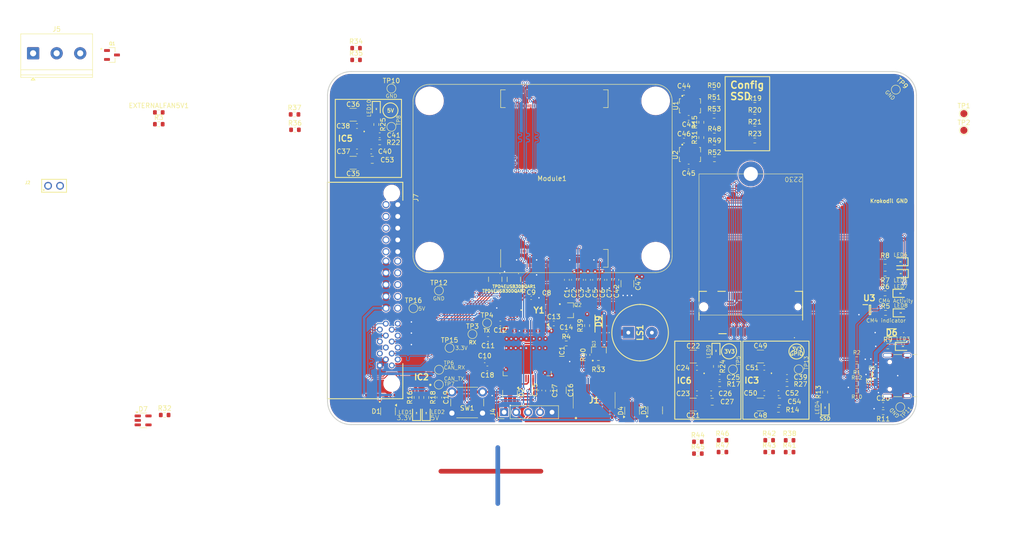
<source format=kicad_pcb>
(kicad_pcb (version 20241229) (generator "pcbnew") (generator_version "9.0")
  (title_block (title "Mainboard PCB"))
  (layers (0 "F.Cu" signal) (4 "In1.Cu" signal) (6 "In2.Cu" signal) (2 "B.Cu" signal) (13 "F.Paste" user) (15 "B.Paste" user) (5 "F.SilkS" user "F.Silkscreen") (7 "B.SilkS" user "B.Silkscreen") (1 "F.Mask" user) (3 "B.Mask" user) (25 "Edge.Cuts" user))
  (net 0 "")
  (net 1 "+5V")
  (net 2 "GND")
  (net 3 "+3.3V")
  (net 4 "/STM/PinoutSTM/nRST")
  (net 5 "Net-(C20-Pad2)")
  (net 6 "/Power_logic/3.3V_Logic/Battery_Out_3.3V")
  (net 7 "/Power_logic/3.3V_Logic/STM_Plug_3.3V")
  (net 8 "Net-(IC3-SS)")
  (net 9 "Net-(IC6-SS)")
  (net 10 "/Power_logic/5V_Logic/Battery_Out_5V")
  (net 11 "Net-(IC5-SS)")
  (net 12 "/Power_logic/5V_Logic/USB_Out_5V")
  (net 13 "/Power_logic/GPIO_REF3.3V/STM_IN_3.3V")
  (net 14 "/Power_logic/GPIO_REF3.3V/CM4_OUT_3.3V")
  (net 15 "/CM4/GPIO_VREF_3.3V")
  (net 16 "/LPHS-connector/Battery_Out_5V")
  (net 17 "/STM/PinoutSTM/USART1_TX")
  (net 18 "/STM/PinoutSTM/JTAG_TDO{slash}SWO")
  (net 19 "/STM/PinoutSTM/JTAG_TMS{slash}SWDIO")
  (net 20 "/STM/PinoutSTM/JTAG_TCK{slash}SWCLK")
  (net 21 "/STM/PinoutSTM/USART1_RX")
  (net 22 "/STM/PinoutSTM/STM_BOOT0")
  (net 23 "Net-(IC3-ILIM)")
  (net 25 "/CM4/Battery_Out_3.3V")
  (net 28 "/Power_logic/STM_Plug_3.3V")
  (net 29 "/CM4/USB_Out_5V")
  (net 33 "Net-(IC5-ILIM)")
  (net 34 "/LPHS-connector/ST_CAN.P")
  (net 35 "/LPHS-connector/ST_CAN.N")
  (net 36 "/CM4/CM4_Module1B/USB_D+")
  (net 37 "Net-(LS1--)")
  (net 38 "/CM4/CM4_Module1B/USB_D-")
  (net 39 "Net-(LS1-+)")
  (net 40 "/STM/PinoutSTM/USART2_RX")
  (net 41 "/Piezzo/Piezo_ctrl")
  (net 42 "/LPHS-connector/STM.TX")
  (net 43 "/STM/PinoutSTM/USART2_TX")
  (net 44 "/LPHS-connector/STM.RX")
  (net 46 "Net-(IC6-ILIM)")
  (net 47 "Net-(J3-CC1)")
  (net 48 "Net-(J3-CC2)")
  (net 51 "/CM4/TRD3.D+")
  (net 52 "/CM4/TRD2.D+")
  (net 53 "/CM4/TRD0.D+")
  (net 54 "Net-(IC1-PC14-OSC32_IN)")
  (net 55 "Net-(IC1-PC15-OSC32_OUT)")
  (net 56 "Net-(IC1-VCAP_1)")
  (net 57 "Net-(IC1-VCAP_2)")
  (net 58 "/CM4/PCIE_Interface/CONFIG_0")
  (net 59 "/CM4/PCIE_Interface/CONFIG_1")
  (net 60 "/CM4/PCIE_Interface/CONFIG_2")
  (net 61 "/CM4/PCIE_Interface/CONFIG_3")
  (net 62 "/CM4/CM4_Module1A/ETH_LED_Y")
  (net 63 "/CM4/CM4_Module1A/ETH_LED_G")
  (net 64 "/CM4/PCIE_Interface/LED1_M2")
  (net 70 "/STM/PinoutSTM/SPI1_MOSI")
  (net 71 "/STM/PinoutSTM/SPI1_MISO")
  (net 76 "/STM/PinoutSTM/CAN1_RX")
  (net 80 "/STM/PinoutSTM/SPI1_NSS")
  (net 81 "/CM4/TRD0.D-")
  (net 82 "/STM/PinoutSTM/SPI1_SCK")
  (net 84 "/CM4/RUN_PG")
  (net 90 "/STM/PinoutSTM/JTAG_ TDI")
  (net 93 "/STM/PinoutSTM/Fan_ctrl")
  (net 94 "/STM/PinoutSTM/CAN1_TX")
  (net 100 "/CM4/TRD1.D+")
  (net 101 "/CM4/TRD2.D-")
  (net 102 "/CM4/TRD1.D-")
  (net 103 "/CM4/TRD3.D-")
  (net 104 "Net-(LED1-A)")
  (net 105 "Net-(LED2-A)")
  (net 106 "Net-(LED3-K)")
  (net 110 "/CM4/CM4_Module1A/GPIO8")
  (net 112 "/CM4/CM4_Module1A/GPIO4")
  (net 113 "/CM4/CM4_Module1A/GPIO3")
  (net 115 "/CM4/CM4_Module1A/GPIO23")
  (net 120 "/CM4/CM4_Module1A/GPIO5")
  (net 124 "/CM4/CM4_Module1A/GPIO21")
  (net 126 "/CM4/CM4_Module1A/GPIO19")
  (net 137 "/CM4/CM4_Module1A/GPIO2")
  (net 142 "/CM4/CM4_Module1A/GPIO25")
  (net 144 "/CM4/CM4_Module1A/GPIO9")
  (net 146 "/CM4/CM4_Module1A/GPIO26")
  (net 152 "/CM4/CM4_Module1A/GPIO11")
  (net 155 "/CM4/CM4_Module1A/GPIO27")
  (net 156 "/CM4/CM4_Module1B/USB_OTG_ID")
  (net 158 "/CM4/CM4_Module1A/GLOBAL_EN")
  (net 164 "/CM4/CM4_Module1A/GPIO6")
  (net 165 "/CM4/CM4_Module1A/GPIO17")
  (net 167 "Net-(LED5-A)")
  (net 169 "/CM4/CM4_Module1A/GPIO10")
  (net 174 "/CM4/GLOBAL_EN_CM4")
  (net 175 "/CM4/CM4_Module1A/GPIO24")
  (net 179 "/CM4/CM4_Module1A/GPIO22")
  (net 184 "/CM4/CM4_Module1A/GPIO20")
  (net 190 "/CM4/CM4_Module1A/GPIO13")
  (net 194 "/CM4/CM4_Module1A/GPIO7")
  (net 201 "Net-(LED6-A)")
  (net 205 "/CM4/CM4_Module1A/GPIO18")
  (net 206 "/CM4/CM4_Module1A/GPIO12")
  (net 209 "/CM4/CM4_Module1A/CM4_LED2/PI_nLED_Activity")
  (net 217 "/CM4/CM4_Module1A/GPIO16")
  (net 222 "/CM4/CM4_Module1A/CM4_LED1/nPWR_LED")
  (net 223 "Net-(Q1-Pad1)")
  (net 224 "Net-(J5-Pin_2)")
  (net 225 "/IMU/Pack1_SCL")
  (net 226 "/IMU/Pack1_SDA")
  (net 232 "Net-(U1-CSB1)")
  (net 233 "Net-(U1-SCL{slash}SCK)")
  (net 234 "Net-(U1-SDA{slash}SDI)")
  (net 237 "Net-(LED7-K)")
  (net 238 "Net-(LED8-K)")
  (net 239 "Net-(LED9-A)")
  (net 240 "Net-(LED10-A)")
  (net 242 "/CM4/CM4_Out_3.3V")
  (net 243 "/CM4/CM4_Module1B/PCIE_CLK._P")
  (net 244 "/CM4/CM4_Module1B/PCIE_RX._P")
  (net 245 "/CM4/CM4_Module1B/PCIE_CLK._N")
  (net 246 "/CM4/CM4_Module1B/PCIE_TX._P")
  (net 247 "/CM4/CM4_Module1B/PCIE_nRST")
  (net 249 "/CM4/CM4_Module1B/PCIE_TX._N")
  (net 250 "/CM4/CM4_Module1B/PCIE_RX._N")
  (net 251 "Net-(Q3-Pad1)")
  (net 252 "Net-(R5-Pad1)")
  (net 254 "Net-(U2-CSB1)")
  (net 255 "Net-(U2-SCL{slash}SCK)")
  (net 256 "Net-(U2-SDA{slash}SDI)")
  (net 260 "Net-(EXTERNALFAN5V1-Pad2)")
  (net 265 "/CM4/PCIE_Interface/PETp2")
  (net 267 "/CM4/PCIE_Interface/PERp3")
  (net 270 "/CM4/PCIE_Interface/PETp1")
  (net 271 "/CM4/PCIE_Interface/PERp1")
  (net 273 "/CM4/PCIE_Interface/NFG1")
  (net 274 "/CM4/PCIE_Interface/PETn1")
  (net 275 "/CM4/PCIE_Interface/PETn2")
  (net 276 "/CM4/PCIE_Interface/PEWAKE#")
  (net 277 "/CM4/PCIE_Interface/CLKREQ#")
  (net 281 "/CM4/PCIE_Interface/PERn3")
  (net 284 "/CM4/PCIE_Interface/PERn2")
  (net 285 "/CM4/PCIE_Interface/PERn1")
  (net 289 "/CM4/PCIE_Interface/PERp2")
  (net 291 "/CM4/PCIE_Interface/PETn3")
  (net 292 "/CM4/PCIE_Interface/NFG2")
  (net 295 "/CM4/PCIE_Interface/SUSCLK")
  (net 298 "/CM4/PCIE_Interface/PETp3")
  (footprint "Resistor_SMD:R_0603_1608Metric" (layer "F.Cu") (at 235.18 162.12 180)
    (property "Reference" "R27")
    (property "Value" "100k")
  )
  (footprint "Resistor_SMD:R_0603_1608Metric" (layer "F.Cu") (at 217 106.5 90)
    (property "Reference" "R15")
    (property "Value" "2.2k")
  )
  (footprint "TestPoint:TestPoint_Pad_D1.5mm" (layer "F.Cu") (at 161.32 159.08)
    (property "Reference" "TP6")
    (property "Value" "Test Point")
  )
  (footprint "dz_con:CON_Samesky_CUI_UJ20-C-H-C-4-SMT-TR" (layer "F.Cu") (at 259.69 160.325 90)
    (property "Reference" "J3")
    (property "Value" "179-UJ20CHC4SMTTR")
  )
  (footprint "Resistor_SMD:R_0603_1608Metric" (layer "F.Cu") (at 228.35 110.37)
    (property "Reference" "R23")
    (property "Value" "0")
  )
  (footprint "Capacitor_SMD:C_0603_1608Metric" (layer "F.Cu") (at 192.95 139.975 -90)
    (property "Reference" "C4")
    (property "Value" "100nF")
  )
  (footprint "Resistor_SMD:R_0603_1608Metric" (layer "F.Cu") (at 217 109.75 90)
    (property "Reference" "R31")
    (property "Value" "2.2k")
  )
  (footprint "Resistor_SMD:R_0603_1608Metric" (layer "F.Cu") (at 216.265 176.9)
    (property "Reference" "R45")
    (property "Value" "0")
  )
  (footprint "dz_dio:Wuerth_LED_150060RS83000" (layer "F.Cu") (at 259.81 154.12)
    (property "Reference" "LED3")
    (property "Value" "710-150060RS83000" (hide yes))
  )
  (footprint "Capacitor_SMD:C_0603_1608Metric" (layer "F.Cu") (at 233.38 164.07)
    (property "Reference" "C52")
    (property "Value" "100nF")
  )
  (footprint "Capacitor_SMD:C_0603_1608Metric" (layer "F.Cu") (at 255.6 166.58)
    (property "Reference" "C20")
    (property "Value" "4.7nF")
  )
  (footprint "Resistor_SMD:R_0603_1608Metric" (layer "F.Cu") (at 101.825 104.4)
    (property "Reference" "EXTERNALFAN5V1")
    (property "Value" "0")
  )
  (footprint "dz_sens:Bosch_IMU_BMI088" (layer "F.Cu") (at 214.585 113.35)
    (property "Reference" "U2")
    (property "Value" "262-BMI088")
  )
  (footprint "TestPoint:TestPoint_Pad_D1.5mm" (layer "F.Cu") (at 272.73 108.21)
    (property "Reference" "TP2")
    (property "Value" "Test Point")
  )
  (footprint "dz_con:IC_TPD4EUSB30DQAR" (layer "F.Cu") (at 177.200001 139.8825 -90)
    (property "Reference" "TPD4EUSB30DQAR1")
    (property "Value" "~")
  )
  (footprint "Resistor_SMD:R_0603_1608Metric" (layer "F.Cu") (at 256.014999 138.65 180)
    (property "Reference" "R7")
    (property "Value" "1k")
  )
  (footprint "dz_dio:onsemi_Mosfet_BSS138" (layer "F.Cu") (at 195.25 154.89 90)
    (property "Reference" "Q3")
    (property "Value" "50V")
  )
  (footprint "Package_TO_SOT_SMD:SOT-23-5" (layer "F.Cu") (at 176.39 164.24 -90)
    (property "Reference" "D2")
    (property "Value" "710-82402374")
  )
  (footprint "Capacitor_SMD:C_0603_1608Metric" (layer "F.Cu") (at 143.9 112.7 180)
    (property "Reference" "C37")
    (property "Value" "100nF")
  )
  (footprint "Resistor_SMD:R_0603_1608Metric" (layer "F.Cu") (at 143.705 90.74)
    (property "Reference" "R34")
    (property "Value" "0")
  )
  (footprint "Resistor_SMD:R_0603_1608Metric" (layer "F.Cu") (at 195.149999 157.63)
    (property "Reference" "R33")
    (property "Value" "10k")
  )
  (footprint "Capacitor_SMD:C_0603_1608Metric" (layer "F.Cu") (at 174.325 149.25 180)
    (property "Reference" "C12")
    (property "Value" "100nF")
  )
  (footprint "Capacitor_SMD:C_0603_1608Metric" (layer "F.Cu") (at 235.18 160.62 180)
    (property "Reference" "C39")
    (property "Value" "100nF")
  )
  (footprint "dz_dio:Wuerth_LED_150060RS83000" (layer "F.Cu") (at 243.27 167.090001 90)
    (property "Reference" "LED4")
    (property "Value" "710-150060VS83000" (hide yes))
  )
  (footprint "Capacitor_SMD:C_0603_1608Metric" (layer "F.Cu") (at 189.95 139.975 -90)
    (property "Reference" "C2")
    (property "Value" "100nF")
  )
  (footprint "Resistor_SMD:R_0603_1608Metric" (layer "F.Cu") (at 256.58 154.11 180)
    (property "Reference" "R9")
    (property "Value" "1k")
  )
  (footprint "Resistor_SMD:R_0603_1608Metric" (layer "F.Cu") (at 221.485 174.06)
    (property "Reference" "R46")
    (property "Value" "0")
  )
  (footprint "TestPoint:TestPoint_Pad_D1.5mm" (layer "F.Cu") (at 223.69 159.02)
    (property "Reference" "TP5")
    (property "Value" "Test Point")
  )
  (footprint "dz_dio:Wuerth_LED_150060RS83000" (layer "F.Cu") (at 259.3 142.85)
    (property "Reference" "LED7")
    (property "Value" "710-150060YS83000" (hide yes))
  )
  (footprint "Capacitor_SMD:C_0603_1608Metric" (layer "F.Cu") (at 143.9 107.3 180)
    (property "Reference" "C38")
    (property "Value" "100nF")
  )
  (footprint "Resistor_SMD:R_0603_1608Metric" (layer "F.Cu") (at 219.775 109.33)
    (property "Reference" "R48")
    (property "Value" "0")
  )
  (footprint "Capacitor_SMD:C_1210_3225Metric" (layer "F.Cu") (at 215.248779 166.489949 180)
    (property "Reference" "C21")
    (property "Value" "10uF")
  )
  (footprint "Resistor_SMD:R_0603_1608Metric" (layer "F.Cu") (at 188.325 153.49)
    (property "Reference" "R4")
    (property "Value" "10k")
  )
  (footprint "Resistor_SMD:R_0603_1608Metric" (layer "F.Cu") (at 256 142.85)
    (property "Reference" "R6")
    (property "Value" "1k")
  )
  (footprint "Capacitor_SMD:C_0805_2012Metric" (layer "F.Cu") (at 147.145 114.48)
    (property "Reference" "C53")
    (property "Value" "47uF")
  )
  (footprint "Resistor_SMD:R_0603_1608Metric" (layer "F.Cu") (at 256.1 147)
    (property "Reference" "R5")
    (property "Value" "1k")
  )
  (footprint "Resistor_SMD:R_0603_1608Metric" (layer "F.Cu") (at 143.705 93.25)
    (property "Reference" "R35")
    (property "Value" "0")
  )
  (footprint "Package_TO_SOT_SMD:SOT-23-5" (layer "F.Cu") (at 150.49 167.91 -90)
    (property "Reference" "D1")
    (property "Value" "710-82402374")
  )
  (footprint "Resistor_SMD:R_0603_1608Metric" (layer "F.Cu") (at 235.73 174.07)
    (property "Reference" "R38")
    (property "Value" "0")
  )
  (footprint "TestPoint:TestPoint_Pad_D1.5mm" (layer "F.Cu") (at 151.2 107.47)
    (property "Reference" "TP8")
    (property "Value" "Test Point")
  )
  (footprint "Button_Switch_THT:SW_PUSH_6mm" (layer "F.Cu") (at 164.05 163.8)
    (property "Reference" "SW1")
    (property "Value" "Button Switch SPST-No")
  )
  (footprint "Resistor_SMD:R_0603_1608Metric" (layer "F.Cu") (at 250 163.54 180)
    (property "Reference" "R10")
    (property "Value" "4.99k")
  )
  (footprint "Resistor_SMD:R_0603_1608Metric" (layer "F.Cu") (at 216.265 174.39)
    (property "Reference" "R44")
    (property "Value" "0")
  )
  (footprint "Capacitor_SMD:C_0603_1608Metric" (layer "F.Cu") (at 214.31 115.9)
    (property "Reference" "C45")
    (property "Value" "100nF")
  )
  (footprint "Resistor_SMD:R_0603_1608Metric" (layer "F.Cu") (at 103.075 168.7)
    (property "Reference" "R32")
    (property "Value" "120")
  )
  (footprint "Capacitor_SMD:C_0603_1608Metric" (layer "F.Cu") (at 216.063779 164.089949 180)
    (property "Reference" "C23")
    (property "Value" "100nF")
  )
  (footprint "Package_QFP:LQFP-64_10x10mm_P0.5mm" (layer "F.Cu") (at 180.025 155.249999 -90)
    (property "Reference" "IC1")
    (property "Value" "STM32H7B0RBT6")
  )
  (footprint "dz_con:FTSH-107-XX-YYY-DV" (layer "F.Cu") (at 194.24 165.565)
    (property "Reference" "J1")
    (property "Value" "FTSH-107-02-L-DV" (hide yes))
  )
  (footprint "Capacitor_SMD:C_0603_1608Metric" (layer "F.Cu") (at 188.325 151.5)
    (property "Reference" "C14")
    (property "Value" "100nF")
  )
  (footprint "Resistor_SMD:R_0603_1608Metric" (layer "F.Cu") (at 235.73 176.58)
    (property "Reference" "R41")
    (property "Value" "0")
  )
  (footprint "dz_dio:SMF50ATP" (layer "F.Cu") (at 257.395001 151.2 180)
    (property "Reference" "D6")
    (property "Value" "SMF5.0A-TP" (hide yes))
  )
  (footprint "dz_sens:Bosch_IMU_BMI088" (layer "F.Cu") (at 214.585 103)
    (property "Reference" "U1")
    (property "Value" "262-BMI088")
  )
  (footprint "dz_dio:TI_Switchover_TPS2121RUXT" (layer "F.Cu") (at 231.48 161.37 -90)
    (property "Reference" "IC3")
    (property "Value" "TPS2121RUXT" (hide yes))
  )
  (footprint "TestPoint:TestPoint_Pad_D1.5mm" (layer "F.Cu") (at 161.27 162.23)
    (property "Reference" "TP7")
    (property "Value" "Test Point")
  )
  (footprint "dz_con:PCIE_MDT275M02001" (layer "F.Cu") (at 227.510001 117.455 180)
    (property "Reference" "J6" (hide yes))
    (property "Value" "MDT275M02001" (hide yes))
  )
  (footprint "dz_dio:Wuerth_LED_150060RS83000" (layer "F.Cu") (at 156.55 168.249999 90)
    (property "Reference" "LED1")
    (property "Value" "710-150060RS83000" (hide yes))
  )
  (footprint "Capacitor_SMD:C_0603_1608Metric" (layer "F.Cu") (at 230.355 164.07 180)
    (property "Reference" "C50")
    (property "Value" "100nF")
  )
  (footprint "Resistor_SMD:R_0603_1608Metric" (layer "F.Cu") (at 148 106.974998 -90)
    (property "Reference" "R25")
    (property "Value" "1k")
  )
  (footprint "Capacitor_SMD:C_1210_3225Metric" (layer "F.Cu") (at 186.95 163.45 -90)
    (property "Reference" "C16")
    (property "Value" "10uF")
  )
  (footprint "Resistor_SMD:R_0603_1608Metric" (layer "F.Cu") (at 220.1 158.374999 -90)
    (property "Reference" "R24")
    (property "Value" "1k")
  )
  (footprint "Package_TO_SOT_SMD:SOT-23-5" (layer "F.Cu") (at 98.495 169.845)
    (property "Reference" "D7")
    (property "Value" "710-82402374")
  )
  (footprint "Resistor_SMD:R_0603_1608Metric" (layer "F.Cu") (at 220.888779 162.139949)
    (property "Reference" "R17")
    (property "Value" "68k")
  )
  (footprint "Capacitor_SMD:C_0603_1608Metric" (layer "F.Cu") (at 214.31 105.565)
    (property "Reference" "C43")
    (property "Value" "100nF")
  )
  (footprint "Capacitor_SMD:C_0805_2012Metric" (layer "F.Cu") (at 233.6 165.85)
    (property "Reference" "C54")
    (property "Value" "47uF")
  )
  (footprint "Capacitor_SMD:C_1210_3225Metric" (layer "F.Cu") (at 201.3 140.79 -90)
    (property "Reference" "C47")
    (property "Value" "10uF")
  )
  (footprint "dz_dio:SOT65P210X110-5N" (layer "F.Cu") (at 252.8 146.35)
    (property "Reference" "U3")
    (property "Value" "Buffers & Line Driver" (hide yes))
  )
  (footprint "Resistor_SMD:R_0603_1608Metric" (layer "F.Cu") (at 228.35 107.86)
    (property "Reference" "R21")
    (property "Value" "0")
  )
  (footprint "TestPoint:TestPoint_Pad_D1.5mm" (layer "F.Cu") (at 168.41 151.51)
    (property "Reference" "TP3")
    (property "Value" "Test Point")
  )
  (footprint "Capacitor_SMD:C_0402_1005Metric" (layer "F.Cu") (at 180.87 143.8)
    (property "Reference" "C9")
    (property "Value" "4.7pF")
  )
  (footprint "Capacitor_SMD:C_0603_1608Metric" (layer "F.Cu") (at 184.45 163.55 -90)
    (property "Reference" "C17")
    (property "Value" "100nF")
  )
  (footprint "Capacitor_SMD:C_0603_1608Metric" (layer "F.Cu") (at 216.063779 158.689949 180)
    (property "Reference" "C24")
    (property "Value" "100nF")
  )
  (footprint "Capacitor_SMD:C_0603_1608Metric" (layer "F.Cu") (at 188.45 139.975 -90)
    (property "Reference" "C1")
    (property "Value" "100nF")
  )
  (footprint "Capacitor_SMD:C_1210_3225Metric" (layer "F.Cu") (at 143.085 104.9 180)
    (property "Reference" "C36")
    (property "Value" "10uF")
  )
  (footprint "dz_dio:Wuerth_LED_150060RS83000" (layer "F.Cu") (at 220.1 155.1 -90)
    (property "Reference" "LED9")
    (property "Value" "710-150060RS83000" (hide yes))
  )
  (footprint "Capacitor_SMD:C_0603_1608Metric" (layer "F.Cu") (at 197.45 139.975 -90)
    (property "Reference" "C7")
    (property "Value" "1uF")
  )
  (footprint "Resistor_SMD:R_0603_1608Metric" (layer "F.Cu") (at 148.725 110.75 180)
    (property "Reference" "R22")
    (property "Value" "22k")
  )
  (footprint "dz_dio:TI_Prot_TPD2EUSB30DRTR" (layer "F.Cu") (at 253.24 160.089999 180)
    (property "Reference" "D5")
    (property "Value" "595-TPD2EUSB30DRTR" (hide yes))
  )
  (footprint "Package_TO_SOT_SMD:SOT-23-5" (layer "F.Cu") (at 202.3 167.8 90)
    (property "Reference" "D4")
    (property "Value" "710-82402374")
  )
  (footprint "dz_mech:CMT1209590T" (layer "F.Cu") (at 201.5 151.2 -90)
    (property "Reference" "LS1")
    (property "Value" "Piezo Buzzers & Audio Indicators 12mmx9mm deep Mag 5V 2048Hz" (hide yes))
  )
  (footprint "Capacitor_SMD:C_0603_1608Metric" (layer "F.Cu") (at 213.31 110.4)
    (property "Reference" "C46")
    (property "Value" "100nF")
  )
  (footprint "dz_dio:onsemi_Mosfet_BSS138" (layer "F.Cu") (at 91.89 92.2)
    (property "Reference" "Q1")
    (property "Value" "50V")
  )
  (footprint "TestPoint:TestPoint_Pad_D1.5mm" (layer "F.Cu") (at 151.2 99.33)
    (property "Reference" "TP10")
    (property "Value" "Test Point")
  )
  (footprint "Package_TO_SOT_SMD:SOT-23-5" (layer "F.Cu") (at 207.2 167.7 90)
    (property "Reference" "D3")
    (property "Value" "710-82402374")
  )
  (footprint "TestPoint:TestPoint_Pad_D1.5mm" (layer "F.Cu") (at 163.55 154.44)
    (property "Reference" "TP15")
    (property "Value" "Test Point")
  )
  (footprint "dz_dio:Wuerth_LED_150060RS83000" (layer "F.Cu") (at 259.35 147)
    (property "Reference" "LED8")
    (property "Value" "710-150060YS83000" (hide yes))
  )
  (footprint "Resistor_SMD:R_0603_1608Metric" (layer "F.Cu") (at 219.71 100.095)
    (property "Reference" "R50")
    (property "Value" "0")
  )
  (footprint "Capacitor_SMD:C_0603_1608Metric" (layer "F.Cu") (at 220.888779 160.639949 180)
    (property "Reference" "C25")
    (property "Value" "330nF")
  )
  (footprint "Resistor_SMD:R_0603_1608Metric" (layer "F.Cu") (at 255.6 168.1 180)
    (property "Reference" "R11")
    (property "Value" "1M")
  )
  (footprint "Resistor_SMD:R_0603_1608Metric" (layer "F.Cu") (at 243.27 163.840002 90)
    (property "Reference" "R13")
    (property "Value" "1k")
  )
  (footprint "Resistor_SMD:R_0603_1608Metric" (layer "F.Cu") (at 231.395 176.57)
    (property "Reference" "R43")
    (property "Value" "0")
  )
  (footprint "TestPoint:TestPoint_Pad_D1.5mm" (layer "F.Cu") (at 161.29 142.26)
    (property "Reference" "TP12")
    (property "Value" "Test Point")
  )
  (footprint "Capacitor_SMD:C_1210_3225Metric" (layer "F.Cu") (at 229.54 166.47 180)
    (property "Reference" "C48")
    (property "Value" "10uF")
  )
  (footprint "Capacitor_SMD:C_0603_1608Metric" (layer "F.Cu") (at 161.37 164.975 -90)
    (property "Reference" "C19")
    (property "Value" "100nF")
  )
  (footprint "dz_comm:TCAN3414DRBR" (layer "F.Cu") (at 157.59 160.6525 180)
    (property "Reference" "IC2")
    (property "Value" "TCAN3414DRBR" (hide yes))
  )
  (footprint "Resistor_SMD:R_0603_1608Metric" (layer "F.Cu") (at 219.71 105.115)
    (property "Reference" "R53")
    (property "Value" "0")
  )
  (footprint "TestPoint:TestPoint_Pad_D1.5mm" (layer "F.Cu") (at 171.52 149.16)
    (property "Reference" "TP4")
    (property "Value" "Test Point")
  )
  (footprint "Resistor_SMD:R_0603_1608Metric" (layer "F.Cu") (at 130.645 104.83)
    (property "Reference" "R37")
    (property "Value" "0")
  )
  (footprint "Capacitor_SMD:C_0603_1608Metric" (layer "F.Cu") (at 191.45 139.975 -90)
    (property "Reference" "C3")
    (property "Value" "100nF")
  )
  (footprint "dz_dio:Wuerth_LED_150060RS83000" (layer "F.Cu") (at 259.25 136.14 180)
    (property "Reference" "LED6")
    (property "Value" "710-150060YS83000" (hide yes))
  )
  (footprint "TestPoint:TestPoint_Pad_D1.5mm" (layer "F.Cu") (at 155.88 146.01)
    (property "Reference" "TP16")
    (property "Value" "Test Point")
  )
  (footprint "Capacitor_SMD:C_0402_1005Metric" (layer "F.Cu") (at 171.01 157.23 180)
    (property "Reference" "C10")
    (property "Value" "2.2pF")
  )
  (footprint "Resistor_SMD:R_0402_1005Metric" (layer "F.Cu") (at 192.949999 155.920001 -90)
    (property "Reference" "R40")
    (property "Value" "100")
  )
  (footprint "dz_sens:CC4VT1A" (layer "F.Cu") (at 182.5 146.4)
    (property "Reference" "Y1")
    (property "Value" "CC4V-T1A-32.768kHz-6pF-20PPM-TA-QC" (hide yes))
  )
  (footprint "Resistor_SMD:R_0603_1608Metric" (layer "F.Cu") (at 228.35 105.35)
    (property "Reference" "R20")
    (property "Value" "0")
  )
  (footprint "Resistor_SMD:R_0603_1608Metric" (layer "F.Cu") (at 228.35 102.84)
    (property "Reference" "R19")
    (property "Value" "0")
  )
  (footprint "dz_con:Wurth_Con_61300211121" (layer "F.Cu") (at 79.6 119.995)
    (property "Reference" "J2")
    (property "Value" "61300211121")
  )
  (footprint "Resistor_SMD:R_0603_1608Metric" (layer "F.Cu") (at 250 162.02 180)
    (property "Reference" "R12")
    (property "Value" "4.99k")
  )
  (footprint "Capacitor_SMD:C_0603_1608Metric" (layer "F.Cu") (at 219.088779 164.089949)
    (property "Reference" "C26")
    (property "Value" "100nF")
  )
  (footprint "Capacitor_SMD:C_0603_1608Metric" (layer "F.Cu") (at 195.95 139.975 -90)
    (property "Reference" "C6")
    (property "Value" "100nF")
  )
  (footprint "Capacitor_SMD:C_1210_3225Metric" (layer "F.Cu") (at 229.54 156.27 180)
    (property "Reference" "C49")
    (property "Value" "10uF")
  )
  (footprint "Resistor_SMD:R_0603_1608Metric" (layer "F.Cu") (at 256.014999 136.14 180)
    (property "Reference" "R8")
    (property "Value" "1k")
  )
  (footprint "Resistor_SMD:R_0603_1608Metric" (layer "F.Cu") (at 249.99 156.85)
    (property "Reference" "R2")
    (property "Value" "4.3k")
  )
  (footprint "TestPoint:TestPoint_Pad_D1.5mm" (layer "F.Cu") (at 259.24 167.02)
    (property "Reference" "TP11")
    (property "Value" "Test Point")
  )
  (footprint "Resistor_SMD:R_0603_1608Metric" (layer "F.Cu") (at 219.775 114.35)
    (property "Reference" "R52")
    (property "Value" "0")
  )
  (footprint "TestPoint:TestPoint_Pad_D1.5mm" (layer "F.Cu") (at 258.28 99.56 -45)
    (property "Reference" "TP9")
    (property "Value" "Test Point")
  )
  (footprint "Capacitor_SMD:C_0603_1608Metric" (layer "F.Cu") (at 198.95 139.975 -90)
    (property "Reference" "C42")
    (property "Value" "1uF")
  )
  (footprint "Resistor_SMD:R_0603_1608Metric" (layer "F.Cu") (at 156.55 164.975 90)
    (property "Reference" "R16")
    (property "Value" "1k")
  )
  (footprint "Capacitor_SMD:C_0603_1608Metric" (layer "F.Cu") (at 213.31 100.215)
    (property "Reference" "C44")
    (property "Value" "100nF")
  )
  (footprint "Resistor_SMD:R_0603_1608Metric" (layer "F.Cu") (at 192.75 149.699998 -90)
    (property "Reference" "R39")
    (property "Value" "0")
  )
  (footprint "Capacitor_SMD:C_0603_1608Metric" (layer "F.Cu") (at 148.725 109.25 180)
    (property "Reference" "C41")
    (property "Value" "330nF")
  )
  (footprint "TerminalBlock_Phoenix:TerminalBlock_Phoenix_PT-1,5-3-5.0-H_1x03_P5.00mm_Horizontal" (layer "F.Cu") (at 75.145 91.84)
    (property "Reference" "J5")
    (property "Value" "1792876")
  )
  (footprint "Connector_PinHeader_2.54mm:PinHeader_1x05_P2.54mm_Vertical" (layer "F.Cu") (at 175.14 168.1 90)
    (property "Reference" "J4")
    (property "Value" "Header male 1x05")
  )
  (footprint "Capacitor_SMD:C_0402_1005Metric" (layer "F.Cu") (at 182.78 163.47 -90)
    (property "Reference" "C15")
    (property "Value" "2.2pF")
  )
  (footprint "dz_dio:TI_Switchover_TPS2121RUXT" (layer "F.Cu") (at 145.025 110 -90)
    (property "Reference" "IC5")
    (property "Value" "TPS2121RUXT" (hide yes))
  )
  (footprint "Resistor_SMD:R_0603_1608Metric" (layer "F.Cu") (at 249.99 158.370001 180)
    (property "Reference" "R1")
    (property "Value" "2.2k")
  )
  (footprint "Resistor_SMD:R_0603_1608Metric" (layer "F.Cu") (at 219.775 111.84)
    (property "Reference" "R49")
    (property "Value" "0")
  )
  (footprint "Capacitor_SMD:C_0402_1005Metric" (layer "F.Cu") (at 184.13 143.8 180)
    (property "Reference" "C8")
    (property "Value" "4.7pF")
  )
  (footprint "dz_dio:TI_Switchover_TPS2121RUXT" (layer "F.Cu") (at 217.188779 161.389949 -90)
    (property "Reference" "IC6")
    (property "Value" "TPS2121RUXT" (hide yes))
  )
  (footprint "Resistor_SMD:R_0603_1608Metric" (layer "F.Cu") (at 219.71 102.605)
    (property "Reference" "R51")
    (property "Value" "0")
  )
  (footprint "TestPoint:TestPoint_Pad_D1.5mm" (layer "F.Cu") (at 272.73 104.66)
    (property "Reference" "TP1")
    (property "Value" "Test Point")
  )
  (footprint "Resistor_SMD:R_0603_1608Metric" (layer "F.Cu") (at 158.6 164.975 -90)
    (property "Reference" "R18")
    (property "Value" "2.2k")
  )
  (footprint "Resistor_SMD:R_0603_1608Metric" (layer "F.Cu") (at 101.825 106.91)
    (property "Reference" "R3")
    (property "Value" "1k")
  )
  (footprint "dz_dio:SOD3716X145N" (layer "F.Cu") (at 195.199999 148.799999 90)
    (property "Reference" "D9")
    (property "Value" "DDZ5V1B-7" (hide yes))
  )
  (footprint "Capacitor_SMD:C_0603_1608Metric" (layer "F.Cu") (at 171.725 152.55 180)
    (property "Reference" "C11")
    (property "Value" "100nF")
  )
  (footprint "Resistor_SMD:R_0603_1608Metric" (layer "F.Cu") (at 231.395 174.06)
    (property "Reference" "R42")
    (property "Value" "0")
  )
  (footprint "dz_dio:Wuerth_LED_150060RS83000" (layer "F.Cu") (at 158.6 168.25 90)
    (property "Reference" "LED2")
    (property "Value" "710-150060RS83000" (hide yes))
  )
  (footprint "TestPoint:TestPoint_Pad_D1.5mm" (layer "F.Cu") (at 237.66 158.99)
    (property "Reference" "TP13")
    (property "Value" "Test Point")
  )
  (footprint "dz_con:Con-Raspberry-Pi-4-Compute-Module" (layer "F.Cu") (at 207.3 134.95 90)
    (property "Reference" "Module1")
    (property "Value" "DF40C-100DS-0.4V(51)")
  )
  (footprint "dz_dio:Wuerth_LED_150060RS83000" (layer "F.Cu") (at 148 103.699999 -90)
    (property "Reference" "LED10")
    (property "Value" "710-150060RS83000" (hide yes))
  )
  (footprint "Capacitor_SMD:C_0603_1608Metric" (layer "F.Cu") (at 194.45 139.975 -90)
    (property "Reference" "C5")
    (property "Value" "100nF")
  )
  (footprint "Resistor_SMD:R_0603_1608Metric" (layer "F.Cu") (at 233.38 167.59)
    (property "Reference" "R14")
    (property "Value" "100k")
  )
  (footprint "Resistor_SMD:R_0603_1608Metric" (layer "F.Cu") (at 221.485 176.57)
    (property "Reference" "R47")
    (property "Value" "0")
  )
  (footprint "Capacitor_SMD:C_0603_1608Metric" (layer "F.Cu") (at 185.675 149.25)
    (property "Reference" "C13")
    (property "Value" "100nF")
  )
  (footprint "dz_dio:Wuerth_LED_150060RS83000" (layer "F.Cu") (at 259.3 138.64 180)
    (property "Reference" "LED5")
    (property "Value" "710-150060VS83000" (hide yes))
  )
  (footprint "Resistor_SMD:R_0603_1608Metric" (layer "F.Cu") (at 130.735 108.1)
    (property "Reference" "R36")
    (property "Value" "0")
  )
  (footprint "Capacitor_SMD:C_0603_1608Metric" (layer "F.Cu") (at 171.575 158.8 180)
    (property "Reference" "C18")
    (property "Value" "100nF")
  )
  (footprint "dz_dio:onsemi_Mosfet_BSS138" (layer "F.Cu") (at 189.21 146.44)
    (property "Reference" "Q2")
    (property "Value" "50V")
  )
  (footprint "Capacitor_SMD:C_1210_3225Metric" (layer "F.Cu") (at 215.248779 156.289949 180)
    (property "Reference" "C22")
    (property "Value" "10uF")
  )
  (footprint "Capacitor_SMD:C_1210_3225Metric" (layer "F.Cu") (at 143.085 115.1 180)
    (property "Reference" "C35")
    (property "Value" "10uF")
  )
  (footprint "Capacitor_SMD:C_0603_1608Metric" (layer "F.Cu") (at 230.355 158.67 180)
    (property "Reference" "C51")
    (property "Value" "100nF")
  )
  (footprint "Capacitor_SMD:C_0603_1608Metric" (layer "F.Cu") (at 146.925 112.7)
    (property "Reference" "C40")
    (property "Value" "100nF")
  )
  (footprint "dz_con:IC_TPD4EUSB30DQAR" (layer "F.Cu") (at 173.25 139.8675 -90)
    (property "Reference" "TPD4EUSB30DQAR2")
    (property "Value" "~")
  )
  (footprint "dz_con:SAMTEC_LPHT-04-16-X-RT1-GP" (layer "F.Cu") (at 151.28 141.775 -90)
    (property "Reference" "J7")
    (property "Value" "LPHT-04-16-L-RT1-GP")
  )
  (footprint "Capacitor_SMD:C_0805_2012Metric" (layer "F.Cu") (at 219.308779 165.869949)
    (property "Reference" "C27")
    (property "Value" "47uF")
  )
  (gr_rect (start 191.1 136.6) (end 193.3 137.3) (stroke (width 0.001)) (fill yes) (layer "F.Cu") (net 1))
  (gr_rect (start 250.737936 123.911372) (end 262.1 129.668628) (stroke (width 0.1)) (fill yes) (layers "F.Cu" "F.Mask") (net 2))
  (gr_circle (center 237.199219 155.2) (end 238.799219 155.25) (stroke (width 0.2)) (fill no) (layer "F.SilkS"))
  (gr_rect (start 225.8 153) (end 239.85 169.6) (stroke (width 0.2)) (fill no) (layer "F.SilkS"))
  (gr_rect (start 211.35 153) (end 225.4 169.6) (stroke (width 0.2)) (fill no) (layer "F.SilkS"))
  (gr_circle (center 150.995 103.98) (end 152.595 104.03) (stroke (width 0.2)) (fill no) (layer "F.SilkS"))
  (gr_rect (start 139.295 101.63) (end 153.345 118.23) (stroke (width 0.2)) (fill no) (layer "F.SilkS"))
  (gr_circle (center 222.87 155.17) (end 224.47 155.22) (stroke (width 0.2)) (fill no) (layer "F.SilkS"))
  (gr_arc (start 262.65 165.73) (mid 261.185534 169.265534) (end 257.65 170.73) (stroke (width 0.2)) (layer "Edge.Cuts"))
  (gr_arc (start 137.65 100.73) (mid 139.114466 97.194466) (end 142.65 95.73) (stroke (width 0.2)) (layer "Edge.Cuts"))
  (gr_arc (start 257.65 95.73) (mid 261.185534 97.194466) (end 262.65 100.73) (stroke (width 0.2)) (layer "Edge.Cuts"))
  (gr_line (start 262.65 100.73) (end 262.65 165.73) (stroke (width 0.2)) (layer "Edge.Cuts"))
  (gr_arc (start 142.65 170.73) (mid 139.114466 169.265534) (end 137.65 165.73) (stroke (width 0.2)) (layer "Edge.Cuts"))
  (gr_line (start 257.65 170.73) (end 142.65 170.73) (stroke (width 0.2)) (layer "Edge.Cuts"))
  (gr_line (start 137.65 165.73) (end 137.65 100.73) (stroke (width 0.2)) (layer "Edge.Cuts"))
  (gr_line (start 142.65 95.73) (end 257.65 95.73) (stroke (width 0.2)) (layer "Edge.Cuts"))
  (gr_text "Krokodil GND" (at 252.74 123.69 0) (layer "F.SilkS") (effects (font (size 0.8 0.8) (thickness 0.16) (bold yes)) (justify left bottom)))
  (gr_text "CAN_RX" (at 162.27 159.08 0) (layer "F.SilkS") (effects (font (size 0.8 0.8) (thickness 0.1)) (justify left bottom)))
  (gr_text "GND" (at 259.24 168.81 135) (layer "F.SilkS") (effects (font (size 0.8 0.8) (thickness 0.1)) (justify left bottom)))
  (gr_text "5V\n" (at 159.45 169.875 0) (layer "F.SilkS") (effects (font (size 1 1) (thickness 0.1)) (justify left bottom)))
  (gr_text "CM4 Activity" (at 254.55 144.9 0) (layer "F.SilkS") (effects (font (size 0.8 0.8) (thickness 0.1)) (justify left bottom)))
  (gr_text "GND" (at 159.98 144.41 0) (layer "F.SilkS") (effects (font (size 0.8 0.8) (thickness 0.1)) (justify left bottom)))
  (gr_text "5V\n" (at 156.86 146.56 0) (layer "F.SilkS") (effects (font (size 0.8 0.8) (thickness 0.1)) (justify left bottom)))
  (gr_text "RX" (at 167.54 153.75 0) (layer "F.SilkS") (effects (font (size 0.8 0.8) (thickness 0.16) (bold yes)) (justify left bottom)))
  (gr_text "SSD" (at 241.99 169.93 0) (layer "F.SilkS") (effects (font (size 0.8 0.8) (thickness 0.16) (bold yes)) (justify left bottom)))
  (gr_text "3.3V" (at 164.71 154.93 0) (layer "F.SilkS") (effects (font (size 0.8 0.8) (thickness 0.1)) (justify left bottom)))
  (gr_text "GPIO" (at 235.69 156.14 0) (layer "F.SilkS") (effects (font (size 0.8 0.8) (thickness 0.16) (bold yes)) (justify left bottom)))
  (gr_text "3.3V\n" (at 152.25 169.874999 0) (layer "F.SilkS") (effects (font (size 1 1) (thickness 0.1)) (justify left bottom)))
  (gr_text "3V3" (at 236.049219 155.15 0) (layer "F.SilkS") (effects (font (size 0.8 0.8) (thickness 0.16) (bold yes)) (justify left bottom)))
  (gr_text "GND" (at 255.8 100.16 315) (layer "F.SilkS") (effects (font (size 0.8 0.8) (thickness 0.1)) (justify left bottom)))
  (gr_text "5V" (at 150.195 104.48 0) (layer "F.SilkS") (effects (font (size 0.8 0.8) (thickness 0.16) (bold yes)) (justify left bottom)))
  (gr_text "TX" (at 170.64 151.25 0) (layer "F.SilkS") (effects (font (size 0.8 0.8) (thickness 0.16) (bold yes)) (justify left bottom)))
  (gr_text "GND" (at 149.93 101.4 0) (layer "F.SilkS") (effects (font (size 0.8 0.8) (thickness 0.1)) (justify left bottom)))
  (gr_text "CM4 indicator" (at 251.95 149.1 0) (layer "F.SilkS") (effects (font (size 0.8 0.8) (thickness 0.1)) (justify left bottom)))
  (gr_text "CAN_TX" (at 162.3 161.46 0) (layer "F.SilkS") (effects (font (size 0.8 0.8) (thickness 0.1)) (justify left bottom)))
  (gr_text "3V3" (at 221.77 155.67 0) (layer "F.SilkS") (effects (font (size 0.8 0.8) (thickness 0.16) (bold yes)) (justify left bottom)))
  (gr_text_box "Config SSD" (start 222.05754 96.801674) (end 231.49754 112.546674) (margins 1.0025 1.0025 1.0025 1.0025) (layer "F.SilkS") (effects (font (size 1.5 1.5) (thickness 0.3) (bold yes)) (justify left top)) (border yes) (stroke (width 0.2)))
  (segment (start 161.71 180.65) (end 182.94 180.65) (width 1) (layer "F.Cu") (net 0))
  (segment (start 173.79 175.62) (end 173.79 187.51) (width 1) (layer "B.Cu") (net 0))
  (segment (start 195.95 139.2) (end 197.45 139.2) (width 0.9) (layer "F.Cu") (net 1))
  (segment (start 145.89 108.17) (end 145.374999 108.685001) (width 0.4) (layer "F.Cu") (net 1))
  (segment (start 192.75 147.25) (end 192.76 147.24) (width 0.9) (layer "F.Cu") (net 1))
  (segment (start 145.374999 111.234999) (end 145.374999 110.675) (width 0.4) (layer "F.Cu") (net 1))
  (segment (start 191.45 139.2) (end 192.95 139.2) (width 0.9) (layer "F.Cu") (net 1))
  (segment (start 188.45 139.2) (end 189.95 139.2) (width 0.9) (layer "F.Cu") (net 1))
  (segment (start 198.95 139.2) (end 201.185001 139.2) (width 0.9) (layer "F.Cu") (net 1))
  (segment (start 197.45 139.2) (end 198.95 139.2) (width 0.9) (layer "F.Cu") (net 1))
  (segment (start 189.95 139.2) (end 191.45 139.2) (width 0.9) (layer "F.Cu") (net 1))
  (segment (start 146.15 112.7) (end 146.15 114.434999) (width 0.9) (layer "F.Cu") (net 1))
  (segment (start 145.374999 110.675) (end 145.374999 109.325) (width 0.4) (layer "F.Cu") (net 1))
  (segment (start 192.75 148.874998) (end 192.75 147.25) (width 0.9) (layer "F.Cu") (net 1))
  (segment (start 146.15 112.01) (end 146.15 112.7) (width 0.9) (layer "F.Cu") (net 1))
  (segment (start 150.870002 107.799998) (end 151.2 107.47) (width 0.9) (layer "F.Cu") (net 1))
  (segment (start 201.185001 139.2) (end 201.3 139.314999) (width 0.9) (layer "F.Cu") (net 1))
  (segment (start 145.89 108.17) (end 146.260002 107.799998) (width 0.9) (layer "F.Cu") (net 1))
  (segment (start 192.95 139.2) (end 194.45 139.2) (width 0.9) (layer "F.Cu") (net 1))
  (segment (start 201.3 139.314999) (end 203.35 139.314999) (width 1.3) (layer "F.Cu") (net 1))
  (segment (start 204.385001 139.314999) (end 204.39 139.31) (width 1.3) (layer "F.Cu") (net 1))
  (segment (start 194.45 139.2) (end 195.95 139.2) (width 0.9) (layer "F.Cu") (net 1))
  (segment (start 203.35 139.314999) (end 204.385001 139.314999) (width 1.3) (layer "F.Cu") (net 1))
  (segment (start 146.260002 107.799998) (end 148 107.799998) (width 0.9) (layer "F.Cu") (net 1))
  (segment (start 145.83 111.69) (end 146.15 112.01) (width 0.9) (layer "F.Cu") (net 1))
  (segment (start 145.374999 108.685001) (end 145.374999 109.325) (width 0.4) (layer "F.Cu") (net 1))
  (segment (start 145.83 111.69) (end 145.374999 111.234999) (width 0.4) (layer "F.Cu") (net 1))
  (segment (start 148 107.799998) (end 150.870002 107.799998) (width 0.9) (layer "F.Cu") (net 1))
  (segment (start 146.15 114.434999) (end 146.195001 114.48) (width 0.4) (layer "F.Cu") (net 1))
  (via (at 195.98 138.2) (size 0.6) (drill 0.3) (layers "F.Cu" "B.Cu") (net 1))
  (via (at 192.93 138.2) (size 0.6) (drill 0.3) (layers "F.Cu" "B.Cu") (net 1))
  (via (at 192.76 147.24) (size 0.6) (drill 0.3) (layers "F.Cu" "B.Cu") (net 1))
  (via (at 203.35 139.31) (size 0.6) (drill 0.3) (layers "F.Cu" "B.Cu") (net 1))
  (via (at 191.43 138.2) (size 0.6) (drill 0.3) (layers "F.Cu" "B.Cu") (net 1))
  (via (at 204.39 139.31) (size 0.6) (drill 0.3) (layers "F.Cu" "B.Cu") (net 1))
  (via (at 190.04 138.2) (size 0.6) (drill 0.3) (layers "F.Cu" "B.Cu") (net 1))
  (via (at 194.43 138.2) (size 0.6) (drill 0.3) (layers "F.Cu" "B.Cu") (net 1))
  (segment (start 252.66 160.089999) (end 251.96 160.09) (width 0.3) (layer "F.Cu") (net 2))
  (segment (start 254.03 154.11) (end 255.755 154.11) (width 0.8) (layer "F.Cu") (net 2))
  (segment (start 183.52 163.87) (end 183.34 163.87) (width 0.3) (layer "F.Cu") (net 2))
  (segment (start 183.275 162.505024) (end 183.52 162.750024) (width 0.3) (layer "F.Cu") (net 2))
  (segment (start 254.02 154.1) (end 254.03 154.11) (width 0.8) (layer "F.Cu") (net 2))
  (segment (start 198.95 140.75) (end 197.45 140.75) (width 0.9) (layer "F.Cu") (net 2))
  (segment (start 198.95 140.75) (end 198.95 141.75) (width 0.9) (layer "F.Cu") (net 2))
  (segment (start 189.95 140.75) (end 191.45 140.75) (width 0.9) (layer "F.Cu") (net 2))
  (segment (start 183.275 160.924999) (end 183.275 162.505024) (width 0.3) (layer "F.Cu") (net 2))
  (segment (start 254.775 168.1) (end 254.775 167.36) (width 0.8) (layer "F.Cu") (net 2))
  (segment (start 254.775 167.36) (end 253.67 167.36) (width 0.8) (layer "F.Cu") (net 2))
  (segment (start 197.45 140.75) (end 197.45 141.75) (width 0.9) (layer "F.Cu") (net 2))
  (segment (start 157.915 160.9775) (end 157.59 160.6525) (width 0.35) (layer "F.Cu") (net 2))
  (segment (start 156.14 161.6275) (end 157.065 161.6275) (width 0.35) (layer "F.Cu") (net 2))
  (segment (start 250.815 156.85) (end 251.8 156.85) (width 0.8) (layer "F.Cu") (net 2))
  (segment (start 173.317537 158.499999) (end 172.811538 157.994) (width 0.3) (layer "F.Cu") (net 2))
  (segment (start 177.200001 139.465) (end 177.200001 140.3) (width 0.4) (layer "F.Cu") (net 2))
  (segment (start 182.53 143.8) (end 183.65 143.8) (width 0.6) (layer "F.Cu") (net 2))
  (segment (start 251.8 147) (end 250.83 147) (width 0.4) (layer "F.Cu") (net 2))
  (segment (start 253.305 157.125) (end 252.97 156.79) (width 0.5) (layer "F.Cu") (net 2))
  (segment (start 255.93 157.125) (end 253.305 157.125) (width 0.5) (layer "F.Cu") (net 2))
  (segment (start 183.26 163.95) (end 182.78 163.95) (width 0.3) (layer "F.Cu") (net 2))
  (segment (start 249.175 163.54) (end 249.175 162.82) (width 0.8) (layer "F.Cu") (net 2))
  (segment (start 192.95 140.75) (end 192.95 141.75) (width 0.9) (layer "F.Cu") (net 2))
  (segment (start 183.52 163.87) (end 183.975 164.325) (width 0.3) (layer "F.Cu") (net 2))
  (segment (start 202.2 142.3) (end 202.2 143.3) (width 0.9) (layer "F.Cu") (net 2))
  (segment (start 177.199999 136.95) (end 177.199999 139.464998) (width 0.2) (layer "F.Cu") (net 2))
  (segment (start 194.45 140.75) (end 195.95 140.75) (width 0.9) (layer "F.Cu") (net 2))
  (segment (start 159.04 160.9775) (end 157.915 160.9775) (width 0.35) (layer "F.Cu") (net 2))
  (segment (start 195.95 140.75) (end 195.95 141.75) (width 0.9) (layer "F.Cu") (net 2))
  (segment (start 254.775 166.63) (end 254.825 166.58) (width 0.8) (layer "F.Cu") (net 2))
  (segment (start 178.275 149.574999) (end 178.275 150.715) (width 0.3) (layer "F.Cu") (net 2))
  (segment (start 178.275 150.715) (end 178.38 150.82) (width 0.2) (layer "F.Cu") (net 2))
  (segment (start 174.35 158.499999) (end 173.317537 158.499999) (width 0.3) (layer "F.Cu") (net 2))
  (segment (start 171.606 157.994) (end 170.8 158.8) (width 0.3) (layer "F.Cu") (net 2))
  (segment (start 195.95 140.75) (end 197.45 140.75) (width 0.9) (layer "F.Cu") (net 2))
  (segment (start 157.59 160.3025) (end 157.59 160.6525) (width 0.35) (layer "F.Cu") (net 2))
  (segment (start 201.3 142.3) (end 201.3 143.3) (width 0.9) (layer "F.Cu") (net 2))
  (segment (start 156.965 159.6775) (end 157.59 160.3025) (width 0.35) (layer "F.Cu") (net 2))
  (segment (start 181.35 143.8) (end 182.53 143.8) (width 0.6) (layer "F.Cu") (net 2))
  (segment (start 192.95 140.75) (end 194.45 140.75) (width 0.9) (layer "F.Cu") (net 2))
  (segment (start 255.005 163.525) (end 254.59 163.94) (width 0.5) (layer "F.Cu") (net 2))
  (segment (start 183.52 162.750024) (end 183.52 163.87) (width 0.3) (layer "F.Cu") (net 2))
  (segment (start 172.811538 157.994) (end 171.606 157.994) (width 0.3) (layer "F.Cu") (net 2))
  (segment (start 255.76 151.2) (end 253.91 151.2) (width 0.8) (layer "F.Cu") (net 2))
  (segment (start 156.14 159.6775) (end 156.965 159.6775) (width 0.35) (layer "F.Cu") (net 2))
  (segment (start 248.22 162.82) (end 248.21 162.83) (width 0.8) (layer "F.Cu") (net 2))
  (segment (start 249.175 162.82) (end 248.22 162.82) (width 0.8) (layer "F.Cu") (net 2))
  (segment (start 188.45 140.75) (end 188.45 141.75) (width 0.9) (layer "F.Cu") (net 2))
  (segment (start 189.95 140.75) (end 189.95 141.75) (width 0.9) (layer "F.Cu") (net 2))
  (segment (start 191.45 140.75) (end 191.45 141.75) (width 0.9) (layer "F.Cu") (net 2))
  (segment (start 194.45 140.75) (end 194.45 141.75) (width 0.9) (layer "F.Cu") (net 2))
  (segment (start 253.91 151.2) (end 253.9 151.19) (width 0.8) (layer "F.Cu") (net 2))
  (segment (start 191.45 140.75) (end 192.95 140.75) (width 0.9) (layer "F.Cu") (net 2))
  (segment (start 173.25 139.45) (end 173.25 140.285) (width 0.4) (layer "F.Cu") (net 2))
  (segment (start 177.199999 139.464998) (end 177.200001 139.465) (width 0.2) (layer "F.Cu") (net 2))
  (segment (start 255.93 163.525) (end 255.005 163.525) (width 0.5) (layer "F.Cu") (net 2))
  (segment (start 157.065 161.6275) (end 157.59 161.1025) (width 0.35) (layer "F.Cu") (net 2))
  (segment (start 183.34 163.87) (end 183.26 163.95) (width 0.3) (layer "F.Cu") (net 2))
  (segment (start 200.4 142.3) (end 200.4 143.3) (width 0.9) (layer "F.Cu") (net 2))
  (segment (start 250.83 147) (end 250.45 147.38) (width 0.4) (layer "F.Cu") (net 2))
  (segment (start 188.45 140.75) (end 189.95 140.75) (width 0.9) (layer "F.Cu") (net 2))
  (segment (start 183.975 164.325) (end 184.45 164.325) (width 0.3) (layer "F.Cu") (net 2))
  (segment (start 249.175 162.82) (end 249.175 162.02) (width 0.8) (layer "F.Cu") (net 2))
  (segment (start 157.59 161.1025) (end 157.59 160.6525) (width 0.35) (layer "F.Cu") (net 2))
  (segment (start 254.775 167.36) (end 254.775 166.63) (width 0.8) (layer "F.Cu") (net 2))
  (via (at 254.59 163.94) (size 0.6) (drill 0.3) (layers "F.Cu" "B.Cu") (net 2))
  (via (at 173.57 145.96) (size 0.6) (drill 0.3) (layers "F.Cu" "B.Cu") (net 2))
  (via (at 189.05 135.75) (size 0.6) (drill 0.3) (layers "F.Cu" "B.Cu") (net 2))
  (via (at 258.68 160.34) (size 0.6) (drill 0.3) (layers "F.Cu" "B.Cu") (net 2))
  (via (at 189.95 141.75) (size 0.6) (drill 0.3) (layers "F.Cu" "B.Cu") (net 2))
  (via (at 252.97 156.79) (size 0.6) (drill 0.3) (layers "F.Cu" "B.Cu") (net 2))
  (via (at 197.45 141.75) (size 0.6) (drill 0.3) (layers "F.Cu" "B.Cu") (net 2))
  (via (at 155.45 151.29) (size 0.6) (drill 0.3) (layers "F.Cu" "B.Cu") (net 2))
  (via (at 194.2 135.75) (size 0.6) (drill 0.3) (layers "F.Cu" "B.Cu") (net 2))
  (via (at 182.03 135.75) (size 0.6) (drill 0.3) (layers "F.Cu" "B.Cu") (net 2))
  (via (at 201.3 143.3) (size 0.6) (drill 0.3) (layers "F.Cu" "B.Cu") (net 2))
  (via (at 188.45 141.75) (size 0.6) (drill 0.3) (layers "F.Cu" "B.Cu") (net 2))
  (via (at 250.45 147.38) (size 0.6) (drill 0.3) (layers "F.Cu" "B.Cu") (net 2))
  (via (at 175.22 138.23) (size 0.6) (drill 0.3) (layers "F.Cu" "B.Cu") (net 2))
  (via (at 182.03 138.93) (size 0.6) (drill 0.3) (layers "F.Cu" "B.Cu") (net 2))
  (via (at 253.67 167.36) (size 0.6) (drill 0.3) (layers "F.Cu" "B.Cu") (net 2))
  (via (at 155.45 148.93) (size 0.6) (drill 0.3) (layers "F.Cu" "B.Cu") (net 2))
  (via (at 253.9 151.19) (size 0.6) (drill 0.3) (layers "F.Cu" "B.Cu") (net 2))
  (via (at 177.79 135.75) (size 0.6) (drill 0.3) (layers "F.Cu" "B.Cu") (net 2))
  (via (at 194.45 141.75) (size 0.6) (drill 0.3) (layers "F.Cu" "B.Cu") (net 2))
  (via (at 202.2 143.3) (size 0.6) (drill 0.3) (layers "F.Cu" "B.Cu") (net 2))
  (via (at 248.21 162.83) (size 0.6) (drill 0.3) (layers "F.Cu" "B.Cu") (net 2))
  (via (at 182.53 143.8) (size 0.6) (drill 0.3) (layers "F.Cu" "B.Cu") (net 2))
  (via (at 178.38 150.82) (size 0.6) (drill 0.3) (layers "F.Cu" "B.Cu") (net 2))
  (via (at 195.95 141.75) (size 0.6) (drill 0.3) (layers "F.Cu" "B.Cu") (net 2))
  (via (at 172.6 164.58) (size 0.6) (drill 0.3) (layers "F.Cu" "B.Cu") (net 2))
  (via (at 200.4 143.3) (size 0.6) (drill 0.3) (layers "F.Cu" "B.Cu") (net 2))
  (via (at 176.44 166.67) (size 0.6) (drill 0.3) (layers "F.Cu" "B.Cu") (net 2))
  (via (at 254.02 154.1) (size 0.6) (drill 0.3) (layers "F.Cu" "B.Cu") (net 2))
  (via (at 251.8 156.85) (size 0.6) (drill 0.3) (layers "F.Cu" "B.Cu") (net 2))
  (via (at 192.95 141.75) (size 0.6) (drill 0.3) (layers "F.Cu" "B.Cu") (net 2))
  (via (at 191.45 141.75) (size 0.6) (drill 0.3) (layers "F.Cu" "B.Cu") (net 2))
  (via (at 189.05 157.34) (size 0.6) (drill 0.3) (layers "F.Cu" "B.Cu") (net 2))
  (via (at 251.96 160.09) (size 0.6) (drill 0.3) (layers "F.Cu" "B.Cu") (net 2))
  (via (at 198.95 141.75) (size 0.6) (drill 0.3) (layers "F.Cu" "B.Cu") (net 2))
  (via (at 155.45 153.74) (size 0.6) (drill 0.3) (layers "F.Cu" "B.Cu") (net 2))
  (segment (start 217.538778 159.891222) (end 217.538778 160.714949) (width 0.4) (layer "F.Cu") (net 3))
  (segment (start 218.313779 165.823779) (end 218.324999 165.834999) (width 0.9) (layer "F.Cu") (net 3))
  (segment (start 184.099998 149.25) (end 184.9 149.25) (width 0.3) (layer "F.Cu") (net 3))
  (segment (start 174.35 152.499999) (end 172.550001 152.499999) (width 0.3) (layer "F.Cu") (net 3))
  (segment (start 218.324999 165.834999) (end 218.37 165.88) (width 0.4) (layer "F.Cu") (net 3))
  (segment (start 204.1675 166.6625) (end 204.18 166.65) (width 0.5) (layer "F.Cu") (net 3))
  (segment (start 218.313779 163.333779) (end 218.313779 164.089949) (width 0.9) (layer "F.Cu") (net 3))
  (segment (start 175.79 150.78) (end 177.459249 150.78) (width 0.3) (layer "F.Cu") (net 3))
  (segment (start 185.7 151.5) (end 187.55 151.5) (width 0.3) (layer "F.Cu") (net 3))
  (segment (start 186.95 161.974999) (end 185.255001 160.28) (width 1) (layer "F.Cu") (net 3))
  (segment (start 218.313779 164.111221) (end 218.313779 165.823779) (width 0.9) (layer "F.Cu") (net 3))
  (segment (start 203.249999 166.6625) (end 204.1675 166.6625) (width 0.5) (layer "F.Cu") (net 3))
  (segment (start 183.774999 149.574999) (end 184.099998 149.25) (width 0.3) (layer "F.Cu") (net 3))
  (segment (start 223.510001 159.199999) (end 223.69 159.02) (width 0.4) (layer "F.Cu") (net 3))
  (segment (start 175.1 149.25) (end 175.1 150.09) (width 0.3) (layer "F.Cu") (net 3))
  (segment (start 172.550001 152.499999) (end 172.5 152.55) (width 0.3) (layer "F.Cu") (net 3))
  (segment (start 218.325 164.1) (end 218.313779 164.111221) (width 0.9) (layer "F.Cu") (net 3))
  (segment (start 172.549998 158.999998) (end 172.35 158.8) (width 0.3) (layer "F.Cu") (net 3))
  (segment (start 183.774999 160.924999) (end 183.774999 161.714999) (width 0.3) (layer "F.Cu") (net 3))
  (segment (start 184.45 162.39) (end 184.45 162.775) (width 0.3) (layer "F.Cu") (net 3))
  (segment (start 217.99 163.01) (end 218.313779 163.333779) (width 0.9) (layer "F.Cu") (net 3))
  (segment (start 218.230001 159.199999) (end 220.1 159.199999) (width 0.7) (layer "F.Cu") (net 3))
  (segment (start 175.1 150.09) (end 175.79 150.78) (width 0.3) (layer "F.Cu") (net 3))
  (segment (start 220.1 159.199999) (end 223.510001 159.199999) (width 0.7) (layer "F.Cu") (net 3))
  (segment (start 174.35 158.999998) (end 172.549998 158.999998) (width 0.3) (layer "F.Cu") (net 3))
  (segment (start 217.99 163.01) (end 217.538778 162.558778) (width 0.4) (layer "F.Cu") (net 3))
  (segment (start 183.774999 161.714999) (end 184.45 162.39) (width 0.3) (layer "F.Cu") (net 3))
  (segment (start 217.98 159.45) (end 217.538778 159.891222) (width 0.4) (layer "F.Cu") (net 3))
  (segment (start 217.538778 162.064949) (end 217.538778 160.714949) (width 0.4) (layer "F.Cu") (net 3))
  (segment (start 177.459249 150.78) (end 177.775 150.464249) (width 0.3) (layer "F.Cu") (net 3))
  (segment (start 217.98 159.45) (end 218.230001 159.199999) (width 0.7) (layer "F.Cu") (net 3))
  (segment (start 177.775 150.464249) (end 177.775 149.574999) (width 0.3) (layer "F.Cu") (net 3))
  (segment (start 217.538778 162.558778) (end 217.538778 162.064949) (width 0.4) (layer "F.Cu") (net 3))
  (via (at 176.64 152.5) (size 0.6) (drill 0.3) (layers "F.Cu" "B.Cu") (net 3))
  (via (at 178.72 152.5) (size 0.6) (drill 0.3) (layers "F.Cu" "B.Cu") (net 3))
  (via (at 175.62 150.22) (size 0.6) (drill 0.3) (layers "F.Cu" "B.Cu") (net 3))
  (via (at 181.41 152.5) (size 0.6) (drill 0.3) (layers "F.Cu" "B.Cu") (net 3))
  (via (at 204.18 166.65) (size 0.6) (drill 0.3) (layers "F.Cu" "B.Cu") (net 3))
  (via (at 178.67 154.48) (size 0.6) (drill 0.3) (layers "F.Cu" "B.Cu") (net 3))
  (via (at 179.87 152.5) (size 0.6) (drill 0.3) (layers "F.Cu" "B.Cu") (net 3))
  (via (at 177.33 150.84) (size 0.6) (drill 0.3) (layers "F.Cu" "B.Cu") (net 3))
  (via (at 185.255001 160.28) (size 0.6) (drill 0.3) (layers "F.Cu" "B.Cu") (net 3))
  (via (at 179.82 154.48) (size 0.6) (drill 0.3) (layers "F.Cu" "B.Cu") (net 3))
  (via (at 175.6 154.48) (size 0.6) (drill 0.3) (layers "F.Cu" "B.Cu") (net 3))
  (via (at 177.64 152.5) (size 0.6) (drill 0.3) (layers "F.Cu" "B.Cu") (net 3))
  (via (at 183.91 152.5) (size 0.6) (drill 0.3) (layers "F.Cu" "B.Cu") (net 3))
  (via (at 181.36 154.48) (size 0.6) (drill 0.3) (layers "F.Cu" "B.Cu") (net 3))
  (via (at 177.59 154.48) (size 0.6) (drill 0.3) (layers "F.Cu" "B.Cu") (net 3))
  (via (at 183.86 154.48) (size 0.6) (drill 0.3) (layers "F.Cu" "B.Cu") (net 3))
  (via (at 182.69 152.5) (size 0.6) (drill 0.3) (layers "F.Cu" "B.Cu") (net 3))
  (via (at 183.79 159.74) (size 0.6) (drill 0.3) (layers "F.Cu" "B.Cu") (net 3))
  (via (at 185.18 150.81) (size 0.6) (drill 0.3) (layers "F.Cu" "B.Cu") (net 3))
  (via (at 175.65 152.5) (size 0.6) (drill 0.3) (layers "F.Cu" "B.Cu") (net 3))
  (via (at 179.61 150.87) (size 0.6) (drill 0.3) (layers "F.Cu" "B.Cu") (net 3))
  (via (at 174.92 150.79) (size 0.6) (drill 0.3) (layers "F.Cu" "B.Cu") (net 3))
  (via (at 176.59 154.48) (size 0.6) (drill 0.3) (layers "F.Cu" "B.Cu") (net 3))
  (via (at 175.49 158.98) (size 0.6) (drill 0.3) (layers "F.Cu" "B.Cu") (net 3))
  (via (at 182.32 150.84) (size 0.6) (drill 0.3) (layers "F.Cu" "B.Cu") (net 3))
  (via (at 182.64 154.48) (size 0.6) (drill 0.3) (layers "F.Cu" "B.Cu") (net 3))
  (segment (start 164.05 163.8) (end 170.55 163.8) (width 0.6) (layer "F.Cu") (net 4))
  (segment (start 180.744522 164.19) (end 174.34 164.19) (width 0.3) (layer "F.Cu") (net 4))
  (segment (start 161.37 164.2) (end 163.65 164.2) (width 0.6) (layer "F.Cu") (net 4))
  (segment (start 180.775 149.574999) (end 180.775 148.325) (width 0.3) (layer "F.Cu") (net 4))
  (segment (start 163.65 164.2) (end 164.05 163.8) (width 0.6) (layer "F.Cu") (net 4))
  (segment (start 180.775 148.325) (end 180.78 148.32) (width 0.3) (layer "F.Cu") (net 4))
  (segment (start 173.95 163.8) (end 170.55 163.8) (width 0.3) (layer "F.Cu") (net 4))
  (segment (start 174.34 164.19) (end 173.95 163.8) (width 0.3) (layer "F.Cu") (net 4))
  (via (at 180.78 148.32) (size 0.6) (drill 0.3) (layers "F.Cu" "B.Cu") (net 4))
  (via (at 180.744522 164.19) (size 0.6) (drill 0.3) (layers "F.Cu" "B.Cu") (net 4))
  (segment (start 180.78 164.154522) (end 180.744522 164.19) (width 0.3) (layer "B.Cu") (net 4))
  (segment (start 180.78 148.32) (end 180.78 164.154522) (width 0.3) (layer "B.Cu") (net 4))
  (segment (start 256.52 164.65) (end 260.7 164.65) (width 0.8) (layer "F.Cu") (net 5))
  (segment (start 256.52 156) (end 260.7 156) (width 0.8) (layer "F.Cu") (net 5))
  (segment (start 256.425 168.1) (end 256.425 166.63) (width 0.8) (layer "F.Cu") (net 5))
  (segment (start 256.375 164.795) (end 256.52 164.65) (width 0.8) (layer "F.Cu") (net 5))
  (segment (start 260.7 156) (end 260.7 164.65) (width 0.8) (layer "F.Cu") (net 5))
  (segment (start 256.425 166.63) (end 256.375 166.58) (width 0.8) (layer "F.Cu") (net 5))
  (segment (start 256.375 166.58) (end 256.375 164.795) (width 0.8) (layer "F.Cu") (net 5))
  (segment (start 216.83878 164.08878) (end 216.85 164.1) (width 0.4) (layer "F.Cu") (net 6))
  (segment (start 216.85 166.385001) (end 216.735 166.500001) (width 0.4) (layer "F.Cu") (net 6))
  (segment (start 216.060052 162.139949) (end 216.785053 162.139949) (width 0.2) (layer "F.Cu") (net 6))
  (segment (start 216.850001 162.075001) (end 216.83878 162.086222) (width 0.4) (layer "F.Cu") (net 6))
  (segment (start 216.838779 166.37378) (end 216.85 166.385001) (width 0.9) (layer "F.Cu") (net 6))
  (segment (start 216.785053 162.139949) (end 216.850001 162.075001) (width 0.2) (layer "F.Cu") (net 6))
  (segment (start 216.83878 162.086222) (end 216.83878 164.08878) (width 0.4) (layer "F.Cu") (net 6))
  (segment (start 216.85 164.1) (end 216.838779 164.111221) (width 0.9) (layer "F.Cu") (net 6))
  (segment (start 216.05 162.150001) (end 216.060052 162.139949) (width 0.2) (layer "F.Cu") (net 6))
  (segment (start 216.838779 164.111221) (end 216.838779 166.37378) (width 0.9) (layer "F.Cu") (net 6))
  (segment (start 216.85 160.724999) (end 216.83878 160.713779) (width 0.4) (layer "F.Cu") (net 7))
  (segment (start 216.85 158.699999) (end 216.838779 158.688778) (width 0.9) (layer "F.Cu") (net 7))
  (segment (start 216.838779 158.688778) (end 216.838779 156.42622) (width 0.9) (layer "F.Cu") (net 7))
  (segment (start 216.838779 156.42622) (end 216.85 156.414999) (width 0.9) (layer "F.Cu") (net 7))
  (segment (start 216.85 156.414999) (end 216.735001 156.3) (width 0.4) (layer "F.Cu") (net 7))
  (segment (start 216.83878 158.711219) (end 216.85 158.699999) (width 0.4) (layer "F.Cu") (net 7))
  (segment (start 216.83878 160.713779) (end 216.83878 158.711219) (width 0.4) (layer "F.Cu") (net 7))
  (segment (start 233.6125 160.62) (end 234.3875 160.62) (width 0.3) (layer "F.Cu") (net 8))
  (segment (start 234.3875 160.62) (end 234.395 160.6125) (width 0.3) (layer "F.Cu") (net 8))
  (segment (start 233.32 160.9125) (end 233.6125 160.62) (width 0.3) (layer "F.Cu") (net 8))
  (segment (start 232.63 161.12) (end 232.6375 161.1125) (width 0.2) (layer "F.Cu") (net 8))
  (segment (start 233.12 161.1125) (end 233.32 160.9125) (width 0.2) (layer "F.Cu") (net 8))
  (segment (start 232.6375 161.1125) (end 233.12 161.1125) (width 0.2) (layer "F.Cu") (net 8))
  (segment (start 220.114949 160.639949) (end 220.124999 160.649999) (width 0.3) (layer "F.Cu") (net 9))
  (segment (start 219.360051 160.639949) (end 220.114949 160.639949) (width 0.3) (layer "F.Cu") (net 9))
  (segment (start 218.860051 161.139949) (end 219.05 160.95) (width 0.2) (layer "F.Cu") (net 9))
  (segment (start 218.35 161.15) (end 218.360051 161.139949) (width 0.2) (layer "F.Cu") (net 9))
  (segment (start 218.360051 161.139949) (end 218.860051 161.139949) (width 0.2) (layer "F.Cu") (net 9))
  (segment (start 219.05 160.95) (end 219.360051 160.639949) (width 0.3) (layer "F.Cu") (net 9))
  (segment (start 144.675001 110.675) (end 144.675 112.7) (width 0.4) (layer "F.Cu") (net 10))
  (segment (start 143.875 110.75) (end 144.600001 110.75) (width 0.2) (layer "F.Cu") (net 10))
  (segment (start 144.675 112.7) (end 144.675 114.985001) (width 0.9) (layer "F.Cu") (net 10))
  (segment (start 144.675 114.985001) (end 144.560001 115.1) (width 0.4) (layer "F.Cu") (net 10))
  (segment (start 144.600001 110.75) (end 144.675001 110.675) (width 0.2) (layer "F.Cu") (net 10))
  (segment (start 146.875 109.55) (end 147.175 109.25) (width 0.3) (layer "F.Cu") (net 11))
  (segment (start 146.675 109.75) (end 146.875 109.55) (width 0.2) (layer "F.Cu") (net 11))
  (segment (start 147.175 109.25) (end 147.95 109.25) (width 0.3) (layer "F.Cu") (net 11))
  (segment (start 146.175 109.75) (end 146.675 109.75) (width 0.2) (layer "F.Cu") (net 11))
  (segment (start 144.675001 109.325) (end 144.675 107.3) (width 0.4) (layer "F.Cu") (net 12))
  (segment (start 144.675 105.014999) (end 144.560001 104.9) (width 0.4) (layer "F.Cu") (net 12))
  (segment (start 144.675 107.3) (end 144.675 105.014999) (width 0.9) (layer "F.Cu") (net 12))
  (segment (start 231.037501 162.12) (end 231.120001 162.0375) (width 0.2) (layer "F.Cu") (net 13))
  (segment (start 231.12 166.347501) (end 231.005001 166.4625) (width 0.4) (layer "F.Cu") (net 13))
  (segment (start 231.130001 164.052499) (end 231.12 164.0625) (width 0.4) (layer "F.Cu") (net 13))
  (segment (start 230.3275 162.12) (end 231.037501 162.12) (width 0.2) (layer "F.Cu") (net 13))
  (segment (start 231.130001 162.0475) (end 231.130001 164.052499) (width 0.4) (layer "F.Cu") (net 13))
  (segment (start 231.120001 162.0375) (end 231.130001 162.0475) (width 0.4) (layer "F.Cu") (net 13))
  (segment (start 231.12 164.0625) (end 231.12 166.347501) (width 0.9) (layer "F.Cu") (net 13))
  (segment (start 230.32 162.1125) (end 230.3275 162.12) (width 0.2) (layer "F.Cu") (net 13))
  (segment (start 231.13 156.387499) (end 231.12 156.377499) (width 0.9) (layer "F.Cu") (net 14))
  (segment (start 231.12 156.377499) (end 231.005001 156.2625) (width 0.4) (layer "F.Cu") (net 14))
  (segment (start 231.12 160.684999) (end 231.12 158.6625) (width 0.4) (layer "F.Cu") (net 14))
  (segment (start 231.130001 160.695) (end 231.12 160.684999) (width 0.4) (layer "F.Cu") (net 14))
  (segment (start 231.12 158.6625) (end 231.13 158.6525) (width 0.9) (layer "F.Cu") (net 14))
  (segment (start 231.13 158.6525) (end 231.13 156.387499) (width 0.9) (layer "F.Cu") (net 14))
  (segment (start 190.8 144.27) (end 215.03 144.27) (width 0.3) (layer "F.Cu") (net 15))
  (segment (start 232.555 168.835) (end 232.555 167.59) (width 0.3) (layer "F.Cu") (net 15))
  (segment (start 231.829999 162.045) (end 231.824999 162.05) (width 0.4) (layer "F.Cu") (net 15))
  (segment (start 232.595 165.797499) (end 232.640001 165.8425) (width 0.4) (layer "F.Cu") (net 15))
  (segment (start 232.595 164.08) (end 232.595 165.797499) (width 0.9) (layer "F.Cu") (net 15))
  (segment (start 191.2 133.05) (end 191.19 133.04) (width 0.2) (layer "F.Cu") (net 15))
  (segment (start 232.325 159.435) (end 231.829999 159.930001) (width 0.4) (layer "F.Cu") (net 15))
  (segment (start 231.829999 159.930001) (end 231.829999 160.695) (width 0.4) (layer "F.Cu") (net 15))
  (segment (start 232.276221 163.106221) (end 232.6 163.43) (width 0.9) (layer "F.Cu") (net 15))
  (segment (start 231.83 169.56) (end 232.555 168.835) (width 0.3) (layer "F.Cu") (net 15))
  (segment (start 231.824999 162.05) (end 231.824999 162.16117) (width 0.4) (layer "F.Cu") (net 15))
  (segment (start 231.829999 162.045) (end 231.829999 160.695) (width 0.4) (layer "F.Cu") (net 15))
  (segment (start 231.829999 162.659999) (end 231.829999 162.045) (width 0.4) (layer "F.Cu") (net 15))
  (segment (start 232.6 163.43) (end 232.6 164.685) (width 0.9) (layer "F.Cu") (net 15))
  (segment (start 232.555 167.59) (end 232.555 165.945) (width 0.8) (layer "F.Cu") (net 15))
  (segment (start 215.02 169.56) (end 231.83 169.56) (width 0.3) (layer "F.Cu") (net 15))
  (segment (start 232.325 159.435) (end 232.74 159.02) (width 0.7) (layer "F.Cu") (net 15))
  (segment (start 191.2 133.87) (end 191.2 133.05) (width 0.2) (layer "F.Cu") (net 15))
  (segment (start 232.605 164.07) (end 232.595 164.08) (width 0.9) (layer "F.Cu") (net 15))
  (segment (start 232.276221 163.106221) (end 231.829999 162.659999) (width 0.4) (layer "F.Cu") (net 15))
  (segment (start 232.74 159.02) (end 237.66 159.02) (width 0.7) (layer "F.Cu") (net 15))
  (segment (start 232.6 164.685) (end 232.595 164.69) (width 0.9) (layer "F.Cu") (net 15))
  (via (at 215.02 169.56) (size 0.6) (drill 0.3) (layers "F.Cu" "B.Cu") (net 15))
  (via (at 215.03 144.27) (size 0.6) (drill 0.3) (layers "F.Cu" "B.Cu") (net 15))
  (via (at 190.8 144.27) (size 0.6) (drill 0.3) (layers "F.Cu" "B.Cu") (net 15))
  (via (at 191.19 133.04) (size 0.6) (drill 0.3) (layers "F.Cu" "B.Cu") (net 15))
  (segment (start 191.19 133.04) (end 190.8 133.43) (width 0.3) (layer "B.Cu") (net 15))
  (segment (start 215.03 169.55) (end 215.02 169.56) (width 0.3) (layer "B.Cu") (net 15))
  (segment (start 215.03 144.27) (end 215.03 169.55) (width 0.3) (layer "B.Cu") (net 15))
  (segment (start 190.8 133.43) (end 190.8 144.27) (width 0.3) (layer "B.Cu") (net 15))
  (segment (start 150.05 136) (end 150.05 138.5) (width 1.3) (layer "F.Cu") (net 16))
  (segment (start 158.6 164.15) (end 158.6 163.24) (width 0.5) (layer "F.Cu") (net 16))
  (segment (start 151.439999 166.110001) (end 151.439999 166.7725) (width 0.6) (layer "F.Cu") (net 16))
  (segment (start 151.354 144.696) (end 150.05 146) (width 0.5) (layer "F.Cu") (net 16))
  (segment (start 158.6 163.24) (end 158.59 163.23) (width 0.5) (layer "F.Cu") (net 16))
  (segment (start 145.46 164.48) (end 145.47 164.47) (width 0.6) (layer "F.Cu") (net 16))
  (segment (start 154.676 144.696) (end 151.354 144.696) (width 0.5) (layer "F.Cu") (net 16))
  (segment (start 150.05 143.5) (end 150.05 146) (width 1.3) (layer "F.Cu") (net 16))
  (segment (start 154.6775 166.7725) (end 151.439999 166.7725) (width 0.5) (layer "F.Cu") (net 16))
  (segment (start 145.47 164.47) (end 149.799998 164.47) (width 0.6) (layer "F.Cu") (net 16))
  (segment (start 155.18 166.27) (end 154.6775 166.7725) (width 0.5) (layer "F.Cu") (net 16))
  (segment (start 149.799998 164.47) (end 151.439999 166.110001) (width 0.6) (layer "F.Cu") (net 16))
  (segment (start 155.18 163.23) (end 155.18 166.27) (width 0.5) (layer "F.Cu") (net 16))
  (segment (start 150.05 138.5) (end 150.05 141) (width 1.3) (layer "F.Cu") (net 16))
  (segment (start 155.94 145.96) (end 154.676 144.696) (width 0.5) (layer "F.Cu") (net 16))
  (segment (start 150.05 143.5) (end 150.05 141) (width 1.3) (layer "F.Cu") (net 16))
  (via (at 155.18 163.23) (size 0.6) (drill 0.3) (layers "F.Cu" "B.Cu") (net 16))
  (via (at 145.46 164.48) (size 0.6) (drill 0.3) (layers "F.Cu" "B.Cu") (net 16))
  (via (at 158.59 163.23) (size 0.6) (drill 0.3) (layers "F.Cu" "B.Cu") (net 16))
  (segment (start 158.59 163.23) (end 155.18 163.23) (width 0.5) (layer "B.Cu") (net 16))
  (segment (start 147.42 146) (end 150.05 146) (width 0.6) (layer "B.Cu") (net 16))
  (segment (start 145.419 148.001) (end 147.42 146) (width 0.6) (layer "B.Cu") (net 16))
  (segment (start 145.419 164.439) (end 145.419 148.001) (width 0.6) (layer "B.Cu") (net 16))
  (segment (start 145.46 164.48) (end 145.419 164.439) (width 0.6) (layer "B.Cu") (net 16))
  (segment (start 175.44 162.440001) (end 175.44 163.1025) (width 0.3) (layer "F.Cu") (net 17))
  (segment (start 180.275 161.776249) (end 179.942249 162.109) (width 0.3) (layer "F.Cu") (net 17))
  (segment (start 173.5625 163.1025) (end 175.44 163.1025) (width 0.3) (layer "F.Cu") (net 17))
  (segment (start 180.275 160.924999) (end 180.275 161.776249) (width 0.3) (layer "F.Cu") (net 17))
  (segment (start 179.42 169.69) (end 180.219999 168.890001) (width 0.3) (layer "F.Cu") (net 17))
  (segment (start 179.942249 162.109) (end 175.771001 162.109) (width 0.3) (layer "F.Cu") (net 17))
  (segment (start 173.58 169.69) (end 179.42 169.69) (width 0.3) (layer "F.Cu") (net 17))
  (segment (start 180.219999 168.890001) (end 180.219999 168.1) (width 0.3) (layer "F.Cu") (net 17))
  (segment (start 175.771001 162.109) (end 175.44 162.440001) (width 0.3) (layer "F.Cu") (net 17))
  (segment (start 173.56 163.1) (end 173.5625 163.1025) (width 0.3) (layer "F.Cu") (net 17))
  (via (at 173.58 169.69) (size 0.6) (drill 0.3) (layers "F.Cu" "B.Cu") (net 17))
  (via (at 173.56 163.1) (size 0.6) (drill 0.3) (layers "F.Cu" "B.Cu") (net 17))
  (segment (start 173.56 163.1) (end 173.58 163.12) (width 0.3) (layer "B.Cu") (net 17))
  (segment (start 173.58 163.12) (end 173.58 169.69) (width 0.3) (layer "B.Cu") (net 17))
  (segment (start 194.24 160.24) (end 194.24 163.53) (width 0.3) (layer "F.Cu") (net 18))
  (segment (start 191.76 159.15) (end 193.15 159.15) (width 0.3) (layer "F.Cu") (net 18))
  (segment (start 191.769999 155.999999) (end 191.79 156.02) (width 0.3) (layer "F.Cu") (net 18))
  (segment (start 193.15 159.15) (end 194.24 160.24) (width 0.3) (layer "F.Cu") (net 18))
  (segment (start 185.7 155.999999) (end 191.769999 155.999999) (width 0.3) (layer "F.Cu") (net 18))
  (via (at 191.79 156.02) (size 0.6) (drill 0.3) (layers "F.Cu" "B.Cu") (net 18))
  (via (at 191.76 159.15) (size 0.6) (drill 0.3) (layers "F.Cu" "B.Cu") (net 18))
  (segment (start 191.78 159.13) (end 191.78 156.03) (width 0.3) (layer "B.Cu") (net 18))
  (segment (start 191.78 156.03) (end 191.79 156.02) (width 0.3) (layer "B.Cu") (net 18))
  (segment (start 191.76 159.15) (end 191.78 159.13) (width 0.3) (layer "B.Cu") (net 18))
  (segment (start 183.31 165.87) (end 191.01 165.87) (width 0.3) (layer "F.Cu") (net 19))
  (segment (start 182.275 162.305) (end 181.97 162.61) (width 0.3) (layer "F.Cu") (net 19))
  (segment (start 191.01 165.87) (end 191.435 165.445) (width 0.3) (layer "F.Cu") (net 19))
  (segment (start 191.7 165.18) (end 191.7 163.53) (width 0.3) (layer "F.Cu") (net 19))
  (segment (start 203.27 168.957501) (end 203.249999 168.9375) (width 0.3) (layer "F.Cu") (net 19))
  (segment (start 181.97 164.53) (end 183.31 165.87) (width 0.3) (layer "F.Cu") (net 19))
  (segment (start 202.245 165.445) (end 202.26 165.46) (width 0.3) (layer "F.Cu") (net 19))
  (segment (start 181.97 162.61) (end 181.97 164.53) (width 0.3) (layer "F.Cu") (net 19))
  (segment (start 203.27 169.93) (end 203.27 168.957501) (width 0.3) (layer "F.Cu") (net 19))
  (segment (start 191.435 165.445) (end 191.7 165.18) (width 0.3) (layer "F.Cu") (net 19))
  (segment (start 182.275 160.924999) (end 182.275 162.305) (width 0.3) (layer "F.Cu") (net 19))
  (segment (start 191.435 165.445) (end 202.245 165.445) (width 0.3) (layer "F.Cu") (net 19))
  (via (at 203.27 169.93) (size 0.6) (drill 0.3) (layers "F.Cu" "B.Cu") (net 19))
  (via (at 202.26 165.46) (size 0.6) (drill 0.3) (layers "F.Cu" "B.Cu") (net 19))
  (segment (start 202.26 168.88) (end 202.31 168.93) (width 0.3) (layer "B.Cu") (net 19))
  (segment (start 203.27 169.89) (end 203.27 169.93) (width 0.3) (layer "B.Cu") (net 19))
  (segment (start 202.26 165.46) (end 202.26 168.88) (width 0.3) (layer "B.Cu") (net 19))
  (segment (start 202.31 168.93) (end 203.27 169.89) (width 0.3) (layer "B.Cu") (net 19))
  (segment (start 185.7 158.999998) (end 190.689998 158.999998) (width 0.3) (layer "F.Cu") (net 20))
  (segment (start 190.689998 158.999998) (end 191.471 159.781) (width 0.3) (layer "F.Cu") (net 20))
  (segment (start 191.471 159.781) (end 192.101 159.781) (width 0.3) (layer "F.Cu") (net 20))
  (segment (start 192.101 159.781) (end 192.97 160.65) (width 0.3) (layer "F.Cu") (net 20))
  (segment (start 200.597501 169.69) (end 201.350001 168.9375) (width 0.3) (layer "F.Cu") (net 20))
  (segment (start 199.08 169.69) (end 200.597501 169.69) (width 0.3) (layer "F.Cu") (net 20))
  (segment (start 192.97 160.65) (end 192.97 163.53) (width 0.3) (layer "F.Cu") (net 20))
  (via (at 199.08 169.69) (size 0.6) (drill 0.3) (layers "F.Cu" "B.Cu") (net 20))
  (via (at 192.97 160.65) (size 0.6) (drill 0.3) (layers "F.Cu" "B.Cu") (net 20))
  (segment (start 192.97 163.58) (end 192.97 160.65) (width 0.3) (layer "B.Cu") (net 20))
  (segment (start 199.04 169.65) (end 192.97 163.58) (width 0.3) (layer "B.Cu") (net 20))
  (segment (start 199.08 169.65) (end 199.04 169.65) (width 0.3) (layer "B.Cu") (net 20))
  (segment (start 198.9875 166.6625) (end 198.05 167.6) (width 0.5) (layer "F.Cu") (net 21))
  (segment (start 201.350001 166.6625) (end 198.9875 166.6625) (width 0.5) (layer "F.Cu") (net 21))
  (segment (start 177.34 165.3775) (end 177.34 167.76) (width 0.6) (layer "F.Cu") (net 21))
  (segment (start 198.05 169.69) (end 198.05 167.6) (width 0.5) (layer "F.Cu") (net 21))
  (segment (start 180.775 162.935) (end 180.15 163.56) (width 0.3) (layer "F.Cu") (net 21))
  (segment (start 180.775 160.924999) (end 180.775 162.935) (width 0.3) (layer "F.Cu") (net 21))
  (segment (start 177.34 167.76) (end 177.68 168.1) (width 0.6) (layer "F.Cu") (net 21))
  (via (at 198.05 169.69) (size 0.6) (drill 0.3) (layers "F.Cu" "B.Cu") (net 21))
  (via (at 180.15 163.56) (size 0.6) (drill 0.3) (layers "F.Cu" "B.Cu") (net 21))
  (segment (start 179.641369 167.041) (end 178.739 167.041) (width 0.3) (layer "B.Cu") (net 21))
  (segment (start 198.02 169.72) (end 179.3 169.72) (width 0.5) (layer "B.Cu") (net 21))
  (segment (start 180.011 166.669) (end 180.011 166.671369) (width 0.3) (layer "B.Cu") (net 21))
  (segment (start 180.113522 163.596478) (end 180.113522 166.566478) (width 0.3) (layer "B.Cu") (net 21))
  (segment (start 179.3 169.72) (end 177.68 168.1) (width 0.5) (layer "B.Cu") (net 21))
  (segment (start 178.739 167.041) (end 177.68 168.1) (width 0.3) (layer "B.Cu") (net 21))
  (segment (start 180.15 163.56) (end 180.113522 163.596478) (width 0.3) (layer "B.Cu") (net 21))
  (segment (start 198.05 169.69) (end 198.02 169.72) (width 0.5) (layer "B.Cu") (net 21))
  (segment (start 180.113522 166.566478) (end 180.011 166.669) (width 0.3) (layer "B.Cu") (net 21))
  (segment (start 180.011 166.671369) (end 179.641369 167.041) (width 0.3) (layer "B.Cu") (net 21))
  (segment (start 179.21 166.411) (end 179.221 166.4) (width 0.3) (layer "F.Cu") (net 22))
  (segment (start 185.709999 153.49) (end 185.7 153.499999) (width 0.3) (layer "F.Cu") (net 22))
  (segment (start 179.41 166.38) (end 182.14 166.38) (width 0.3) (layer "F.Cu") (net 22))
  (segment (start 178.1375 163.1025) (end 177.34 163.1025) (width 0.3) (layer "F.Cu") (net 22))
  (segment (start 185.7 153.499999) (end 179.25 153.5) (width 0.3) (layer "F.Cu") (net 22))
  (segment (start 179.221 166.4) (end 179.39 166.4) (width 0.3) (layer "F.Cu") (net 22))
  (segment (start 182.76 167) (end 182.76 168.1) (width 0.3) (layer "F.Cu") (net 22))
  (segment (start 179.23 163.1) (end 178.14 163.1) (width 0.3) (layer "F.Cu") (net 22))
  (segment (start 179.24 163.11) (end 179.23 163.1) (width 0.3) (layer "F.Cu") (net 22))
  (segment (start 179.39 166.4) (end 179.41 166.38) (width 0.3) (layer "F.Cu") (net 22))
  (segment (start 187.5 153.49) (end 185.709999 153.49) (width 0.3) (layer "F.Cu") (net 22))
  (segment (start 182.14 166.38) (end 182.76 167) (width 0.3) (layer "F.Cu") (net 22))
  (segment (start 178.14 163.1) (end 178.1375 163.1025) (width 0.3) (layer "F.Cu") (net 22))
  (via (at 179.21 166.411) (size 0.6) (drill 0.3) (layers "F.Cu" "B.Cu") (net 22))
  (via (at 179.25 153.5) (size 0.6) (drill 0.3) (layers "F.Cu" "B.Cu") (net 22))
  (via (at 179.24 163.11) (size 0.6) (drill 0.3) (layers "F.Cu" "B.Cu") (net 22))
  (segment (start 179.24 163.11) (end 179.24 163.268) (width 0.3) (layer "B.Cu") (net 22))
  (segment (start 179.241 166.38) (end 179.21 166.411) (width 0.3) (layer "B.Cu") (net 22))
  (segment (start 179.24 163.268) (end 179.241 163.269) (width 0.3) (layer "B.Cu") (net 22))
  (segment (start 179.241 163.269) (end 179.241 166.38) (width 0.3) (layer "B.Cu") (net 22))
  (segment (start 179.25 153.5) (end 179.25 163.1) (width 0.3) (layer "B.Cu") (net 22))
  (segment (start 179.25 163.1) (end 179.24 163.11) (width 0.3) (layer "B.Cu") (net 22))
  (segment (start 233.1275 161.62) (end 233.32 161.8125) (width 0.2) (layer "F.Cu") (net 23))
  (segment (start 232.6275 161.62) (end 233.1275 161.62) (width 0.2) (layer "F.Cu") (net 23))
  (segment (start 233.6275 162.12) (end 234.3375 162.12) (width 0.3) (layer "F.Cu") (net 23))
  (segment (start 233.32 161.8125) (end 233.6275 162.12) (width 0.3) (layer "F.Cu") (net 23))
  (segment (start 234.3375 162.12) (end 234.345 162.1125) (width 0.3) (layer "F.Cu") (net 23))
  (segment (start 232.62 161.6125) (end 232.6275 161.62) (width 0.2) (layer "F.Cu") (net 23))
  (segment (start 148.74 165.3) (end 148.73 165.31) (width 0.6) (layer "F.Cu") (net 25))
  (segment (start 260.1 145.3) (end 259.7 145.7) (width 0.4) (layer "F.Cu") (net 25))
  (segment (start 245.555002 163.015002) (end 243.27 163.015002) (width 0.3) (layer "F.Cu") (net 25))
  (segment (start 260.1 142.85) (end 260.1 145.3) (width 0.4) (layer "F.Cu") (net 25))
  (segment (start 154.19 162.87) (end 152.62 164.44) (width 0.5) (layer "F.Cu") (net 25))
  (segment (start 160.1675 160.3275) (end 160.19 160.35) (width 0.3) (layer "F.Cu") (net 25))
  (segment (start 154.561 162.499) (end 154.19 162.87) (width 0.5) (layer "F.Cu") (net 25))
  (segment (start 248.22 165.68) (end 245.555002 163.015002) (width 0.3) (layer "F.Cu") (net 25))
  (segment (start 148.73 165.962499) (end 149.540001 166.7725) (width 0.6) (layer "F.Cu") (net 25))
  (segment (start 152.62 164.44) (end 151.49 164.44) (width 0.5) (layer "F.Cu") (net 25))
  (segment (start 156.55 163.09) (end 156.04 162.58) (width 0.5) (layer "F.Cu") (net 25))
  (segment (start 255.189999 139.459999) (end 256.52 140.79) (width 0.7) (layer "F.Cu") (net 25))
  (segment (start 156.04 162.58) (end 155.959 162.499) (width 0.5) (layer "F.Cu") (net 25))
  (segment (start 255.19 138.65) (end 255.19 136.14) (width 0.8) (layer "F.Cu") (net 25))
  (segment (start 155.959 162.499) (end 154.561 162.499) (width 0.5) (layer "F.Cu") (net 25))
  (segment (start 250.05 165.68) (end 248.22 165.68) (width 0.3) (layer "F.Cu") (net 25))
  (segment (start 148.73 165.31) (end 148.73 165.962499) (width 0.6) (layer "F.Cu") (net 25))
  (segment (start 258.477 140.79) (end 260.1 142.413) (width 0.7) (layer "F.Cu") (net 25))
  (segment (start 148.74 158.17) (end 150.009999 156.9) (width 1.3) (layer "F.Cu") (net 25))
  (segment (start 259.7 145.7) (end 260.15 146.15) (width 0.4) (layer "F.Cu") (net 25))
  (segment (start 256.52 140.79) (end 258.477 140.79) (width 0.7) (layer "F.Cu") (net 25))
  (segment (start 156.55 164.15) (end 156.55 163.09) (width 0.5) (layer "F.Cu") (net 25))
  (segment (start 253.8 145.7) (end 255 145.7) (width 0.4) (layer "F.Cu") (net 25))
  (segment (start 260.1 142.413) (end 260.1 142.85) (width 0.7) (layer "F.Cu") (net 25))
  (segment (start 255 145.7) (end 259.7 145.7) (width 0.4) (layer "F.Cu") (net 25))
  (segment (start 159.04 160.3275) (end 160.1675 160.3275) (width 0.3) (layer "F.Cu") (net 25))
  (segment (start 260.15 146.15) (end 260.15 147) (width 0.4) (layer "F.Cu") (net 25))
  (segment (start 255.189999 138.65) (end 255.189999 139.459999) (width 0.7) (layer "F.Cu") (net 25))
  (via (at 151.49 164.44) (size 0.6) (drill 0.3) (layers "F.Cu" "B.Cu") (net 25))
  (via (at 160.19 160.35) (size 0.6) (drill 0.3) (layers "F.Cu" "B.Cu") (net 25))
  (via (at 250.05 165.68) (size 0.6) (drill 0.3) (layers "F.Cu" "B.Cu") (net 25))
  (via (at 255 145.7) (size 0.6) (drill 0.3) (layers "F.Cu" "B.Cu") (net 25))
  (via (at 148.74 165.3) (size 0.6) (drill 0.3) (layers "F.Cu" "B.Cu") (net 25))
  (segment (start 159.759 159.919) (end 149.111 159.919) (width 0.6) (layer "B.Cu") (net 25))
  (segment (start 253.63 146.35) (end 253.27 146.35) (width 0.3) (layer "B.Cu") (net 25))
  (segment (start 148.74 165.3) (end 148.74 164.44) (width 0.6) (layer "B.Cu") (net 25))
  (segment (start 253.27 146.35) (end 252.97 146.65) (width 0.3) (layer "B.Cu") (net 25))
  (segment (start 252.97 146.65) (end 250.05 149.57) (width 0.3) (layer "B.Cu") (net 25))
  (segment (start 160.19 160.35) (end 159.759 159.919) (width 0.6) (layer "B.Cu") (net 25))
  (segment (start 148.74 164.44) (end 148.74 160.29) (width 0.6) (layer "B.Cu") (net 25))
  (segment (start 148.74 160.29) (end 148.74 158.17) (width 0.6) (layer "B.Cu") (net 25))
  (segment (start 250.05 149.57) (end 250.05 165.68) (width 0.3) (layer "B.Cu") (net 25))
  (segment (start 255 145.7) (end 254.35 146.35) (width 0.3) (layer "B.Cu") (net 25))
  (segment (start 151.49 164.44) (end 148.74 164.44) (width 0.5) (layer "B.Cu") (net 25))
  (segment (start 149.111 159.919) (end 148.74 160.29) (width 0.6) (layer "B.Cu") (net 25))
  (segment (start 254.35 146.35) (end 253.63 146.35) (width 0.3) (layer "B.Cu") (net 25))
  (segment (start 175.44 167.8) (end 175.14 168.1) (width 0.6) (layer "F.Cu") (net 28))
  (segment (start 175.44 165.3775) (end 175.44 167.8) (width 0.6) (layer "F.Cu") (net 28))
  (segment (start 254.035 162.725) (end 254.03 162.72) (width 0.5) (layer "F.Cu") (net 29))
  (segment (start 254.03 157.93) (end 252.59 157.93) (width 0.7) (layer "F.Cu") (net 29))
  (segment (start 255.93 162.725) (end 254.035 162.725) (width 0.6) (layer "F.Cu") (net 29))
  (segment (start 255.925 157.93) (end 255.93 157.925) (width 0.5) (layer "F.Cu") (net 29))
  (segment (start 260.61 153.11) (end 260.61 151.91) (width 0.9) (layer "F.Cu") (net 29))
  (segment (start 260.61 151.91) (end 259.9 151.2) (width 0.9) (layer "F.Cu") (net 29))
  (segment (start 259.9 151.2) (end 259.030002 151.2) (width 0.9) (layer "F.Cu") (net 29))
  (segment (start 252.59 157.93) (end 252.149999 158.370001) (width 0.7) (layer "F.Cu") (net 29))
  (segment (start 254.03 157.93) (end 255.925 157.93) (width 0.6) (layer "F.Cu") (net 29))
  (segment (start 252.149999 158.370001) (end 250.815 158.370001) (width 0.7) (layer "F.Cu") (net 29))
  (segment (start 260.61 154.12) (end 260.61 153.11) (width 0.9) (layer "F.Cu") (net 29))
  (via (at 254.03 162.72) (size 0.6) (drill 0.3) (layers "F.Cu" "B.Cu") (net 29))
  (via (at 254.03 157.93) (size 0.6) (drill 0.3) (layers "F.Cu" "B.Cu") (net 29))
  (via (at 260.61 153.11) (size 0.6) (drill 0.3) (layers "F.Cu" "B.Cu") (net 29))
  (segment (start 254.03 162.72) (end 254.03 157.93) (width 0.9) (layer "B.Cu") (net 29))
  (segment (start 260.61 153.11) (end 256.45 153.11) (width 0.9) (layer "B.Cu") (net 29))
  (segment (start 256.45 153.11) (end 254.03 155.53) (width 0.9) (layer "B.Cu") (net 29))
  (segment (start 254.03 155.53) (end 254.03 157.93) (width 0.9) (layer "B.Cu") (net 29))
  (segment (start 146.175 110.25) (end 146.675 110.25) (width 0.2) (layer "F.Cu") (net 33))
  (segment (start 146.675 110.25) (end 146.875 110.45) (width 0.2) (layer "F.Cu") (net 33))
  (segment (start 147.175 110.75) (end 147.9 110.75) (width 0.3) (layer "F.Cu") (net 33))
  (segment (start 146.875 110.45) (end 147.175 110.75) (width 0.3) (layer "F.Cu") (net 33))
  (segment (start 147.028563 160.877501) (end 149.738221 160.877501) (width 0.2) (layer "F.Cu") (net 34))
  (segment (start 149.738221 160.877501) (end 150.496722 160.119) (width 0.2) (layer "F.Cu") (net 34))
  (segment (start 152.063278 160.119) (end 152.821779 160.877501) (width 0.2) (layer "F.Cu") (net 34))
  (segment (start 146.846064 161.06) (end 147.028563 160.877501) (width 0.2) (layer "F.Cu") (net 34))
  (segment (start 150.496722 160.119) (end 152.063278 160.119) (width 0.2) (layer "F.Cu") (net 34))
  (segment (start 152.821779 160.877501) (end 155.257501 160.877501) (width 0.2) (layer "F.Cu") (net 34))
  (segment (start 155.3575 160.9775) (end 156.14 160.9775) (width 0.2) (layer "F.Cu") (net 34))
  (segment (start 155.257501 160.877501) (end 155.3575 160.9775) (width 0.2) (layer "F.Cu") (net 34))
  (via (at 146.846064 161.06) (size 0.6) (drill 0.3) (layers "F.Cu" "B.Cu") (net 34))
  (segment (start 146.581 160.039341) (end 146.581 158.949474) (width 0.2) (layer "B.Cu") (net 34))
  (segment (start 146.581 156.669474) (end 146.581 156.549474) (width 0.2) (layer "B.Cu") (net 34))
  (segment (start 146.781 160.239341) (end 146.581 160.039341) (width 0.2) (layer "B.Cu") (net 34))
  (segment (start 147.101 158.109474) (end 146.821 158.109474) (width 0.2) (layer "B.Cu") (net 34))
  (segment (start 147.648198 150.55) (end 148.74 150.55) (width 0.2) (layer "B.Cu") (net 34))
  (segment (start 146.581 151.617198) (end 147.648198 150.55) (width 0.2) (layer "B.Cu") (net 34))
  (segment (start 146.581 156.549474) (end 146.581 156.3) (width 0.2) (layer "B.Cu") (net 34))
  (segment (start 147.341 158.469474) (end 147.341 158.349474) (width 0.2) (layer "B.Cu") (net 34))
  (segment (start 146.581 157.869474) (end 146.581 157.749474) (width 0.2) (layer "B.Cu") (net 34))
  (segment (start 146.821 158.709474) (end 147.101 158.709474) (width 0.2) (layer "B.Cu") (net 34))
  (segment (start 146.781 160.994936) (end 146.781 160.239341) (width 0.2) (layer "B.Cu") (net 34))
  (segment (start 146.821 157.509474) (end 147.101 157.509474) (width 0.2) (layer "B.Cu") (net 34))
  (segment (start 146.846064 161.06) (end 146.781 160.994936) (width 0.2) (layer "B.Cu") (net 34))
  (segment (start 147.101 156.909474) (end 146.821 156.909474) (width 0.2) (layer "B.Cu") (net 34))
  (segment (start 146.581 156.3) (end 146.581 151.617198) (width 0.2) (layer "B.Cu") (net 34))
  (segment (start 147.341 157.269474) (end 147.341 157.149474) (width 0.2) (layer "B.Cu") (net 34))
  (arc (start 146.821 158.109474) (mid 146.651294 158.03918) (end 146.581 157.869474) (width 0.2) (layer "B.Cu") (net 34))
  (arc (start 147.101 157.509474) (mid 147.270706 157.43918) (end 147.341 157.269474) (width 0.2) (layer "B.Cu") (net 34))
  (arc (start 146.821 156.909474) (mid 146.651294 156.83918) (end 146.581 156.669474) (width 0.2) (layer "B.Cu") (net 34))
  (arc (start 147.101 158.709474) (mid 147.270706 158.63918) (end 147.341 158.469474) (width 0.2) (layer "B.Cu") (net 34))
  (arc (start 146.581 158.949474) (mid 146.651294 158.779768) (end 146.821 158.709474) (width 0.2) (layer "B.Cu") (net 34))
  (arc (start 147.341 158.349474) (mid 147.270706 158.179768) (end 147.101 158.109474) (width 0.2) (layer "B.Cu") (net 34))
  (arc (start 146.581 157.749474) (mid 146.651294 157.579768) (end 146.821 157.509474) (width 0.2) (layer "B.Cu") (net 34))
  (arc (start 147.341 157.149474) (mid 147.270706 156.979768) (end 147.101 156.909474) (width 0.2) (layer "B.Cu") (net 34))
  (segment (start 150.310334 159.66902) (end 152.249666 159.66902) (width 0.2) (layer "F.Cu") (net 35))
  (segment (start 155.252501 160.427499) (end 155.3525 160.3275) (width 0.2) (layer "F.Cu") (net 35))
  (segment (start 152.249666 159.66902) (end 153.008145 160.427499) (width 0.2) (layer "F.Cu") (net 35))
  (segment (start 149.499354 160.48) (end 150.310334 159.66902) (width 0.2) (layer "F.Cu") (net 35))
  (segment (start 153.008145 160.427499) (end 155.252501 160.427499) (width 0.2) (layer "F.Cu") (net 35))
  (segment (start 146.2 160.48) (end 149.499354 160.48) (width 0.2) (layer "F.Cu") (net 35))
  (segment (start 155.3525 160.3275) (end 156.14 160.3275) (width 0.2) (layer "F.Cu") (net 35))
  (via (at 146.2 160.48) (size 0.6) (drill 0.3) (layers "F.Cu" "B.Cu") (net 35))
  (segment (start 146.2 151.35) (end 148.27 149.28) (width 0.2) (layer "B.Cu") (net 35))
  (segment (start 146.2 160.48) (end 146.2 151.35) (width 0.2) (layer "B.Cu") (net 35))
  (segment (start 148.27 149.28) (end 150.01 149.28) (width 0.2) (layer "B.Cu") (net 35))
  (segment (start 255.029 159.594) (end 255.048001 159.574999) (width 0.3) (layer "F.Cu") (net 36))
  (segment (start 176.825 117.416802) (end 182.597677 123.189479) (width 0.2) (layer "F.Cu") (net 36))
  (segment (start 255.048 160.575) (end 255.029 160.556) (width 0.3) (layer "F.Cu") (net 36))
  (segment (start 253.413999 159.643999) (end 253.51 159.74) (width 0.2) (layer "F.Cu") (net 36))
  (segment (start 247.899 159.509) (end 247.89 159.5) (width 0.2) (layer "F.Cu") (net 36))
  (segment (start 176.825 114.562297) (end 176.825 114.682297) (width 0.2) (layer "F.Cu") (net 36))
  (segment (start 177.065 114.922297) (end 177.385 114.922297) (width 0.2) (layer "F.Cu") (net 36))
  (segment (start 176.825 116.15) (end 176.825 117.416802) (width 0.2) (layer "F.Cu") (net 36))
  (segment (start 176.8 103.03) (end 176.8 103.67) (width 0.2) (layer "F.Cu") (net 36))
  (segment (start 253.279 159.509) (end 251.291 159.509) (width 0.2) (layer "F.Cu") (net 36))
  (segment (start 182.597677 123.189479) (end 247.320521 123.189479) (width 0.2) (layer "F.Cu") (net 36))
  (segment (start 177.625 113.962297) (end 177.625 114.082297) (width 0.2) (layer "F.Cu") (net 36))
  (segment (start 177.625 115.162297) (end 177.625 115.282297) (width 0.2) (layer "F.Cu") (net 36))
  (segment (start 176.825 115.762297) (end 176.825 115.882297) (width 0.2) (layer "F.Cu") (net 36))
  (segment (start 176.825 115.882297) (end 176.825 116.15) (width 0.2) (layer "F.Cu") (net 36))
  (segment (start 176.8 103.67) (end 176.825 103.695) (width 0.2) (layer "F.Cu") (net 36))
  (segment (start 254.883 159.74) (end 255.029 159.594) (width 0.2) (layer "F.Cu") (net 36))
  (segment (start 253.51 159.74) (end 253.82 159.74) (width 0.2) (layer "F.Cu") (net 36))
  (segment (start 176.825 103.695) (end 176.825 113.482297) (width 0.2) (layer "F.Cu") (net 36))
  (segment (start 177.385 115.522297) (end 177.065 115.522297) (width 0.2) (layer "F.Cu") (net 36))
  (segment (start 255.93 160.575) (end 255.048 160.575) (width 0.3) (layer "F.Cu") (net 36))
  (segment (start 253.82 159.74) (end 254.883 159.74) (width 0.2) (layer "F.Cu") (net 36))
  (segment (start 177.065 113.722297) (end 177.385 113.722297) (width 0.2) (layer "F.Cu") (net 36))
  (segment (start 251.291 159.509) (end 247.899 159.509) (width 0.2) (layer "F.Cu") (net 36))
  (segment (start 255.048001 159.574999) (end 255.93 159.574999) (width 0.3) (layer "F.Cu") (net 36))
  (segment (start 177.385 114.322297) (end 177.065 114.322297) (width 0.2) (layer "F.Cu") (net 36))
  (segment (start 255.029 160.556) (end 255.029 159.594) (width 0.3) (layer "F.Cu") (net 36))
  (segment (start 253.413999 159.643999) (end 253.279 159.509) (width 0.2) (layer "F.Cu") (net 36))
  (via (at 247.89 159.5) (size 0.6) (drill 0.3) (layers "F.Cu" "B.Cu") (net 36))
  (via (at 247.320521 123.189479) (size 0.6) (drill 0.3) (layers "F.Cu" "B.Cu") (net 36))
  (arc (start 176.825 114.682297) (mid 176.895294 114.852003) (end 177.065 114.922297) (width 0.2) (layer "F.Cu") (net 36))
  (arc (start 176.825 113.482297) (mid 176.895294 113.652003) (end 177.065 113.722297) (width 0.2) (layer "F.Cu") (net 36))
  (arc (start 177.625 115.282297) (mid 177.554706 115.452003) (end 177.385 115.522297) (width 0.2) (layer "F.Cu") (net 36))
  (arc (start 177.385 113.722297) (mid 177.554706 113.792591) (end 177.625 113.962297) (width 0.2) (layer "F.Cu") (net 36))
  (arc (start 177.065 114.322297) (mid 176.895294 114.392591) (end 176.825 114.562297) (width 0.2) (layer "F.Cu") (net 36))
  (arc (start 177.625 114.082297) (mid 177.554706 114.252003) (end 177.385 114.322297) (width 0.2) (layer "F.Cu") (net 36))
  (arc (start 177.065 115.522297) (mid 176.895294 115.592591) (end 176.825 115.762297) (width 0.2) (layer "F.Cu") (net 36))
  (arc (start 177.385 114.922297) (mid 177.554706 114.992591) (end 177.625 115.162297) (width 0.2) (layer "F.Cu") (net 36))
  (segment (start 247.89 159.5) (end 247.89 124.041801) (width 0.2) (layer "B.Cu") (net 36))
  (segment (start 247.89 124.041801) (end 247.320521 123.472322) (width 0.2) (layer "B.Cu") (net 36))
  (segment (start 247.320521 123.472322) (end 247.320521 123.189479) (width 0.2) (layer "B.Cu") (net 36))
  (segment (start 206.5 151.2) (end 206.5 152.65) (width 1.3) (layer "F.Cu") (net 37))
  (segment (start 206.5 152.65) (end 205.32 153.83) (width 1.3) (layer "F.Cu") (net 37))
  (segment (start 195.199999 147.099998) (end 196.359998 147.099998) (width 0.9) (layer "F.Cu") (net 37))
  (segment (start 196.359998 147.099998) (end 196.37 147.11) (width 0.9) (layer "F.Cu") (net 37))
  (segment (start 205.32 153.83) (end 195.25 153.83) (width 1.3) (layer "F.Cu") (net 37))
  (via (at 196.37 147.11) (size 0.6) (drill 0.3) (layers "F.Cu" "B.Cu") (net 37))
  (via (at 196.38 153.79) (size 0.6) (drill 0.3) (layers "F.Cu" "B.Cu") (net 37))
  (segment (start 196.37 153.78) (end 196.38 153.79) (width 0.9) (layer "B.Cu") (net 37))
  (segment (start 196.37 147.11) (end 196.37 153.78) (width 0.9) (layer "B.Cu") (net 37))
  (segment (start 176.375 103.695) (end 176.4 103.67) (width 0.2) (layer "F.Cu") (net 38))
  (segment (start 176.4 103.67) (end 176.4 103.03) (width 0.2) (layer "F.Cu") (net 38))
  (segment (start 246.719479 123.790521) (end 246.568438 123.63948) (width 0.2) (layer "F.Cu") (net 38))
  (segment (start 247.3 160.68) (end 247.309 160.671) (width 0.2) (layer "F.Cu") (net 38))
  (segment (start 254.605001 161.075001) (end 255.93 161.075001) (width 0.2) (layer "F.Cu") (net 38))
  (segment (start 255.93 160.075) (end 256.812 160.075) (width 0.3) (layer "F.Cu") (net 38))
  (segment (start 247.309 160.671) (end 253.334999 160.671) (width 0.2) (layer "F.Cu") (net 38))
  (segment (start 253.334999 160.671) (end 253.566001 160.439998) (width 0.2) (layer "F.Cu") (net 38))
  (segment (start 253.969998 160.439998) (end 254.605001 161.075001) (width 0.2) (layer "F.Cu") (net 38))
  (segment (start 253.566001 160.439998) (end 253.82 160.439998) (width 0.2) (layer "F.Cu") (net 38))
  (segment (start 256.831 160.094) (end 256.831 161.075001) (width 0.3) (layer "F.Cu") (net 38))
  (segment (start 182.411282 123.63948) (end 176.375 117.603198) (width 0.2) (layer "F.Cu") (net 38))
  (segment (start 256.812 160.075) (end 256.831 160.094) (width 0.3) (layer "F.Cu") (net 38))
  (segment (start 246.568438 123.63948) (end 182.411282 123.63948) (width 0.2) (layer "F.Cu") (net 38))
  (segment (start 253.82 160.439998) (end 253.969998 160.439998) (width 0.2) (layer "F.Cu") (net 38))
  (segment (start 256.831 161.075001) (end 255.93 161.075001) (width 0.3) (layer "F.Cu") (net 38))
  (segment (start 176.375 117.603198) (end 176.375 103.695) (width 0.2) (layer "F.Cu") (net 38))
  (via (at 247.3 160.68) (size 0.6) (drill 0.3) (layers "F.Cu" "B.Cu") (net 38))
  (via (at 246.719479 123.790521) (size 0.6) (drill 0.3) (layers "F.Cu" "B.Cu") (net 38))
  (segment (start 247.3 160.52) (end 247.309 160.511) (width 0.2) (layer "B.Cu") (net 38))
  (segment (start 247.3 160.68) (end 247.3 160.52) (width 0.2) (layer "B.Cu") (net 38))
  (segment (start 247.002322 123.790521) (end 246.719479 123.790521) (width 0.2) (layer "B.Cu") (net 38))
  (segment (start 247.309 160.511) (end 247.309 124.097199) (width 0.2) (layer "B.Cu") (net 38))
  (segment (start 247.309 124.097199) (end 247.002322 123.790521) (width 0.2) (layer "B.Cu") (net 38))
  (segment (start 197.45 150.5) (end 198.15 151.2) (width 1.3) (layer "F.Cu") (net 39))
  (segment (start 195.199999 150.5) (end 197.45 150.5) (width 1.3) (layer "F.Cu") (net 39))
  (segment (start 192.75 150.524998) (end 195.175001 150.524998) (width 0.8) (layer "F.Cu") (net 39))
  (segment (start 195.175001 150.524998) (end 195.199999 150.524998) (width 1) (layer "F.Cu") (net 39))
  (segment (start 198.15 151.2) (end 201.5 151.2) (width 1.3) (layer "F.Cu") (net 39))
  (segment (start 195.199999 150.524998) (end 195.199999 150.5) (width 1) (layer "F.Cu") (net 39))
  (segment (start 186.8 136.17) (end 186.8 136.950001) (width 0.2) (layer "F.Cu") (net 40))
  (segment (start 174.34 151.51) (end 174.35 151.5) (width 0.3) (layer "F.Cu") (net 40))
  (segment (start 184.19 151.5) (end 184.21 151.52) (width 0.3) (layer "F.Cu") (net 40))
  (segment (start 186.8 136.17) (end 186.8 135.9) (width 0.3) (layer "F.Cu") (net 40))
  (segment (start 186.38 135.48) (end 184.22 135.48) (width 0.3) (layer "F.Cu") (net 40))
  (segment (start 174.35 151.5) (end 184.19 151.5) (width 0.3) (layer "F.Cu") (net 40))
  (segment (start 186.8 135.9) (end 186.38 135.48) (width 0.3) (layer "F.Cu") (net 40))
  (segment (start 168.41 151.51) (end 174.34 151.51) (width 0.3) (layer "F.Cu") (net 40))
  (via (at 184.51 150.22) (size 0.6) (drill 0.3) (layers "F.Cu" "B.Cu") (net 40))
  (via (at 184.22 135.48) (size 0.6) (drill 0.3) (layers "F.Cu" "B.Cu") (net 40))
  (via (at 184.21 151.52) (size 0.6) (drill 0.3) (layers "F.Cu" "B.Cu") (net 40))
  (segment (start 184.21 135.49) (end 184.22 135.48) (width 0.3) (layer "B.Cu") (net 40))
  (segment (start 184.21 151.52) (end 184.21 135.49) (width 0.3) (layer "B.Cu") (net 40))
  (segment (start 161.78 147.6) (end 148.651184 147.6) (width 0.3) (layer "F.Cu") (net 42))
  (segment (start 147.239 149.012184) (end 147.239 151.397815) (width 0.3) (layer "F.Cu") (net 42))
  (segment (start 176.33 147.11) (end 169.72 147.11) (width 0.3) (layer "F.Cu") (net 42))
  (segment (start 147.239 151.397815) (end 148.74 152.898816) (width 0.3) (layer "F.Cu") (net 42))
  (segment (start 177.275 149.574999) (end 177.275 148.055) (width 0.3) (layer "F.Cu") (net 42))
  (segment (start 148.651184 147.6) (end 147.239 149.012184) (width 0.3) (layer "F.Cu") (net 42))
  (segment (start 177.275 148.055) (end 176.33 147.11) (width 0.3) (layer "F.Cu") (net 42))
  (segment (start 161.8 147.58) (end 161.78 147.6) (width 0.3) (layer "F.Cu") (net 42))
  (segment (start 169.72 147.11) (end 169.57 146.96) (width 0.3) (layer "F.Cu") (net 42))
  (segment (start 148.74 152.898816) (end 148.74 153.09) (width 0.3) (layer "F.Cu") (net 42))
  (via (at 169.57 146.96) (size 0.6) (drill 0.3) (layers "F.Cu" "B.Cu") (net 42))
  (via (at 161.8 147.58) (size 0.6) (drill 0.3) (layers "F.Cu" "B.Cu") (net 42))
  (segment (start 169.57 146.96) (end 168.95 147.58) (width 0.3) (layer "B.Cu") (net 42))
  (segment (start 167.35 147.58) (end 161.8 147.58) (width 0.3) (layer "B.Cu") (net 42))
  (segment (start 168.95 147.58) (end 167.35 147.58) (width 0.3) (layer "B.Cu") (net 42))
  (segment (start 186 137.74) (end 186 136.95) (width 0.2) (layer "F.Cu") (net 43))
  (segment (start 179.36 140.55) (end 184.57 140.55) (width 0.3) (layer "F.Cu") (net 43))
  (segment (start 186 139.12) (end 186 137.74) (width 0.3) (layer "F.Cu") (net 43))
  (segment (start 177.9 143.62) (end 178.82 142.7) (width 0.3) (layer "F.Cu") (net 43))
  (segment (start 175.853812 148.22) (end 172.46 148.22) (width 0.3) (layer "F.Cu") (net 43))
  (segment (start 184.57 140.55) (end 186 139.12) (width 0.3) (layer "F.Cu") (net 43))
  (segment (start 177.905 148.21) (end 177.9 148.205) (width 0.3) (layer "F.Cu") (net 43))
  (segment (start 176.275001 148.641189) (end 175.853812 148.22) (width 0.3) (layer "F.Cu") (net 43))
  (segment (start 176.275001 149.574999) (end 176.275001 148.641189) (width 0.3) (layer "F.Cu") (net 43))
  (segment (start 172.46 148.22) (end 171.52 149.16) (width 0.3) (layer "F.Cu") (net 43))
  (segment (start 178.82 141.09) (end 179.36 140.55) (width 0.3) (layer "F.Cu") (net 43))
  (segment (start 178.82 142.7) (end 178.82 141.09) (width 0.3) (layer "F.Cu") (net 43))
  (segment (start 177.9 148.205) (end 177.9 143.62) (width 0.3) (layer "F.Cu") (net 43))
  (via (at 175.853812 148.22) (size 0.6) (drill 0.3) (layers "F.Cu" "B.Cu") (net 43))
  (via (at 177.905 148.21) (size 0.6) (drill 0.3) (layers "F.Cu" "B.Cu") (net 43))
  (segment (start 175.853812 148.22) (end 177.895 148.22) (width 0.3) (layer "B.Cu") (net 43))
  (segment (start 177.895 148.22) (end 177.905 148.21) (width 0.3) (layer "B.Cu") (net 43))
  (segment (start 148.34142 151.82) (end 147.72 151.19858) (width 0.3) (layer "F.Cu") (net 44))
  (segment (start 169.56 148.24) (end 170.21 147.59) (width 0.3) (layer "F.Cu") (net 44))
  (segment (start 168.36 148.24) (end 169.56 148.24) (width 0.3) (layer "F.Cu") (net 44))
  (segment (start 147.72 151.19858) (end 147.72 149.21142) (width 0.3) (layer "F.Cu") (net 44))
  (segment (start 148.85042 148.081) (end 161.041 148.081) (width 0.3) (layer "F.Cu") (net 44))
  (segment (start 161.041 148.081) (end 161.19 148.23) (width 0.3) (layer "F.Cu") (net 44))
  (segment (start 176.775 148.246421) (end 176.775 149.574999) (width 0.3) (layer "F.Cu") (net 44))
  (segment (start 176.118579 147.59) (end 176.775 148.246421) (width 0.3) (layer "F.Cu") (net 44))
  (segment (start 147.72 149.21142) (end 148.85042 148.081) (width 0.3) (layer "F.Cu") (net 44))
  (segment (start 170.21 147.59) (end 176.118579 147.59) (width 0.3) (layer "F.Cu") (net 44))
  (segment (start 150.01 151.82) (end 148.34142 151.82) (width 0.3) (layer "F.Cu") (net 44))
  (via (at 161.19 148.23) (size 0.6) (drill 0.3) (layers "F.Cu" "B.Cu") (net 44))
  (via (at 168.36 148.24) (size 0.6) (drill 0.3) (layers "F.Cu" "B.Cu") (net 44))
  (segment (start 168.35 148.23) (end 168.36 148.24) (width 0.3) (layer "B.Cu") (net 44))
  (segment (start 161.19 148.23) (end 168.35 148.23) (width 0.3) (layer "B.Cu") (net 44))
  (segment (start 218.839949 161.639949) (end 219.05 161.85) (width 0.2) (layer "F.Cu") (net 46))
  (segment (start 219.05 161.85) (end 219.339949 162.139949) (width 0.3) (layer "F.Cu") (net 46))
  (segment (start 219.339949 162.139949) (end 220.064948 162.139949) (width 0.3) (layer "F.Cu") (net 46))
  (segment (start 218.36005 161.639949) (end 218.839949 161.639949) (width 0.2) (layer "F.Cu") (net 46))
  (segment (start 220.064948 162.139949) (end 220.075 162.150001) (width 0.3) (layer "F.Cu") (net 46))
  (segment (start 218.349999 161.65) (end 218.36005 161.639949) (width 0.2) (layer "F.Cu") (net 46))
  (segment (start 255.93 161.575) (end 252.475 161.575) (width 0.3) (layer "F.Cu") (net 47))
  (segment (start 252.48 163.54) (end 250.825 163.54) (width 0.3) (layer "F.Cu") (net 47))
  (segment (start 252.475 161.575) (end 252.47 161.58) (width 0.3) (layer "F.Cu") (net 47))
  (via (at 252.48 163.54) (size 0.6) (drill 0.3) (layers "F.Cu" "B.Cu") (net 47))
  (via (at 252.47 161.58) (size 0.6) (drill 0.3) (layers "F.Cu" "B.Cu") (net 47))
  (segment (start 252.47 161.58) (end 252.47 163.53) (width 0.3) (layer "B.Cu") (net 47))
  (segment (start 252.47 163.53) (end 252.48 163.54) (width 0.3) (layer "B.Cu") (net 47))
  (segment (start 251.42 162.02) (end 250.825 162.02) (width 0.3) (layer "F.Cu") (net 48))
  (segment (start 254.504999 158.575001) (end 255.93 158.575001) (width 0.3) (layer "F.Cu") (net 48))
  (segment (start 254.151 158.929) (end 254.504999 158.575001) (width 0.3) (layer "F.Cu") (net 48))
  (segment (start 252.25 162.85) (end 251.42 162.02) (width 0.3) (layer "F.Cu") (net 48))
  (segment (start 253.1 162.85) (end 252.25 162.85) (width 0.3) (layer "F.Cu") (net 48))
  (segment (start 253.1 158.929) (end 254.151 158.929) (width 0.3) (layer "F.Cu") (net 48))
  (via (at 253.1 158.929) (size 0.6) (drill 0.3) (layers "F.Cu" "B.Cu") (net 48))
  (via (at 253.1 162.85) (size 0.6) (drill 0.3) (layers "F.Cu" "B.Cu") (net 48))
  (segment (start 253.1 162.85) (end 253.1 162.84) (width 0.3) (layer "B.Cu") (net 48))
  (segment (start 253.1 158.929) (end 253.1 162.85) (width 0.3) (layer "B.Cu") (net 48))
  (segment (start 176.225002 141.4668) (end 174.742061 142.949741) (width 0.2) (layer "F.Cu") (net 51))
  (segment (start 155.123638 149.779999) (end 155.123638 149.859999) (width 0.2) (layer "F.Cu") (net 51))
  (segment (start 153.369999 150.099999) (end 154.283638 150.099999) (width 0.2) (layer "F.Cu") (net 51))
  (segment (start 156.683638 150.099999) (end 156.79 150.099999) (width 0.2) (layer "F.Cu") (net 51))
  (segment (start 176.200001 140.3) (end 176.200001 140.723751) (width 0.2) (layer "F.Cu") (net 51))
  (segment (start 155.963638 149.539999) (end 156.083638 149.539999) (width 0.2) (layer "F.Cu") (net 51))
  (segment (start 176.225002 140.748752) (end 176.225002 141.4668) (width 0.2) (layer "F.Cu") (net 51))
  (segment (start 176.4 138.134195) (end 176.200001 138.334194) (width 0.2) (layer "F.Cu") (net 51))
  (segment (start 156.563638 150.099999) (end 156.683638 150.099999) (width 0.2) (layer "F.Cu") (net 51))
  (segment (start 156.323638 149.779999) (end 156.323638 149.859999) (width 0.2) (layer "F.Cu") (net 51))
  (segment (start 155.363638 150.099999) (end 155.483638 150.099999) (width 0.2) (layer "F.Cu") (net 51))
  (segment (start 174.742061 142.949741) (end 174.094741 142.949741) (width 0.2) (layer "F.Cu") (net 51))
  (segment (start 155.723638 149.859999) (end 155.723638 149.779999) (width 0.2) (layer "F.Cu") (net 51))
  (segment (start 154.523638 149.859999) (end 154.523638 149.779999) (width 0.2) (layer "F.Cu") (net 51))
  (segment (start 154.763638 149.539999) (end 154.883638 149.539999) (width 0.2) (layer "F.Cu") (net 51))
  (segment (start 176.200001 139.465) (end 176.200001 140.3) (width 0.2) (layer "F.Cu") (net 51))
  (segment (start 176.4 136.95) (end 176.4 138.134195) (width 0.2) (layer "F.Cu") (net 51))
  (segment (start 174.094741 142.949741) (end 173.894742 142.749742) (width 0.2) (layer "F.Cu") (net 51))
  (segment (start 160.260001 150.099999) (end 167.610258 142.749742) (width 0.2) (layer "F.Cu") (net 51))
  (segment (start 176.200001 138.334194) (end 176.200001 139.465) (width 0.2) (layer "F.Cu") (net 51))
  (segment (start 176.200001 140.723751) (end 176.225002 140.748752) (width 0.2) (layer "F.Cu") (net 51))
  (segment (start 156.79 150.099999) (end 160.260001 150.099999) (width 0.2) (layer "F.Cu") (net 51))
  (segment (start 167.610258 142.749742) (end 169.23 142.749742) (width 0.2) (layer "F.Cu") (net 51))
  (segment (start 152.55 149.28) (end 153.369999 150.099999) (width 0.2) (layer "F.Cu") (net 51))
  (via (at 169.23 142.749742) (size 0.6) (drill 0.3) (layers "F.Cu" "B.Cu") (net 51))
  (via (at 173.894742 142.749742) (size 0.6) (drill 0.3) (layers "F.Cu" "B.Cu") (net 51))
  (arc (start 156.323638 149.859999) (mid 156.393932 150.029705) (end 156.563638 150.099999) (width 0.2) (layer "F.Cu") (net 51))
  (arc (start 154.283638 150.099999) (mid 154.453344 150.029705) (end 154.523638 149.859999) (width 0.2) (layer "F.Cu") (net 51))
  (arc (start 154.523638 149.779999) (mid 154.593932 149.610293) (end 154.763638 149.539999) (width 0.2) (layer "F.Cu") (net 51))
  (arc (start 155.723638 149.779999) (mid 155.793932 149.610293) (end 155.963638 149.539999) (width 0.2) (layer "F.Cu") (net 51))
  (arc (start 156.083638 149.539999) (mid 156.253344 149.610293) (end 156.323638 149.779999) (width 0.2) (layer "F.Cu") (net 51))
  (arc (start 155.483638 150.099999) (mid 155.653344 150.029705) (end 155.723638 149.859999) (width 0.2) (layer "F.Cu") (net 51))
  (arc (start 155.123638 149.859999) (mid 155.193932 150.029705) (end 155.363638 150.099999) (width 0.2) (layer "F.Cu") (net 51))
  (arc (start 154.883638 149.539999) (mid 155.053344 149.610293) (end 155.123638 149.779999) (width 0.2) (layer "F.Cu") (net 51))
  (segment (start 169.429999 142.949741) (end 169.23 142.749742) (width 0.2) (layer "B.Cu") (net 51))
  (segment (start 173.694743 142.949741) (end 169.429999 142.949741) (width 0.2) (layer "B.Cu") (net 51))
  (segment (start 173.894742 142.749742) (end 173.694743 142.949741) (width 0.2) (layer "B.Cu") (net 51))
  (segment (start 154.398867 152.399999) (end 154.398867 152.389999) (width 0.2) (layer "F.Cu") (net 52))
  (segment (start 171.45 145.044741) (end 171.579998 144.914743) (width 0.2) (layer "F.Cu") (net 52))
  (segment (start 178.200001 140.723751) (end 178.200001 140.3) (width 0.2) (layer "F.Cu") (net 52))
  (segment (start 153.369999 152.639999) (end 154.158867 152.639999) (width 0.2) (layer "F.Cu") (net 52))
  (segment (start 178.175 140.748752) (end 178.200001 140.723751) (width 0.2) (layer "F.Cu") (net 52))
  (segment (start 178 136.95) (end 178 138.148175) (width 0.2) (layer "F.Cu") (net 52))
  (segment (start 154.638867 152.149999) (end 154.758867 152.149999) (width 0.2) (layer "F.Cu") (net 52))
  (segment (start 178 138.148175) (end 178.200001 138.348176) (width 0.2) (layer "F.Cu") (net 52))
  (segment (start 155.358867 152.639999) (end 155.7367 152.639999) (width 0.2) (layer "F.Cu") (net 52))
  (segment (start 152.55 151.82) (end 153.369999 152.639999) (width 0.2) (layer "F.Cu") (net 52))
  (segment (start 175.583455 144.914743) (end 178.175 142.323198) (width 0.2) (layer "F.Cu") (net 52))
  (segment (start 178.200001 139.465) (end 178.200001 140.3) (width 0.2) (layer "F.Cu") (net 52))
  (segment (start 159.259175 152.639999) (end 166.79953 145.099644) (width 0.2) (layer "F.Cu") (net 52))
  (segment (start 171.579998 144.914743) (end 175.583455 144.914743) (width 0.2) (layer "F.Cu") (net 52))
  (segment (start 178.200001 138.348176) (end 178.200001 139.465) (width 0.2) (layer "F.Cu") (net 52))
  (segment (start 166.79953 145.099644) (end 166.79953 144.91953) (width 0.2) (layer "F.Cu") (net 52))
  (segment (start 155.238867 152.639999) (end 155.358867 152.639999) (width 0.2) (layer "F.Cu") (net 52))
  (segment (start 178.175 142.323198) (end 178.175 140.748752) (width 0.2) (layer "F.Cu") (net 52))
  (segment (start 155.7367 152.639999) (end 159.259175 152.639999) (width 0.2) (layer "F.Cu") (net 52))
  (segment (start 154.998867 152.389999) (end 154.998867 152.399999) (width 0.2) (layer "F.Cu") (net 52))
  (via (at 171.45 145.044741) (size 0.6) (drill 0.3) (layers "F.Cu" "B.Cu") (net 52))
  (via (at 166.79953 144.91953) (size 0.6) (drill 0.3) (layers "F.Cu" "B.Cu") (net 52))
  (arc (start 154.158867 152.639999) (mid 154.328573 152.569705) (end 154.398867 152.399999) (width 0.2) (layer "F.Cu") (net 52))
  (arc (start 154.758867 152.149999) (mid 154.928573 152.220293) (end 154.998867 152.389999) (width 0.2) (layer "F.Cu") (net 52))
  (arc (start 154.398867 152.389999) (mid 154.469161 152.220293) (end 154.638867 152.149999) (width 0.2) (layer "F.Cu") (net 52))
  (arc (start 154.998867 152.399999) (mid 155.069161 152.569705) (end 155.238867 152.639999) (width 0.2) (layer "F.Cu") (net 52))
  (segment (start 171.320002 144.914743) (end 167.889999 144.914743) (width 0.2) (layer "B.Cu") (net 52))
  (segment (start 167.885212 144.91953) (end 166.79953 144.91953) (width 0.2) (layer "B.Cu") (net 52))
  (segment (start 171.45 145.044741) (end 171.320002 144.914743) (width 0.2) (layer "B.Cu") (net 52))
  (segment (start 167.889999 144.914743) (end 167.885212 144.91953) (width 0.2) (layer "B.Cu") (net 52))
  (segment (start 159.613025 156.035173) (end 174.224999 141.423199) (width 0.2) (layer "F.Cu") (net 53))
  (segment (start 175.748198 135.96) (end 174.224999 137.483199) (width 0.2) (layer "F.Cu") (net 53))
  (segment (start 174.224999 140.733752) (end 174.25 140.708751) (width 0.2) (layer "F.Cu") (net 53))
  (segment (start 178 133.87) (end 178 134.498445) (width 0.2) (layer "F.Cu") (net 53))
  (segment (start 176.538445 135.96) (end 175.748198 135.96) (width 0.2) (layer "F.Cu") (net 53))
  (segment (start 174.224999 139.001248) (end 174.25 139.026249) (width 0.2) (layer "F.Cu") (net 53))
  (segment (start 159.613025 156.219022) (end 159.613025 156.035173) (width 0.2) (layer "F.Cu") (net 53))
  (segment (start 174.25 139.026249) (end 174.25 139.45) (width 0.2) (layer "F.Cu") (net 53))
  (segment (start 174.224999 137.483199) (end 174.224999 139.001248) (width 0.2) (layer "F.Cu") (net 53))
  (segment (start 174.25 140.708751) (end 174.25 140.285) (width 0.2) (layer "F.Cu") (net 53))
  (segment (start 174.224999 141.423199) (end 174.224999 140.733752) (width 0.2) (layer "F.Cu") (net 53))
  (segment (start 174.25 139.45) (end 174.25 140.285) (width 0.2) (layer "F.Cu") (net 53))
  (segment (start 178 134.498445) (end 176.538445 135.96) (width 0.2) (layer "F.Cu") (net 53))
  (via (at 159.613025 156.219022) (size 0.6) (drill 0.3) (layers "F.Cu" "B.Cu") (net 53))
  (segment (start 154.419011 156.459022) (end 154.419011 156.919022) (width 0.2) (layer "B.Cu") (net 53))
  (segment (start 153.230979 156.219022) (end 154.179011 156.219022) (width 0.2) (layer "B.Cu") (net 53))
  (segment (start 155.379011 156.219022) (end 155.84839 156.219022) (width 0.2) (layer "B.Cu") (net 53))
  (segment (start 155.259011 156.219022) (end 155.379011 156.219022) (width 0.2) (layer "B.Cu") (net 53))
  (segment (start 154.659011 157.159022) (end 154.779011 157.159022) (width 0.2) (layer "B.Cu") (net 53))
  (segment (start 155.84839 156.219022) (end 159.613025 156.219022) (width 0.2) (layer "B.Cu") (net 53))
  (segment (start 155.019011 156.919022) (end 155.019011 156.459022) (width 0.2) (layer "B.Cu") (net 53))
  (segment (start 152.550001 156.9) (end 153.230979 156.219022) (width 0.2) (layer "B.Cu") (net 53))
  (arc (start 154.179011 156.219022) (mid 154.348717 156.289316) (end 154.419011 156.459022) (width 0.2) (layer "B.Cu") (net 53))
  (arc (start 154.779011 157.159022) (mid 154.948717 157.088728) (end 155.019011 156.919022) (width 0.2) (layer "B.Cu") (net 53))
  (arc (start 154.419011 156.919022) (mid 154.489305 157.088728) (end 154.659011 157.159022) (width 0.2) (layer "B.Cu") (net 53))
  (arc (start 155.019011 156.459022) (mid 155.089305 156.289316) (end 155.259011 156.219022) (width 0.2) (layer "B.Cu") (net 53))
  (segment (start 183.24 146.4) (end 184.6 146.4) (width 0.3) (layer "F.Cu") (net 54))
  (segment (start 182.775 149.574999) (end 182.775 146.865) (width 0.3) (layer "F.Cu") (net 54))
  (segment (start 184.61 146.39) (end 184.6 146.4) (width 0.6) (layer "F.Cu") (net 54))
  (segment (start 182.775 146.865) (end 183.24 146.4) (width 0.3) (layer "F.Cu") (net 54))
  (segment (start 184.61 143.8) (end 184.61 146.39) (width 0.6) (layer "F.Cu") (net 54))
  (segment (start 181.83 146.4) (end 180.4 146.4) (width 0.3) (layer "F.Cu") (net 55))
  (segment (start 180.39 143.8) (end 180.39 146.39) (width 0.6) (layer "F.Cu") (net 55))
  (segment (start 180.39 146.39) (end 180.4 146.4) (width 0.6) (layer "F.Cu") (net 55))
  (segment (start 182.275 146.845) (end 181.83 146.4) (width 0.3) (layer "F.Cu") (net 55))
  (segment (start 182.275 149.574999) (end 182.275 146.845) (width 0.3) (layer "F.Cu") (net 55))
  (segment (start 172.727774 157.23) (end 171.49 157.23) (width 0.3) (layer "F.Cu") (net 56))
  (segment (start 174.35 157.999999) (end 173.497773 157.999999) (width 0.3) (layer "F.Cu") (net 56))
  (segment (start 173.497773 157.999999) (end 172.727774 157.23) (width 0.3) (layer "F.Cu") (net 56))
  (segment (start 182.78 162.99) (end 182.78 160.929999) (width 0.3) (layer "F.Cu") (net 57))
  (segment (start 182.78 160.929999) (end 182.775 160.924999) (width 0.3) (layer "F.Cu") (net 57))
  (segment (start 260.049999 131.829999) (end 260.049999 136.14) (width 0.2) (layer "F.Cu") (net 62))
  (segment (start 179.44 131.34) (end 179.889 130.891) (width 0.2) (layer "F.Cu") (net 62))
  (segment (start 179.2 136.369928) (end 179.446993 136.122935) (width 0.2) (layer "F.Cu") (net 62))
  (segment (start 259.111 130.891) (end 260.049999 131.829999) (width 0.2) (layer "F.Cu") (net 62))
  (segment (start 179.889 130.891) (end 259.111 130.891) (width 0.2) (layer "F.Cu") (net 62))
  (segment (start 179.2 136.95) (end 179.2 136.369928) (width 0.2) (layer "F.Cu") (net 62))
  (via (at 179.44 131.34) (size 0.6) (drill 0.3) (layers "F.Cu" "B.Cu") (net 62))
  (via (at 179.446993 136.122935) (size 0.6) (drill 0.3) (layers "F.Cu" "B.Cu") (net 62))
  (segment (start 179.446993 131.346993) (end 179.44 131.34) (width 0.2) (layer "B.Cu") (net 62))
  (segment (start 179.446993 136.122935) (end 179.446993 131.346993) (width 0.2) (layer "B.Cu") (net 62))
  (segment (start 179.168547 130.51) (end 249.5 130.51) (width 0.2) (layer "F.Cu") (net 63))
  (segment (start 260.09 130.51) (end 260.1 130.52) (width 0.2) (layer "F.Cu") (net 63))
  (segment (start 249.5 130.51) (end 260.09 130.51) (width 0.2) (layer "F.Cu") (net 63))
  (segment (start 178.8 136.95) (end 178.8 135.65349) (width 0.2) (layer "F.Cu") (net 63))
  (segment (start 178.8 135.65349) (end 178.866993 135.586497) (width 0.2) (layer "F.Cu") (net 63))
  (segment (start 260.07 140.66) (end 260.099999 140.630001) (width 0.2) (layer "F.Cu") (net 63))
  (segment (start 178.859234 130.819313) (end 179.168547 130.51) (width 0.2) (layer "F.Cu") (net 63))
  (segment (start 260.099999 140.630001) (end 260.099999 138.64) (width 0.2) (layer "F.Cu") (net 63))
  (via (at 178.859234 130.819313) (size 0.6) (drill 0.3) (layers "F.Cu" "B.Cu") (net 63))
  (via (at 260.1 130.52) (size 0.6) (drill 0.3) (layers "F.Cu" "B.Cu") (net 63))
  (via (at 260.07 140.66) (size 0.6) (drill 0.3) (layers "F.Cu" "B.Cu") (net 63))
  (via (at 178.866993 135.586497) (size 0.6) (drill 0.3) (layers "F.Cu" "B.Cu") (net 63))
  (segment (start 178.859 130.819547) (end 178.859234 130.819313) (width 0.2) (layer "B.Cu") (net 63))
  (segment (start 178.866993 135.586497) (end 178.859 135.578504) (width 0.2) (layer "B.Cu") (net 63))
  (segment (start 178.859 135.578504) (end 178.859 130.819547) (width 0.2) (layer "B.Cu") (net 63))
  (segment (start 260.1 130.52) (end 260.1 140.63) (width 0.2) (layer "B.Cu") (net 63))
  (segment (start 260.1 140.63) (end 260.07 140.66) (width 0.2) (layer "B.Cu") (net 63))
  (segment (start 243.27 164.665002) (end 240.824998 164.665002) (width 0.3) (layer "F.Cu") (net 64))
  (segment (start 234.643 144.68) (end 234.5 144.537) (width 0.3) (layer "F.Cu") (net 64))
  (segment (start 243.27 164.665002) (end 243.27 166.290002) (width 0.8) (layer "F.Cu") (net 64))
  (segment (start 240.824998 164.665002) (end 240.79 164.7) (width 0.3) (layer "F.Cu") (net 64))
  (segment (start 240.8 144.68) (end 234.643 144.68) (width 0.3) (layer "F.Cu") (net 64))
  (segment (start 234.5 144.537) (end 234.5 143.449999) (width 0.3) (layer "F.Cu") (net 64))
  (via (at 240.79 164.7) (size 0.6) (drill 0.3) (layers "F.Cu" "B.Cu") (net 64))
  (via (at 240.8 144.68) (size 0.6) (drill 0.3) (layers "F.Cu" "B.Cu") (net 64))
  (segment (start 240.79 164.7) (end 240.79 144.69) (width 0.3) (layer "B.Cu") (net 64))
  (segment (start 240.79 144.69) (end 240.8 144.68) (width 0.3) (layer "B.Cu") (net 64))
  (segment (start 181.45 164.38) (end 181.01 164.82) (width 0.3) (layer "F.Cu") (net 76))
  (segment (start 174.229252 164.81019) (end 174.143825 164.81019) (width 0.3) (layer "F.Cu") (net 76))
  (segment (start 181.45 162.4) (end 181.45 164.38) (width 0.3) (layer "F.Cu") (net 76))
  (segment (start 173.654015 165.3) (end 167.51 165.3) (width 0.3) (layer "F.Cu") (net 76))
  (segment (start 181.01 164.82) (end 178.19 164.82) (width 0.3) (layer "F.Cu") (net 76))
  (segment (start 181.274999 162.224999) (end 181.45 162.4) (width 0.3) (layer "F.Cu") (net 76))
  (segment (start 174.143825 164.81019) (end 173.654015 165.3) (width 0.3) (layer "F.Cu") (net 76))
  (segment (start 167.4875 159.6775) (end 159.04 159.6775) (width 0.3) (layer "F.Cu") (net 76))
  (segment (start 181.274999 160.924999) (end 181.274999 162.224999) (width 0.3) (layer "F.Cu") (net 76))
  (segment (start 167.5 159.69) (end 167.4875 159.6775) (width 0.3) (layer "F.Cu") (net 76))
  (via (at 178.19 164.82) (size 0.6) (drill 0.3) (layers "F.Cu" "B.Cu") (net 76))
  (via (at 167.51 165.3) (size 0.6) (drill 0.3) (layers "F.Cu" "B.Cu") (net 76))
  (via (at 167.5 159.69) (size 0.6) (drill 0.3) (layers "F.Cu" "B.Cu") (net 76))
  (via (at 174.229252 164.81019) (size 0.6) (drill 0.3) (layers "F.Cu" "B.Cu") (net 76))
  (segment (start 174.239062 164.82) (end 174.229252 164.81019) (width 0.3) (layer "B.Cu") (net 76))
  (segment (start 178.19 164.82) (end 174.239062 164.82) (width 0.3) (layer "B.Cu") (net 76))
  (segment (start 167.51 159.7) (end 167.5 159.69) (width 0.3) (layer "B.Cu") (net 76))
  (segment (start 167.51 165.3) (end 167.51 159.7) (width 0.3) (layer "B.Cu") (net 76))
  (segment (start 173.749999 139.45) (end 173.749999 140.285) (width 0.2) (layer "F.Cu") (net 81))
  (segment (start 177.6 133.87) (end 177.6 134.35963) (width 0.2) (layer "F.Cu") (net 81))
  (segment (start 173.775 137.296802) (end 173.775 139.001248) (width 0.2) (layer "F.Cu") (net 81))
  (segment (start 173.749999 139.026249) (end 173.749999 139.45) (width 0.2) (layer "F.Cu") (net 81))
  (segment (start 175.561802 135.51) (end 173.775 137.296802) (width 0.2) (layer "F.Cu") (net 81))
  (segment (start 176.44963 135.51) (end 175.561802 135.51) (width 0.2) (layer "F.Cu") (net 81))
  (segment (start 173.775 140.733752) (end 173.775 141.236802) (width 0.2) (layer "F.Cu") (net 81))
  (segment (start 158.934003 156.077799) (end 158.934003 156.603071) (width 0.2) (layer "F.Cu") (net 81))
  (segment (start 173.775 141.236802) (end 158.934003 156.077799) (width 0.2) (layer "F.Cu") (net 81))
  (segment (start 158.934003 156.603071) (end 158.734004 156.80307) (width 0.2) (layer "F.Cu") (net 81))
  (segment (start 173.749999 140.285) (end 173.749999 140.708751) (width 0.2) (layer "F.Cu") (net 81))
  (segment (start 177.6 134.35963) (end 176.44963 135.51) (width 0.2) (layer "F.Cu") (net 81))
  (segment (start 173.749999 140.708751) (end 173.775 140.733752) (width 0.2) (layer "F.Cu") (net 81))
  (segment (start 173.775 139.001248) (end 173.749999 139.026249) (width 0.2) (layer "F.Cu") (net 81))
  (via (at 158.734004 156.80307) (size 0.6) (drill 0.3) (layers "F.Cu" "B.Cu") (net 81))
  (segment (start 151.28 158.17) (end 157.367074 158.17) (width 0.2) (layer "B.Cu") (net 81))
  (segment (start 157.367074 158.17) (end 158.734004 156.80307) (width 0.2) (layer "B.Cu") (net 81))
  (segment (start 193.7 134.79) (end 193.92 134.57) (width 0.3) (layer "F.Cu") (net 84))
  (segment (start 194 134.49) (end 194 133.87) (width 0.2) (layer "F.Cu") (net 84))
  (segment (start 193.92 134.57) (end 194 134.49) (width 0.2) (layer "F.Cu") (net 84))
  (segment (start 179.275 148.315) (end 179.27 148.31) (width 0.3) (layer "F.Cu") (net 84))
  (segment (start 180.85 134.79) (end 193.7 134.79) (width 0.3) (layer "F.Cu") (net 84))
  (segment (start 180.63 134.82) (end 180.82 134.82) (width 0.3) (layer "F.Cu") (net 84))
  (segment (start 180.82 134.82) (end 180.85 134.79) (width 0.3) (layer "F.Cu") (net 84))
  (segment (start 179.275 149.574999) (end 179.275 148.315) (width 0.3) (layer "F.Cu") (net 84))
  (via (at 180.63 134.82) (size 0.6) (drill 0.3) (layers "F.Cu" "B.Cu") (net 84))
  (via (at 179.27 148.31) (size 0.6) (drill 0.3) (layers "F.Cu" "B.Cu") (net 84))
  (segment (start 180.63 135.03) (end 180.631 135.031) (width 0.3) (layer "B.Cu") (net 84))
  (segment (start 180.631 135.031) (end 180.631 138.101369) (width 0.3) (layer "B.Cu") (net 84))
  (segment (start 179.27 139.462369) (end 179.27 148.31) (width 0.3) (layer "B.Cu") (net 84))
  (segment (start 180.631 138.101369) (end 179.27 139.462369) (width 0.3) (layer "B.Cu") (net 84))
  (segment (start 180.63 134.82) (end 180.63 135.03) (width 0.3) (layer "B.Cu") (net 84))
  (segment (start 193.449999 158.499999) (end 195.51 160.56) (width 0.3) (layer "F.Cu") (net 90))
  (segment (start 185.7 158.499999) (end 193.449999 158.499999) (width 0.3) (layer "F.Cu") (net 90))
  (segment (start 195.51 160.56) (end 195.51 163.53) (width 0.3) (layer "F.Cu") (net 90))
  (segment (start 173.856384 165.99) (end 166.9 165.99) (width 0.3) (layer "F.Cu") (net 94))
  (segment (start 181.775 159.605) (end 181.77 159.6) (width 0.3) (layer "F.Cu") (net 94))
  (segment (start 178.56 165.48) (end 178.61 165.48) (width 0.3) (layer "F.Cu") (net 94))
  (segment (start 181.775 160.924999) (end 181.775 159.605) (width 0.3) (layer "F.Cu") (net 94))
  (segment (start 166.8575 161.6275) (end 159.04 161.6275) (width 0.3) (layer "F.Cu") (net 94))
  (segment (start 181.61 165.48) (end 178.56 165.48) (width 0.3) (layer "F.Cu") (net 94))
  (segment (start 166.88 161.65) (end 166.8575 161.6275) (width 0.3) (layer "F.Cu") (net 94))
  (segment (start 174.256673 165.589711) (end 173.856384 165.99) (width 0.3) (layer "F.Cu") (net 94))
  (via (at 166.9 165.99) (size 0.6) (drill 0.3) (layers "F.Cu" "B.Cu") (net 94))
  (via (at 166.88 161.65) (size 0.6) (drill 0.3) (layers "F.Cu" "B.Cu") (net 94))
  (via (at 181.77 159.6) (size 0.6) (drill 0.3) (layers "F.Cu" "B.Cu") (net 94))
  (via (at 178.61 165.48) (size 0.6) (drill 0.3) (layers "F.Cu" "B.Cu") (net 94))
  (via (at 174.256673 165.589711) (size 0.6) (drill 0.3) (layers "F.Cu" "B.Cu") (net 94))
  (via (at 181.61 165.48) (size 0.6) (drill 0.3) (layers "F.Cu" "B.Cu") (net 94))
  (segment (start 174.366384 165.48) (end 174.256673 165.589711) (width 0.3) (layer "B.Cu") (net 94))
  (segment (start 175.38 165.48) (end 174.366384 165.48) (width 0.3) (layer "B.Cu") (net 94))
  (segment (start 166.9 165.99) (end 166.879 165.969) (width 0.3) (layer "B.Cu") (net 94))
  (segment (start 181.61 165.44) (end 181.77 165.28) (width 0.3) (layer "B.Cu") (net 94))
  (segment (start 181.61 165.48) (end 181.61 165.44) (width 0.3) (layer "B.Cu") (net 94))
  (segment (start 178.61 165.48) (end 175.38 165.48) (width 0.3) (layer "B.Cu") (net 94))
  (segment (start 166.879 161.651) (end 166.88 161.65) (width 0.3) (layer "B.Cu") (net 94))
  (segment (start 181.77 165.28) (end 181.77 159.6) (width 0.3) (layer "B.Cu") (net 94))
  (segment (start 166.879 165.969) (end 166.879 161.651) (width 0.3) (layer "B.Cu") (net 94))
  (segment (start 156.640219 154.719998) (end 156.780219 154.719998) (width 0.2) (layer "F.Cu") (net 100))
  (segment (start 153.369998 155.179998) (end 153.780219 155.179998) (width 0.2) (layer "F.Cu") (net 100))
  (segment (start 154.840219 155.179998) (end 154.980219 155.179998) (width 0.2) (layer "F.Cu") (net 100))
  (segment (start 155.440219 154.719998) (end 155.580219 154.719998) (width 0.2) (layer "F.Cu") (net 100))
  (segment (start 157.240219 155.179998) (end 157.380219 155.179998) (width 0.2) (layer "F.Cu") (net 100))
  (segment (start 172.25 139.45) (end 172.25 140.285) (width 0.2) (layer "F.Cu") (net 100))
  (segment (start 154.240219 154.719998) (end 154.380219 154.719998) (width 0.2) (layer "F.Cu") (net 100))
  (segment (start 172.275001 141.456801) (end 172.275001 140.733752) (width 0.2) (layer "F.Cu") (net 100))
  (segment (start 172.25 140.708751) (end 172.25 140.285) (width 0.2) (layer "F.Cu") (net 100))
  (segment (start 174.011802 134.64) (end 172.275001 136.376801) (width 0.2) (layer "F.Cu") (net 100))
  (segment (start 176.4 133.87) (end 176.4 134.482) (width 0.2) (layer "F.Cu") (net 100))
  (segment (start 157.544401 155.179998) (end 158.551804 155.179998) (width 0.2) (layer "F.Cu") (net 100))
  (segment (start 172.25 139.026249) (end 172.25 139.45) (width 0.2) (layer "F.Cu") (net 100))
  (segment (start 176.242 134.64) (end 174.011802 134.64) (width 0.2) (layer "F.Cu") (net 100))
  (segment (start 172.275001 140.733752) (end 172.25 140.708751) (width 0.2) (layer "F.Cu") (net 100))
  (segment (start 176.4 134.482) (end 176.242 134.64) (width 0.2) (layer "F.Cu") (net 100))
  (segment (start 152.55 154.36) (end 153.369998 155.179998) (width 0.2) (layer "F.Cu") (net 100))
  (segment (start 172.275001 139.001248) (end 172.25 139.026249) (width 0.2) (layer "F.Cu") (net 100))
  (segment (start 158.551804 155.179998) (end 172.275001 141.456801) (width 0.2) (layer "F.Cu") (net 100))
  (segment (start 157.380219 155.179998) (end 157.544401 155.179998) (width 0.2) (layer "F.Cu") (net 100))
  (segment (start 172.275001 136.376801) (end 172.275001 139.001248) (width 0.2) (layer "F.Cu") (net 100))
  (segment (start 156.040219 155.179998) (end 156.180219 155.179998) (width 0.2) (layer "F.Cu") (net 100))
  (arc (start 156.410219 154.949998) (mid 156.477584 154.787363) (end 156.640219 154.719998) (width 0.2) (layer "F.Cu") (net 100))
  (arc (start 155.580219 154.719998) (mid 155.742854 154.787363) (end 155.810219 154.949998) (width 0.2) (layer "F.Cu") (net 100))
  (arc (start 157.010219 154.949998) (mid 157.077584 155.112633) (end 157.240219 155.179998) (width 0.2) (layer "F.Cu") (net 100))
  (arc (start 154.010219 154.949998) (mid 154.077584 154.787363) (end 154.240219 154.719998) (width 0.2) (layer "F.Cu") (net 100))
  (arc (start 153.780219 155.179998) (mid 153.942854 155.112633) (end 154.010219 154.949998) (width 0.2) (layer "F.Cu") (net 100))
  (arc (start 154.610219 154.949998) (mid 154.677584 155.112633) (end 154.840219 155.179998) (width 0.2) (layer "F.Cu") (net 100))
  (arc (start 154.980219 155.179998) (mid 155.142854 155.112633) (end 155.210219 154.949998) (width 0.2) (layer "F.Cu") (net 100))
  (arc (start 156.780219 154.719998) (mid 156.942854 154.787363) (end 157.010219 154.949998) (width 0.2) (layer "F.Cu") (net 100))
  (arc (start 154.380219 154.719998) (mid 154.542854 154.787363) (end 154.610219 154.949998) (width 0.2) (layer "F.Cu") (net 100))
  (arc (start 155.210219 154.949998) (mid 155.277584 154.787363) (end 155.440219 154.719998) (width 0.2) (layer "F.Cu") (net 100))
  (arc (start 156.180219 155.179998) (mid 156.342854 155.112633) (end 156.410219 154.949998) (width 0.2) (layer "F.Cu") (net 100))
  (arc (start 155.810219 154.949998) (mid 155.877584 155.112633) (end 156.040219 155.179998) (width 0.2) (layer "F.Cu") (net 100))
  (segment (start 168.34 144.334743) (end 168.200827 144.334743) (width 0.2) (layer "F.Cu") (net 101))
  (segment (start 167.38053 145.15504) (end 167.38053 145.160189) (width 0.2) (layer "F.Cu") (net 101))
  (segment (start 177.725001 142.136801) (end 175.397061 144.464741) (width 0.2) (layer "F.Cu") (net 101))
  (segment (start 159.44557 153.09) (end 151.28 153.09) (width 0.2) (layer "F.Cu") (net 101))
  (segment (start 175.397061 144.464741) (end 172.579741 144.464741) (width 0.2) (layer "F.Cu") (net 101))
  (segment (start 167.040189 145.50053) (end 167.03504 145.50053) (width 0.2) (layer "F.Cu") (net 101))
  (segment (start 167.38053 145.160189) (end 167.040189 145.50053) (width 0.2) (layer "F.Cu") (net 101))
  (segment (start 177.6 138.286991) (end 177.7 138.386991) (width 0.2) (layer "F.Cu") (net 101))
  (segment (start 177.7 140.3) (end 177.7 140.723751) (width 0.2) (layer "F.Cu") (net 101))
  (segment (start 177.725001 140.748752) (end 177.725001 142.136801) (width 0.2) (layer "F.Cu") (net 101))
  (segment (start 172.579741 144.464741) (end 172.379742 144.264742) (width 0.2) (layer "F.Cu") (net 101))
  (segment (start 177.7 140.723751) (end 177.725001 140.748752) (width 0.2) (layer "F.Cu") (net 101))
  (segment (start 177.7 138.386991) (end 177.7 139.465) (width 0.2) (layer "F.Cu") (net 101))
  (segment (start 177.6 136.95) (end 177.6 138.286991) (width 0.2) (layer "F.Cu") (net 101))
  (segment (start 167.03504 145.50053) (end 159.44557 153.09) (width 0.2) (layer "F.Cu") (net 101))
  (segment (start 168.200827 144.334743) (end 167.38053 145.15504) (width 0.2) (layer "F.Cu") (net 101))
  (segment (start 177.7 139.465) (end 177.7 140.3) (width 0.2) (layer "F.Cu") (net 101))
  (via (at 172.379742 144.264742) (size 0.6) (drill 0.3) (layers "F.Cu" "B.Cu") (net 101))
  (via (at 168.34 144.334743) (size 0.6) (drill 0.3) (layers "F.Cu" "B.Cu") (net 101))
  (segment (start 172.179743 144.464741) (end 172.379742 144.264742) (width 0.2) (layer "B.Cu") (net 101))
  (segment (start 168.469998 144.464741) (end 172.179743 144.464741) (width 0.2) (layer "B.Cu") (net 101))
  (segment (start 168.34 144.334743) (end 168.469998 144.464741) (width 0.2) (layer "B.Cu") (net 101))
  (segment (start 176.8 134.620815) (end 176.330815 135.09) (width 0.2) (layer "F.Cu") (net 102))
  (segment (start 176.8 133.87) (end 176.8 134.620815) (width 0.2) (layer "F.Cu") (net 102))
  (segment (start 172.725 139.001248) (end 172.750001 139.026249) (width 0.2) (layer "F.Cu") (net 102))
  (segment (start 172.725 140.733752) (end 172.725 141.643198) (width 0.2) (layer "F.Cu") (net 102))
  (segment (start 176.330815 135.09) (end 174.198198 135.09) (width 0.2) (layer "F.Cu") (net 102))
  (segment (start 172.750001 140.285) (end 172.750001 140.708751) (width 0.2) (layer "F.Cu") (net 102))
  (segment (start 172.750001 140.708751) (end 172.725 140.733752) (width 0.2) (layer "F.Cu") (net 102))
  (segment (start 172.725 136.563198) (end 172.725 139.001248) (width 0.2) (layer "F.Cu") (net 102))
  (segment (start 172.725 141.643198) (end 158.738199 155.629999) (width 0.2) (layer "F.Cu") (net 102))
  (segment (start 172.750001 139.45) (end 172.750001 140.285) (width 0.2) (layer "F.Cu") (net 102))
  (segment (start 172.750001 139.026249) (end 172.750001 139.45) (width 0.2) (layer "F.Cu") (net 102))
  (segment (start 158.738199 155.629999) (end 151.28 155.629999) (width 0.2) (layer "F.Cu") (net 102))
  (segment (start 174.198198 135.09) (end 172.725 136.563198) (width 0.2) (layer "F.Cu") (net 102))
  (segment (start 167.299074 143.599742) (end 160.348816 150.55) (width 0.2) (layer "F.Cu") (net 103))
  (segment (start 169.23 143.599742) (end 167.299074 143.599742) (width 0.2) (layer "F.Cu") (net 103))
  (segment (start 176.675001 140.748752) (end 176.675001 141.653197) (width 0.2) (layer "F.Cu") (net 103))
  (segment (start 176.675001 141.653197) (end 174.928455 143.399743) (width 0.2) (layer "F.Cu") (net 103))
  (segment (start 176.700002 139.465) (end 176.700002 140.3) (width 0.2) (layer "F.Cu") (net 103))
  (segment (start 160.348816 150.55) (end 151.28 150.55) (width 0.2) (layer "F.Cu") (net 103))
  (segment (start 176.700002 140.723751) (end 176.675001 140.748752) (width 0.2) (layer "F.Cu") (net 103))
  (segment (start 174.928455 143.399743) (end 174.094741 143.399743) (width 0.2) (layer "F.Cu") (net 103))
  (segment (start 174.094741 143.399743) (end 173.894742 143.599742) (width 0.2) (layer "F.Cu") (net 103))
  (segment (start 176.8 136.95) (end 176.8 138.273011) (width 0.2) (layer "F.Cu") (net 103))
  (segment (start 176.700002 138.373009) (end 176.700002 139.465) (width 0.2) (layer "F.Cu") (net 103))
  (segment (start 176.700002 140.3) (end 176.700002 140.723751) (width 0.2) (layer "F.Cu") (net 103))
  (segment (start 176.8 138.273011) (end 176.700002 138.373009) (width 0.2) (layer "F.Cu") (net 103))
  (via (at 173.894742 143.599742) (size 0.6) (drill 0.3) (layers "F.Cu" "B.Cu") (net 103))
  (via (at 169.23 143.599742) (size 0.6) (drill 0.3) (layers "F.Cu" "B.Cu") (net 103))
  (segment (start 173.894742 143.599742) (end 173.694743 143.399743) (width 0.2) (layer "B.Cu") (net 103))
  (segment (start 169.429999 143.399743) (end 169.23 143.599742) (width 0.2) (layer "B.Cu") (net 103))
  (segment (start 173.694743 143.399743) (end 169.429999 143.399743) (width 0.2) (layer "B.Cu") (net 103))
  (segment (start 156.55 167.45) (end 156.55 165.8) (width 0.6) (layer "F.Cu") (net 104))
  (segment (start 158.6 167.450001) (end 158.6 165.8) (width 0.6) (layer "F.Cu") (net 105))
  (segment (start 257.415 154.12) (end 257.405 154.11) (width 0.8) (layer "F.Cu") (net 106))
  (segment (start 259.01 154.12) (end 257.415 154.12) (width 0.8) (layer "F.Cu") (net 106))
  (segment (start 176 103.531184) (end 176 103.03) (width 0.2) (layer "F.Cu") (net 156))
  (segment (start 175.944 104.2) (end 175.944 117.874) (width 0.3) (layer "F.Cu") (net 156))
  (segment (start 182.495 124.425) (end 246.075 124.425) (width 0.3) (layer "F.Cu") (net 156))
  (segment (start 175.944 104.2) (end 175.994 104.15) (width 0.2) (layer "F.Cu") (net 156))
  (segment (start 249.165 156.85) (end 249.165 158.370001) (width 0.7) (layer "F.Cu") (net 156))
  (segment (start 175.994 103.537185) (end 176 103.531184) (width 0.2) (layer "F.Cu") (net 156))
  (segment (start 175.994 104.15) (end 175.994 103.537185) (width 0.2) (layer "F.Cu") (net 156))
  (segment (start 175.944 117.874) (end 182.495 124.425) (width 0.3) (layer "F.Cu") (net 156))
  (segment (start 249.165 156.85) (end 246.729 156.85) (width 0.3) (layer "F.Cu") (net 156))
  (via (at 246.729 156.85) (size 0.6) (drill 0.3) (layers "F.Cu" "B.Cu") (net 156))
  (via (at 246.075 124.425) (size 0.6) (drill 0.3) (layers "F.Cu" "B.Cu") (net 156))
  (segment (start 246.075 124.425) (end 246.729 125.079) (width 0.3) (layer "B.Cu") (net 156))
  (segment (start 246.729 125.079) (end 246.729 156.85) (width 0.3) (layer "B.Cu") (net 156))
  (segment (start 195.32 145.86) (end 195.31 145.85) (width 0.3) (layer "F.Cu") (net 158))
  (segment (start 191.72 145.85) (end 191.13 146.44) (width 0.3) (layer "F.Cu") (net 158))
  (segment (start 195.6 135.87) (end 195.6 136.95) (width 0.2) (layer "F.Cu") (net 158))
  (segment (start 191.13 146.44) (end 190.27 146.44) (width 0.3) (layer "F.Cu") (net 158))
  (segment (start 195.59 135.86) (end 195.6 135.87) (width 0.2) (layer "F.Cu") (net 158))
  (segment (start 195.31 145.85) (end 191.72 145.85) (width 0.3) (layer "F.Cu") (net 158))
  (via (at 195.32 145.86) (size 0.6) (drill 0.3) (layers "F.Cu" "B.Cu") (net 158))
  (via (at 195.59 135.86) (size 0.6) (drill 0.3) (layers "F.Cu" "B.Cu") (net 158))
  (segment (start 195.32 145.86) (end 195.32 145.39) (width 0.3) (layer "B.Cu") (net 158))
  (segment (start 195.319 136.131) (end 195.59 135.86) (width 0.3) (layer "B.Cu") (net 158))
  (segment (start 195.319 145.389) (end 195.319 136.131) (width 0.3) (layer "B.Cu") (net 158))
  (segment (start 195.32 145.39) (end 195.319 145.389) (width 0.3) (layer "B.Cu") (net 158))
  (segment (start 258.5 138.64) (end 256.849999 138.64) (width 0.9) (layer "F.Cu") (net 167))
  (segment (start 178.775001 148.70737) (end 178.775001 149.574999) (width 0.3) (layer "F.Cu") (net 174))
  (segment (start 178.639 148.571369) (end 178.775001 148.70737) (width 0.3) (layer "F.Cu") (net 174))
  (segment (start 185.39 142.73) (end 180.480024 142.73) (width 0.3) (layer "F.Cu") (net 174))
  (segment (start 180.480024 142.73) (end 178.639 144.571024) (width 0.3) (layer "F.Cu") (net 174))
  (segment (start 188.15 145.49) (end 185.39 142.73) (width 0.3) (layer "F.Cu") (net 174))
  (segment (start 178.639 144.571024) (end 178.639 148.571369) (width 0.3) (layer "F.Cu") (net 174))
  (segment (start 258.449999 136.14) (end 256.839999 136.14) (width 0.9) (layer "F.Cu") (net 201))
  (segment (start 255.19 141.74) (end 255.19 142.835) (width 0.2) (layer "F.Cu") (net 209))
  (segment (start 180.978 131.272) (end 181.391 131.272) (width 0.2) (layer "F.Cu") (net 209))
  (segment (start 180.03 132.22) (end 180.978 131.272) (width 0.2) (layer "F.Cu") (net 209))
  (segment (start 179.999999 136.95) (end 180 137.84) (width 0.2) (layer "F.Cu") (net 209))
  (segment (start 181.391 131.272) (end 254.991 131.272) (width 0.2) (layer "F.Cu") (net 209))
  (segment (start 255.19 142.835) (end 255.175 142.85) (width 0.2) (layer "F.Cu") (net 209))
  (segment (start 254.991 131.272) (end 255.19 131.471) (width 0.2) (layer "F.Cu") (net 209))
  (via (at 180 137.84) (size 0.6) (drill 0.3) (layers "F.Cu" "B.Cu") (net 209))
  (via (at 255.19 141.74) (size 0.6) (drill 0.3) (layers "F.Cu" "B.Cu") (net 209))
  (via (at 255.19 131.471) (size 0.6) (drill 0.3) (layers "F.Cu" "B.Cu") (net 209))
  (via (at 180.03 132.22) (size 0.6) (drill 0.3) (layers "F.Cu" "B.Cu") (net 209))
  (segment (start 255.19 131.471) (end 255.19 141.74) (width 0.2) (layer "B.Cu") (net 209))
  (segment (start 180 137.84) (end 180.03 137.81) (width 0.2) (layer "B.Cu") (net 209))
  (segment (start 180.03 137.81) (end 180.03 132.22) (width 0.2) (layer "B.Cu") (net 209))
  (segment (start 198.241 137.619) (end 194.919 137.619) (width 0.2) (layer "F.Cu") (net 222))
  (segment (start 250.31 146.35) (end 251.8 146.35) (width 0.4) (layer "F.Cu") (net 222))
  (segment (start 194.8 137.5) (end 194.8 136.95) (width 0.2) (layer "F.Cu") (net 222))
  (segment (start 194.919 137.619) (end 194.8 137.5) (width 0.2) (layer "F.Cu") (net 222))
  (segment (start 249.734 146.926) (end 250.31 146.35) (width 0.4) (layer "F.Cu") (net 222))
  (segment (start 198.25 137.61) (end 198.241 137.619) (width 0.2) (layer "F.Cu") (net 222))
  (segment (start 198.27 146.926) (end 249.734 146.926) (width 0.4) (layer "F.Cu") (net 222))
  (via (at 198.27 146.926) (size 0.6) (drill 0.3) (layers "F.Cu" "B.Cu") (net 222))
  (via (at 198.25 137.61) (size 0.6) (drill 0.3) (layers "F.Cu" "B.Cu") (net 222))
  (segment (start 198.269 138.139) (end 198.269 146.141) (width 0.4) (layer "B.Cu") (net 222))
  (segment (start 198.27 138.138) (end 198.269 138.139) (width 0.4) (layer "B.Cu") (net 222))
  (segment (start 198.25 137.61) (end 198.27 137.63) (width 0.4) (layer "B.Cu") (net 222))
  (segment (start 198.269 146.141) (end 198.27 146.142) (width 0.4) (layer "B.Cu") (net 222))
  (segment (start 198.27 137.63) (end 198.27 138.138) (width 0.4) (layer "B.Cu") (net 222))
  (segment (start 198.27 146.142) (end 198.27 146.926) (width 0.4) (layer "B.Cu") (net 222))
  (segment (start 256.825 142.85) (end 258.5 142.85) (width 0.8) (layer "F.Cu") (net 237))
  (segment (start 258.55 147) (end 256.925 147) (width 0.9) (layer "F.Cu") (net 238))
  (segment (start 220.1 157.549999) (end 220.1 155.899999) (width 0.9) (layer "F.Cu") (net 239))
  (segment (start 148 104.499997) (end 148 106.149999) (width 0.9) (layer "F.Cu") (net 240))
  (segment (start 177.6 101.695) (end 177.495 101.8) (width 0.2) (layer "F.Cu") (net 243))
  (segment (start 221.738438 122.31948) (end 182.551282 122.31948) (width 0.2) (layer "F.Cu") (net 243))
  (segment (start 182.551282 122.31948) (end 177.694999 117.463197) (width 0.2) (layer "F.Cu") (net 243))
  (segment (start 177.694999 117.009999) (end 177.495 116.81) (width 0.2) (layer "F.Cu") (net 243))
  (segment (start 177.694999 117.463197) (end 177.694999 117.009999) (width 0.2) (layer "F.Cu") (net 243))
  (segment (start 223.249999 151) (end 223.25 152.24) (width 0.3) (layer "F.Cu") (net 243))
  (segment (start 177.6 99.95) (end 177.6 101.695) (width 0.2) (layer "F.Cu") (net 243))
  (segment (start 221.889479 122.470521) (end 221.738438 122.31948) (width 0.2) (layer "F.Cu") (net 243))
  (via (at 177.495 101.8) (size 0.6) (drill 0.3) (layers "F.Cu" "B.Cu") (net 243))
  (via (at 223.25 152.24) (size 0.6) (drill 0.3) (layers "F.Cu" "B.Cu") (net 243))
  (via (at 221.889479 122.470521) (size 0.6) (drill 0.3) (layers "F.Cu" "B.Cu") (net 243))
  (via (at 177.495 116.81) (size 0.6) (drill 0.3) (layers "F.Cu" "B.Cu") (net 243))
  (segment (start 223.07 149.49) (end 223 149.42) (width 0.2) (layer "B.Cu") (net 243))
  (segment (start 177.495 116.81) (end 177.694999 116.610001) (width 0.2) (layer "B.Cu") (net 243))
  (segment (start 177.694999 116.610001) (end 177.694999 101.999999) (width 0.2) (layer "B.Cu") (net 243))
  (segment (start 223 123.581042) (end 221.889479 122.470521) (width 0.2) (layer "B.Cu") (net 243))
  (segment (start 223.07 152.06) (end 223.07 149.49) (width 0.2) (layer "B.Cu") (net 243))
  (segment (start 177.694999 101.999999) (end 177.495 101.8) (width 0.2) (layer "B.Cu") (net 243))
  (segment (start 223.25 152.24) (end 223.07 152.06) (width 0.3) (layer "B.Cu") (net 243))
  (segment (start 223 149.42) (end 223 123.581042) (width 0.2) (layer "B.Cu") (net 243))
  (segment (start 179.394999 117.079999) (end 179.195 116.88) (width 0.2) (layer "F.Cu") (net 244))
  (segment (start 179.394999 117.473197) (end 179.394999 117.079999) (width 0.2) (layer "F.Cu") (net 244))
  (segment (start 178.8 98.758603) (end 178.8 99.95) (width 0.2) (layer "F.Cu") (net 244))
  (segment (start 226.249999 151) (end 226.25 152.24) (width 0.3) (layer "F.Cu") (net 244))
  (segment (start 224.861 121.748199) (end 224.127801 121.015) (width 0.2) (layer "F.Cu") (net 244))
  (segment (start 179.195 98.363603) (end 178.8 98.758603) (width 0.2) (layer "F.Cu") (net 244))
  (segment (start 224.127801 121.015) (end 182.936802 121.015) (width 0.2) (layer "F.Cu") (net 244))
  (segment (start 182.936802 121.015) (end 179.394999 117.473197) (width 0.2) (layer "F.Cu") (net 244))
  (segment (start 179.195 98.15) (end 179.195 98.363603) (width 0.2) (layer "F.Cu") (net 244))
  (segment (start 224.861 121.87) (end 224.861 121.748199) (width 0.2) (layer "F.Cu") (net 244))
  (via (at 226.25 152.24) (size 0.6) (drill 0.3) (layers "F.Cu" "B.Cu") (net 244))
  (via (at 179.195 116.88) (size 0.6) (drill 0.3) (layers "F.Cu" "B.Cu") (net 244))
  (via (at 179.195 98.15) (size 0.6) (drill 0.3) (layers "F.Cu" "B.Cu") (net 244))
  (via (at 224.861 121.87) (size 0.6) (drill 0.3) (layers "F.Cu" "B.Cu") (net 244))
  (segment (start 226.08 149.45) (end 226.08 152.07) (width 0.2) (layer "B.Cu") (net 244))
  (segment (start 224.77 121.961) (end 224.77 148.14) (width 0.2) (layer "B.Cu") (net 244))
  (segment (start 179.195 116.88) (end 179.394999 116.680001) (width 0.2) (layer "B.Cu") (net 244))
  (segment (start 224.77 148.14) (end 226.08 149.45) (width 0.2) (layer "B.Cu") (net 244))
  (segment (start 224.861 121.87) (end 224.77 121.961) (width 0.2) (layer "B.Cu") (net 244))
  (segment (start 179.394999 98.349999) (end 179.195 98.15) (width 0.2) (layer "B.Cu") (net 244))
  (segment (start 179.394999 116.680001) (end 179.394999 98.349999) (width 0.2) (layer "B.Cu") (net 244))
  (segment (start 226.25 152.24) (end 226.08 152.07) (width 0.3) (layer "B.Cu") (net 244))
  (segment (start 182.737677 121.869479) (end 178.145001 117.276803) (width 0.2) (layer "F.Cu") (net 245))
  (segment (start 178 99.95) (end 178 101.455) (width 0.2) (layer "F.Cu") (net 245))
  (segment (start 222.490521 121.869479) (end 182.737677 121.869479) (width 0.2) (layer "F.Cu") (net 245))
  (segment (start 178.145001 117.009999) (end 178.345 116.81) (width 0.2) (layer "F.Cu") (net 245))
  (segment (start 178.145001 117.276803) (end 178.145001 117.009999) (width 0.2) (layer "F.Cu") (net 245))
  (segment (start 223.75 151.000001) (end 223.75 149.52) (width 0.3) (layer "F.Cu") (net 245))
  (segment (start 178 101.455) (end 178.345 101.8) (width 0.2) (layer "F.Cu") (net 245))
  (via (at 223.75 149.52) (size 0.6) (drill 0.3) (layers "F.Cu" "B.Cu") (net 245))
  (via (at 178.345 116.81) (size 0.6) (drill 0.3) (layers "F.Cu" "B.Cu") (net 245))
  (via (at 178.345 101.8) (size 0.6) (drill 0.3) (layers "F.Cu" "B.Cu") (net 245))
  (via (at 222.490521 121.869479) (size 0.6) (drill 0.3) (layers "F.Cu" "B.Cu") (net 245))
  (segment (start 223.451 148.681) (end 223.451 122.829958) (width 0.2) (layer "B.Cu") (net 245))
  (segment (start 178.615001 110.067943) (end 178.385001 110.067943) (width 0.2) (layer "B.Cu") (net 245))
  (segment (start 223.75 148.98) (end 223.451 148.681) (width 0.2) (layer "B.Cu") (net 245))
  (segment (start 223.451 122.829958) (end 222.490521 121.869479) (width 0.2) (layer "B.Cu") (net 245))
  (segment (start 178.615001 108.867943) (end 178.385001 108.867943) (width 0.2) (layer "B.Cu") (net 245))
  (segment (start 178.145001 101.999999) (end 178.345 101.8) (width 0.2) (layer "B.Cu") (net 245))
  (segment (start 178.855001 110.427943) (end 178.855001 110.307943) (width 0.2) (layer "B.Cu") (net 245))
  (segment (start 178.145001 108.197696) (end 178.145001 101.999999) (width 0.2) (layer "B.Cu") (net 245))
  (segment (start 178.345 116.81) (end 178.145001 116.610001) (width 0.2) (layer "B.Cu") (net 245))
  (segment (start 223.75 149.52) (end 223.75 148.98) (width 0.2) (layer "B.Cu") (net 245))
  (segment (start 178.145001 108.627943) (end 178.145001 108.507943) (width 0.2) (layer "B.Cu") (net 245))
  (segment (start 178.855001 109.227943) (end 178.855001 109.107943) (width 0.2) (layer "B.Cu") (net 245))
  (segment (start 178.385001 110.667943) (end 178.615001 110.667943) (width 0.2) (layer "B.Cu") (net 245))
  (segment (start 178.145001 108.507943) (end 178.145001 108.197696) (width 0.2) (layer "B.Cu") (net 245))
  (segment (start 178.145001 109.827943) (end 178.145001 109.707943) (width 0.2) (layer "B.Cu") (net 245))
  (segment (start 178.145001 116.610001) (end 178.145001 110.907943) (width 0.2) (layer "B.Cu") (net 245))
  (segment (start 178.385001 109.467943) (end 178.615001 109.467943) (width 0.2) (layer "B.Cu") (net 245))
  (arc (start 178.615001 110.667943) (mid 178.784707 110.597649) (end 178.855001 110.427943) (width 0.2) (layer "B.Cu") (net 245))
  (arc (start 178.855001 109.107943) (mid 178.784707 108.938237) (end 178.615001 108.867943) (width 0.2) (layer "B.Cu") (net 245))
  (arc (start 178.855001 110.307943) (mid 178.784707 110.138237) (end 178.615001 110.067943) (width 0.2) (layer "B.Cu") (net 245))
  (arc (start 178.145001 110.907943) (mid 178.215295 110.738237) (end 178.385001 110.667943) (width 0.2) (layer "B.Cu") (net 245))
  (arc (start 178.615001 109.467943) (mid 178.784707 109.397649) (end 178.855001 109.227943) (width 0.2) (layer "B.Cu") (net 245))
  (arc (start 178.385001 108.867943) (mid 178.215295 108.797649) (end 178.145001 108.627943) (width 0.2) (layer "B.Cu") (net 245))
  (arc (start 178.145001 109.707943) (mid 178.215295 109.538237) (end 178.385001 109.467943) (width 0.2) (layer "B.Cu") (net 245))
  (arc (start 178.385001 110.067943) (mid 178.215295 109.997649) (end 178.145001 109.827943) (width 0.2) (layer "B.Cu") (net 245))
  (segment (start 224.749999 151) (end 224.75 152.24) (width 0.3) (layer "F.Cu") (net 246))
  (segment (start 181.224999 117.099999) (end 181.025 116.9) (width 0.2) (layer "F.Cu") (net 246))
  (segment (start 181.224999 117.373197) (end 181.224999 117.099999) (width 0.2) (layer "F.Cu") (net 246))
  (segment (start 223.57 119.67) (end 183.521802 119.67) (width 0.2) (layer "F.Cu") (net 246))
  (segment (start 180.709479 101.707678) (end 180 100.998198) (width 0.2) (layer "F.Cu") (net 246))
  (segment (start 180 100.998198) (end 180 99.95) (width 0.2) (layer "F.Cu") (net 246))
  (segment (start 183.521802 119.67) (end 181.224999 117.373197) (width 0.2) (layer "F.Cu") (net 246))
  (segment (start 180.709479 101.990521) (end 180.709479 101.707678) (width 0.2) (layer "F.Cu") (net 246))
  (segment (start 223.7 119.8) (end 223.57 119.67) (width 0.2) (layer "F.Cu") (net 246))
  (via (at 180.709479 101.990521) (size 0.6) (drill 0.3) (layers "F.Cu" "B.Cu") (net 246))
  (via (at 223.7 119.8) (size 0.6) (drill 0.3) (layers "F.Cu" "B.Cu") (net 246))
  (via (at 224.75 152.24) (size 0.6) (drill 0.3) (layers "F.Cu" "B.Cu") (net 246))
  (via (at 181.025 116.9) (size 0.6) (drill 0.3) (layers "F.Cu" "B.Cu") (net 246))
  (segment (start 224.6 149.26) (end 224.6 152.09) (width 0.2) (layer "B.Cu") (net 246))
  (segment (start 223.831 148.491) (end 224.6 149.26) (width 0.2) (layer "B.Cu") (net 246))
  (segment (start 223.831 121.932042) (end 223.831 148.491) (width 0.2) (layer "B.Cu") (net 246))
  (segment (start 181.224999 102.223198) (end 180.992322 101.990521) (width 0.2) (layer "B.Cu") (net 246))
  (segment (start 180.992322 101.990521) (end 180.709479 101.990521) (width 0.2) (layer "B.Cu") (net 246))
  (segment (start 223.7 121.801042) (end 223.831 121.932042) (width 0.2) (layer "B.Cu") (net 246))
  (segment (start 181.224999 116.700001) (end 181.224999 102.223198) (width 0.2) (layer "B.Cu") (net 246))
  (segment (start 224.75 152.24) (end 224.6 152.09) (width 0.3) (layer "B.Cu") (net 246))
  (segment (start 223.7 119.8) (end 223.7 121.801042) (width 0.2) (layer "B.Cu") (net 246))
  (segment (start 181.025 116.9) (end 181.224999 116.700001) (width 0.2) (layer "B.Cu") (net 246))
  (segment (start 223.907 145.13) (end 222.34 145.13) (width 0.3) (layer "F.Cu") (net 247))
  (segment (start 224.5 143.45) (end 224.5 144.537) (width 0.3) (layer "F.Cu") (net 247))
  (segment (start 224.5 144.537) (end 223.907 145.13) (width 0.3) (layer "F.Cu") (net 247))
  (via (at 222.34 145.13) (size 0.6) (drill 0.3) (layers "F.Cu" "B.Cu") (net 247))
  (segment (start 223.940659 119.219) (end 183.707198 119.219) (width 0.2) (layer "F.Cu") (net 249))
  (segment (start 181.675001 117.186803) (end 181.675001 117.099999) (width 0.2) (layer "F.Cu") (net 249))
  (segment (start 224.42 119.26) (end 223.981659 119.26) (width 0.2) (layer "F.Cu") (net 249))
  (segment (start 223.981659 119.26) (end 223.940659 119.219) (width 0.2) (layer "F.Cu") (net 249))
  (segment (start 183.707198 119.219) (end 181.675001 117.186803) (width 0.2) (layer "F.Cu") (net 249))
  (segment (start 181.675001 117.099999) (end 181.875 116.9) (width 0.2) (layer "F.Cu") (net 249))
  (segment (start 181.310521 101.389479) (end 181.027678 101.389479) (width 0.2) (layer "F.Cu") (net 249))
  (segment (start 225.25 151.000001) (end 225.25 149.52) (width 0.3) (layer "F.Cu") (net 249))
  (segment (start 180.4 100.761802) (end 180.4 99.95) (width 0.2) (layer "F.Cu") (net 249))
  (segment (start 181.027678 101.389479) (end 180.4 100.761802) (width 0.2) (layer "F.Cu") (net 249))
  (via (at 224.42 119.26) (size 0.6) (drill 0.3) (layers "F.Cu" "B.Cu") (net 249))
  (via (at 181.875 116.9) (size 0.6) (drill 0.3) (layers "F.Cu" "B.Cu") (net 249))
  (via (at 181.310521 101.389479) (size 0.6) (drill 0.3) (layers "F.Cu" "B.Cu") (net 249))
  (via (at 225.25 149.52) (size 0.6) (drill 0.3) (layers "F.Cu" "B.Cu") (net 249))
  (segment (start 181.310521 101.389479) (end 181.310521 101.672322) (width 0.2) (layer "B.Cu") (net 249))
  (segment (start 181.310521 101.672322) (end 181.675001 102.036802) (width 0.2) (layer "B.Cu") (net 249))
  (segment (start 224.281 121.179958) (end 224.281 148.381) (width 0.2) (layer "B.Cu") (net 249))
  (segment (start 182.375001 110.286844) (end 182.375001 110.406844) (width 0.2) (layer "B.Cu") (net 249))
  (segment (start 181.675001 111.006844) (end 181.675001 111.273899) (width 0.2) (layer "B.Cu") (net 249))
  (segment (start 181.675001 116.700001) (end 181.875 116.9) (width 0.2) (layer "B.Cu") (net 249))
  (segment (start 181.675001 102.036802) (end 181.675001 108.606844) (width 0.2) (layer "B.Cu") (net 249))
  (segment (start 181.675001 110.886844) (end 181.675001 111.006844) (width 0.2) (layer "B.Cu") (net 249))
  (segment (start 224.42 119.26) (end 224.28 119.4) (width 0.2) (layer "B.Cu") (net 249))
  (segment (start 181.675001 111.273899) (end 181.675001 116.700001) (width 0.2) (layer "B.Cu") (net 249))
  (segment (start 182.135001 110.646844) (end 181.915001 110.646844) (width 0.2) (layer "B.Cu") (net 249))
  (segment (start 224.281 148.381) (end 225.25 149.35) (width 0.2) (layer "B.Cu") (net 249))
  (segment (start 181.915001 108.846844) (end 182.135001 108.846844) (width 0.2) (layer "B.Cu") (net 249))
  (segment (start 225.25 149.35) (end 225.25 149.52) (width 0.2) (layer "B.Cu") (net 249))
  (segment (start 224.28 119.4) (end 224.28 121.178958) (width 0.2) (layer "B.Cu") (net 249))
  (segment (start 182.135001 109.446844) (end 181.915001 109.446844) (width 0.2) (layer "B.Cu") (net 249))
  (segment (start 181.915001 110.046844) (end 182.135001 110.046844) (width 0.2) (layer "B.Cu") (net 249))
  (segment (start 182.375001 109.086844) (end 182.375001 109.206844) (width 0.2) (layer "B.Cu") (net 249))
  (segment (start 224.28 121.178958) (end 224.281 121.179958) (width 0.2) (layer "B.Cu") (net 249))
  (segment (start 181.675001 109.686844) (end 181.675001 109.806844) (width 0.2) (layer "B.Cu") (net 249))
  (arc (start 181.915001 109.446844) (mid 181.745295 109.517138) (end 181.675001 109.686844) (width 0.2) (layer "B.Cu") (net 249))
  (arc (start 181.675001 109.806844) (mid 181.745295 109.97655) (end 181.915001 110.046844) (width 0.2) (layer "B.Cu") (net 249))
  (arc (start 182.375001 110.406844) (mid 182.304707 110.57655) (end 182.135001 110.646844) (width 0.2) (layer "B.Cu") (net 249))
  (arc (start 182.135001 110.046844) (mid 182.304707 110.117138) (end 182.375001 110.286844) (width 0.2) (layer "B.Cu") (net 249))
  (arc (start 181.915001 110.646844) (mid 181.745295 110.717138) (end 181.675001 110.886844) (width 0.2) (layer "B.Cu") (net 249))
  (arc (start 182.135001 108.846844) (mid 182.304707 108.917138) (end 182.375001 109.086844) (width 0.2) (layer "B.Cu") (net 249))
  (arc (start 181.675001 108.606844) (mid 181.745295 108.77655) (end 181.915001 108.846844) (width 0.2) (layer "B.Cu") (net 249))
  (arc (start 182.375001 109.206844) (mid 182.304707 109.37655) (end 182.135001 109.446844) (width 0.2) (layer "B.Cu") (net 249))
  (segment (start 226.75 151.000001) (end 226.75 149.52) (width 0.3) (layer "F.Cu") (net 250))
  (segment (start 224.314199 120.565) (end 183.123198 120.565) (width 0.2) (layer "F.Cu") (net 250))
  (segment (start 225.101659 121.289) (end 225.038199 121.289) (width 0.2) (layer "F.Cu") (net 250))
  (segment (start 180.045 98.15) (end 179.2 98.995) (width 0.2) (layer "F.Cu") (net 250))
  (segment (start 179.2 98.995) (end 179.2 99.95) (width 0.2) (layer "F.Cu") (net 250))
  (segment (start 225.038199 121.289) (end 224.314199 120.565) (width 0.2) (layer "F.Cu") (net 250))
  (segment (start 225.242659 121.43) (end 225.101659 121.289) (width 0.2) (layer "F.Cu") (net 250))
  (segment (start 179.845001 117.079999) (end 180.045 116.88) (width 0.2) (layer "F.Cu") (net 250))
  (segment (start 225.57 121.43) (end 225.242659 121.43) (width 0.2) (layer "F.Cu") (net 250))
  (segment (start 183.123198 120.565) (end 179.845001 117.286803) (width 0.2) (layer "F.Cu") (net 250))
  (segment (start 179.845001 117.286803) (end 179.845001 117.079999) (width 0.2) (layer "F.Cu") (net 250))
  (via (at 180.045 98.15) (size 0.6) (drill 0.3) (layers "F.Cu" "B.Cu") (net 250))
  (via (at 180.045 116.88) (size 0.6) (drill 0.3) (layers "F.Cu" "B.Cu") (net 250))
  (via (at 225.57 121.43) (size 0.6) (drill 0.3) (layers "F.Cu" "B.Cu") (net 250))
  (via (at 226.75 149.52) (size 0.6) (drill 0.3) (layers "F.Cu" "B.Cu") (net 250))
  (segment (start 179.845001 108.211314) (end 179.845001 98.349999) (width 0.2) (layer "B.Cu") (net 250))
  (segment (start 225.25 148.02) (end 226.75 149.52) (width 0.2) (layer "B.Cu") (net 250))
  (segment (start 179.845001 98.349999) (end 180.045 98.15) (width 0.2) (layer "B.Cu") (net 250))
  (segment (start 180.085001 110.670762) (end 180.275001 110.670762) (width 0.2) (layer "B.Cu") (net 250))
  (segment (start 180.275001 108.870762) (end 180.085001 108.870762) (width 0.2) (layer "B.Cu") (net 250))
  (segment (start 225.57 122.03) (end 225.25 122.35) (width 0.2) (layer "B.Cu") (net 250))
  (segment (start 179.845001 108.630762) (end 179.845001 108.510762) (width 0.2) (layer "B.Cu") (net 250))
  (segment (start 180.045 116.88) (end 179.845001 116.680001) (width 0.2) (layer "B.Cu") (net 250))
  (segment (start 179.845001 108.510762) (end 179.845001 108.211314) (width 0.2) (layer "B.Cu") (net 250))
  (segment (start 180.515001 109.230762) (end 180.515001 109.110762) (width 0.2) (layer "B.Cu") (net 250))
  (segment (start 180.275001 110.070762) (end 180.085001 110.070762) (width 0.2) (layer "B.Cu") (net 250))
  (segment (start 225.57 121.43) (end 225.57 122.03) (width 0.2) (layer "B.Cu") (net 250))
  (segment (start 179.845001 116.680001) (end 179.845001 110.910762) (width 0.2) (layer "B.Cu") (net 250))
  (segment (start 180.085001 109.470762) (end 180.275001 109.470762) (width 0.2) (layer "B.Cu") (net 250))
  (segment (start 225.25 122.35) (end 225.25 148.02) (width 0.2) (layer "B.Cu") (net 250))
  (segment (start 179.845001 109.830762) (end 179.845001 109.710762) (width 0.2) (layer "B.Cu") (net 250))
  (segment (start 180.515001 110.430762) (end 180.515001 110.310762) (width 0.2) (layer "B.Cu") (net 250))
  (arc (start 180.085001 108.870762) (mid 179.915295 108.800468) (end 179.845001 108.630762) (width 0.2) (layer "B.Cu") (net 250))
  (arc (start 179.845001 109.710762) (mid 179.915295 109.541056) (end 180.085001 109.470762) (width 0.2) (layer "B.Cu") (net 250))
  (arc (start 180.515001 110.310762) (mid 180.444707 110.141056) (end 180.275001 110.070762) (width 0.2) (layer "B.Cu") (net 250))
  (arc (start 180.515001 109.110762) (mid 180.444707 108.941056) (end 180.275001 108.870762) (width 0.2) (layer "B.Cu") (net 250))
  (arc (start 180.085001 110.070762) (mid 179.915295 110.000468) (end 179.845001 109.830762) (width 0.2) (layer "B.Cu") (net 250))
  (arc (start 179.845001 110.910762) (mid 179.915295 110.741056) (end 180.085001 110.670762) (width 0.2) (layer "B.Cu") (net 250))
  (arc (start 180.275001 110.670762) (mid 180.444707 110.600468) (end 180.515001 110.430762) (width 0.2) (layer "B.Cu") (net 250))
  (arc (start 180.275001 109.470762) (mid 180.444707 109.400468) (end 180.515001 109.230762) (width 0.2) (layer "B.Cu") (net 250))
  (segment (start 193.82 156.43) (end 194.3 155.95) (width 0.5) (layer "F.Cu") (net 251))
  (segment (start 194.324999 156.934999) (end 193.82 156.43) (width 0.5) (layer "F.Cu") (net 251))
  (segment (start 194.324999 157.63) (end 194.324999 156.934999) (width 0.5) (layer "F.Cu") (net 251))
  (segment (start 192.949999 156.43) (end 193.82 156.43) (width 0.5) (layer "F.Cu") (net 251))
  (segment (start 255.275 147) (end 253.8 147) (width 0.4) (layer "F.Cu") (net 252))
  (zone (net 1) (net_name "+5V") (layer "F.Cu") (name "CM4_5V") (priority 3) (connect_pads yes (clearance 0.01)) (min_thickness 0.25) (fill yes (thermal_gap 0.5) (thermal_bridge_width 0.5) (smoothing fillet) (radius 0.3))
    (polygon (pts (xy 191.1 136.6) (xy 193.3 136.6) (xy 193.3 137.3) (xy 193.39 137.48) (xy 202.5 138.8) (xy 202.62 139.57) (xy 199.95 139.65) (xy 187.99 139.65) (xy 187.99 138.75) (xy 190.98 137.46) (xy 191.1 137.300101)))
  )
  (zone (net 2) (net_name "GND") (layer "F.Cu") (connect_pads yes (clearance 0.01)) (min_thickness 0.25) (fill yes (thermal_gap 0.5) (thermal_bridge_width 0.5) (smoothing fillet) (radius 1))
    (polygon (pts (xy 96.01 134.59) (xy 96.01 85.08) (xy 267.28 85.08) (xy 276.55 94.35) (xy 276.55 178.49) (xy 265.61 189.43) (xy 120.11 189.43) (xy 96.22 165.54) (xy 96.22 134.38)))
  )
  (zone (net 3) (net_name "+3.3V") (layer "F.Cu") (name "STM_3.3V Pad") (priority 3) (connect_pads yes (clearance 0.01)) (min_thickness 0.25) (fill yes (thermal_gap 0.5) (thermal_bridge_width 0.5) (smoothing fillet) (radius 1))
    (polygon (pts (xy 174.325 149.25) (xy 185.175 149.25) (xy 185.71 149.785) (xy 185.71 161.01) (xy 175.71 161.01) (xy 174.325 159.625)))
  )
  (zone (net 2) (net_name "GND") (layer "B.Cu") (name "GND") (connect_pads yes (clearance 0.01)) (min_thickness 0.25) (fill yes (thermal_gap 0.5) (thermal_bridge_width 0.5) (smoothing fillet) (radius 2))
    (polygon (pts (xy 87.32 130.030179) (xy 87.32 80.520179) (xy 258.59 80.520179) (xy 267.86 89.790179) (xy 267.86 173.930179) (xy 256.92 184.870179) (xy 111.42 184.870179) (xy 87.53 160.980179) (xy 87.53 129.820179)))
  )
)
</source>
